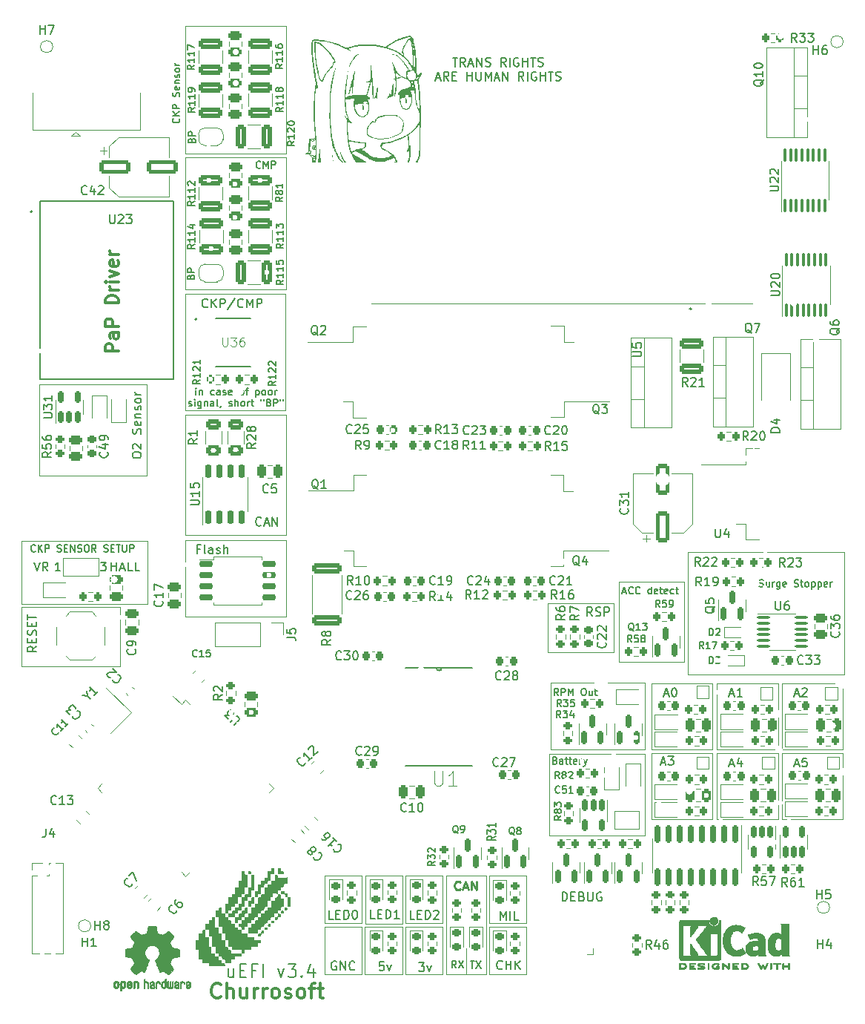
<source format=gbr>
%TF.GenerationSoftware,KiCad,Pcbnew,(6.0.7)*%
%TF.CreationDate,2022-10-25T18:18:11-03:00*%
%TF.ProjectId,uEFI_rev3,75454649-5f72-4657-9633-2e6b69636164,v3.0*%
%TF.SameCoordinates,Original*%
%TF.FileFunction,Legend,Top*%
%TF.FilePolarity,Positive*%
%FSLAX46Y46*%
G04 Gerber Fmt 4.6, Leading zero omitted, Abs format (unit mm)*
G04 Created by KiCad (PCBNEW (6.0.7)) date 2022-10-25 18:18:11*
%MOMM*%
%LPD*%
G01*
G04 APERTURE LIST*
G04 Aperture macros list*
%AMRoundRect*
0 Rectangle with rounded corners*
0 $1 Rounding radius*
0 $2 $3 $4 $5 $6 $7 $8 $9 X,Y pos of 4 corners*
0 Add a 4 corners polygon primitive as box body*
4,1,4,$2,$3,$4,$5,$6,$7,$8,$9,$2,$3,0*
0 Add four circle primitives for the rounded corners*
1,1,$1+$1,$2,$3*
1,1,$1+$1,$4,$5*
1,1,$1+$1,$6,$7*
1,1,$1+$1,$8,$9*
0 Add four rect primitives between the rounded corners*
20,1,$1+$1,$2,$3,$4,$5,0*
20,1,$1+$1,$4,$5,$6,$7,0*
20,1,$1+$1,$6,$7,$8,$9,0*
20,1,$1+$1,$8,$9,$2,$3,0*%
%AMRotRect*
0 Rectangle, with rotation*
0 The origin of the aperture is its center*
0 $1 length*
0 $2 width*
0 $3 Rotation angle, in degrees counterclockwise*
0 Add horizontal line*
21,1,$1,$2,0,0,$3*%
%AMFreePoly0*
4,1,22,0.500000,-0.750000,0.000000,-0.750000,0.000000,-0.745033,-0.079941,-0.743568,-0.215256,-0.701293,-0.333266,-0.622738,-0.424486,-0.514219,-0.481581,-0.384460,-0.499164,-0.250000,-0.500000,-0.250000,-0.500000,0.250000,-0.499164,0.250000,-0.499963,0.256109,-0.478152,0.396186,-0.417904,0.524511,-0.324060,0.630769,-0.204165,0.706417,-0.067858,0.745374,0.000000,0.744959,0.000000,0.750000,
0.500000,0.750000,0.500000,-0.750000,0.500000,-0.750000,$1*%
%AMFreePoly1*
4,1,20,0.000000,0.744959,0.073905,0.744508,0.209726,0.703889,0.328688,0.626782,0.421226,0.519385,0.479903,0.390333,0.500000,0.250000,0.500000,-0.250000,0.499851,-0.262216,0.476331,-0.402017,0.414519,-0.529596,0.319384,-0.634700,0.198574,-0.708877,0.061801,-0.746166,0.000000,-0.745033,0.000000,-0.750000,-0.500000,-0.750000,-0.500000,0.750000,0.000000,0.750000,0.000000,0.744959,
0.000000,0.744959,$1*%
%AMFreePoly2*
4,1,6,1.000000,0.000000,0.500000,-0.750000,-0.500000,-0.750000,-0.500000,0.750000,0.500000,0.750000,1.000000,0.000000,1.000000,0.000000,$1*%
%AMFreePoly3*
4,1,6,0.500000,-0.750000,-0.650000,-0.750000,-0.150000,0.000000,-0.650000,0.750000,0.500000,0.750000,0.500000,-0.750000,0.500000,-0.750000,$1*%
G04 Aperture macros list end*
%ADD10C,0.120000*%
%ADD11C,0.150000*%
%ADD12C,0.250000*%
%ADD13C,0.300000*%
%ADD14C,0.015000*%
%ADD15C,0.152400*%
%ADD16C,0.010000*%
%ADD17C,0.127000*%
%ADD18C,0.200000*%
%ADD19C,0.100000*%
%ADD20R,1.600200X0.431800*%
%ADD21R,4.953000X4.953000*%
%ADD22R,0.600000X0.450000*%
%ADD23R,0.450000X0.600000*%
%ADD24RoundRect,0.250000X-0.475000X0.250000X-0.475000X-0.250000X0.475000X-0.250000X0.475000X0.250000X0*%
%ADD25RoundRect,0.250000X-0.250000X-0.475000X0.250000X-0.475000X0.250000X0.475000X-0.250000X0.475000X0*%
%ADD26RoundRect,0.250000X0.475000X-0.250000X0.475000X0.250000X-0.475000X0.250000X-0.475000X-0.250000X0*%
%ADD27RoundRect,0.225000X-0.335876X-0.017678X-0.017678X-0.335876X0.335876X0.017678X0.017678X0.335876X0*%
%ADD28RoundRect,0.225000X0.335876X0.017678X0.017678X0.335876X-0.335876X-0.017678X-0.017678X-0.335876X0*%
%ADD29RoundRect,0.200000X-0.200000X-0.275000X0.200000X-0.275000X0.200000X0.275000X-0.200000X0.275000X0*%
%ADD30R,0.600000X0.700000*%
%ADD31RoundRect,0.225000X-0.225000X-0.250000X0.225000X-0.250000X0.225000X0.250000X-0.225000X0.250000X0*%
%ADD32RoundRect,0.200000X-0.275000X0.200000X-0.275000X-0.200000X0.275000X-0.200000X0.275000X0.200000X0*%
%ADD33RoundRect,0.200000X0.275000X-0.200000X0.275000X0.200000X-0.275000X0.200000X-0.275000X-0.200000X0*%
%ADD34RoundRect,0.250000X0.512652X0.159099X0.159099X0.512652X-0.512652X-0.159099X-0.159099X-0.512652X0*%
%ADD35RoundRect,0.200000X0.200000X0.275000X-0.200000X0.275000X-0.200000X-0.275000X0.200000X-0.275000X0*%
%ADD36RoundRect,0.150000X0.150000X-0.587500X0.150000X0.587500X-0.150000X0.587500X-0.150000X-0.587500X0*%
%ADD37C,0.700000*%
%ADD38C,4.400000*%
%ADD39RoundRect,0.225000X0.225000X0.250000X-0.225000X0.250000X-0.225000X-0.250000X0.225000X-0.250000X0*%
%ADD40RoundRect,0.218750X-0.256250X0.218750X-0.256250X-0.218750X0.256250X-0.218750X0.256250X0.218750X0*%
%ADD41RoundRect,0.250000X0.550000X-1.500000X0.550000X1.500000X-0.550000X1.500000X-0.550000X-1.500000X0*%
%ADD42FreePoly0,0.000000*%
%ADD43FreePoly1,0.000000*%
%ADD44RoundRect,0.150000X-0.150000X0.512500X-0.150000X-0.512500X0.150000X-0.512500X0.150000X0.512500X0*%
%ADD45RoundRect,0.150000X0.150000X-0.512500X0.150000X0.512500X-0.150000X0.512500X-0.150000X-0.512500X0*%
%ADD46R,1.000000X1.000000*%
%ADD47C,1.000000*%
%ADD48RoundRect,0.100000X0.100000X-0.637500X0.100000X0.637500X-0.100000X0.637500X-0.100000X-0.637500X0*%
%ADD49RoundRect,0.225000X-0.250000X0.225000X-0.250000X-0.225000X0.250000X-0.225000X0.250000X0.225000X0*%
%ADD50RoundRect,0.100000X-0.625000X-0.100000X0.625000X-0.100000X0.625000X0.100000X-0.625000X0.100000X0*%
%ADD51RoundRect,0.250000X-1.075000X0.312500X-1.075000X-0.312500X1.075000X-0.312500X1.075000X0.312500X0*%
%ADD52RoundRect,0.075000X-0.565685X0.459619X0.459619X-0.565685X0.565685X-0.459619X-0.459619X0.565685X0*%
%ADD53RoundRect,0.075000X-0.565685X-0.459619X-0.459619X-0.565685X0.565685X0.459619X0.459619X0.565685X0*%
%ADD54R,2.000000X1.905000*%
%ADD55O,2.000000X1.905000*%
%ADD56R,1.700000X1.700000*%
%ADD57O,1.700000X1.700000*%
%ADD58FreePoly2,0.000000*%
%ADD59FreePoly3,0.000000*%
%ADD60R,1.800000X2.500000*%
%ADD61RoundRect,0.250000X-0.512652X-0.159099X-0.159099X-0.512652X0.512652X0.159099X0.159099X0.512652X0*%
%ADD62RoundRect,0.250000X0.159099X-0.512652X0.512652X-0.159099X-0.159099X0.512652X-0.512652X0.159099X0*%
%ADD63RoundRect,0.250000X-0.625000X0.312500X-0.625000X-0.312500X0.625000X-0.312500X0.625000X0.312500X0*%
%ADD64R,4.600000X1.100000*%
%ADD65R,9.400000X10.800000*%
%ADD66RoundRect,0.250000X-0.159099X0.512652X-0.512652X0.159099X0.159099X-0.512652X0.512652X-0.159099X0*%
%ADD67R,1.000000X1.500000*%
%ADD68RoundRect,0.250000X-1.500000X-0.550000X1.500000X-0.550000X1.500000X0.550000X-1.500000X0.550000X0*%
%ADD69R,1.650000X1.650000*%
%ADD70C,1.650000*%
%ADD71C,2.374900*%
%ADD72C,0.990600*%
%ADD73C,0.787400*%
%ADD74RoundRect,0.150000X-0.650000X-0.150000X0.650000X-0.150000X0.650000X0.150000X-0.650000X0.150000X0*%
%ADD75O,1.000000X1.000000*%
%ADD76RoundRect,0.250000X-1.425000X0.362500X-1.425000X-0.362500X1.425000X-0.362500X1.425000X0.362500X0*%
%ADD77RoundRect,0.150000X-0.150000X0.825000X-0.150000X-0.825000X0.150000X-0.825000X0.150000X0.825000X0*%
%ADD78RoundRect,0.250000X0.312500X1.075000X-0.312500X1.075000X-0.312500X-1.075000X0.312500X-1.075000X0*%
%ADD79RoundRect,0.225000X0.250000X-0.225000X0.250000X0.225000X-0.250000X0.225000X-0.250000X-0.225000X0*%
%ADD80C,1.700000*%
%ADD81C,3.500000*%
%ADD82R,1.640000X0.410000*%
%ADD83R,1.700000X1.000000*%
%ADD84RoundRect,0.250000X0.250000X0.475000X-0.250000X0.475000X-0.250000X-0.475000X0.250000X-0.475000X0*%
%ADD85RoundRect,0.250000X1.075000X-0.312500X1.075000X0.312500X-1.075000X0.312500X-1.075000X-0.312500X0*%
%ADD86RoundRect,0.150000X0.150000X-0.650000X0.150000X0.650000X-0.150000X0.650000X-0.150000X-0.650000X0*%
%ADD87C,1.800000*%
%ADD88C,4.125000*%
%ADD89RotRect,1.400000X1.200000X135.000000*%
%ADD90C,0.800000*%
%ADD91C,0.600000*%
%ADD92C,2.600000*%
%ADD93C,1.600000*%
G04 APERTURE END LIST*
D10*
X60141000Y-84984200D02*
X72390000Y-84984200D01*
X72390000Y-84984200D02*
X72390000Y-95455200D01*
X72390000Y-95455200D02*
X60141000Y-95455200D01*
X60141000Y-95455200D02*
X60141000Y-84984200D01*
X118237000Y-109982000D02*
X125730000Y-109982000D01*
X125730000Y-109982000D02*
X125730000Y-115570000D01*
X125730000Y-115570000D02*
X118237000Y-115570000D01*
X118237000Y-115570000D02*
X118237000Y-109982000D01*
X126357000Y-107500000D02*
X133800000Y-107500000D01*
X133800000Y-107500000D02*
X133800000Y-116688000D01*
X133800000Y-116688000D02*
X126357000Y-116688000D01*
X126357000Y-116688000D02*
X126357000Y-107500000D01*
X111537336Y-146898738D02*
X115788668Y-146898738D01*
X115788668Y-146898738D02*
X115788668Y-152356263D01*
X115788668Y-152356263D02*
X111537336Y-152356263D01*
X111537336Y-152356263D02*
X111537336Y-146898738D01*
X76825349Y-88526400D02*
X88292400Y-88526400D01*
X88292400Y-88526400D02*
X88292400Y-102242400D01*
X88292400Y-102242400D02*
X76825349Y-102242400D01*
X76825349Y-102242400D02*
X76825349Y-88526400D01*
X137548000Y-127100000D02*
X144500000Y-127100000D01*
X144500000Y-127100000D02*
X144500000Y-134633500D01*
X144500000Y-134633500D02*
X137548000Y-134633500D01*
X137548000Y-134633500D02*
X137548000Y-127100000D01*
X97334334Y-141073738D02*
X101585666Y-141073738D01*
X101585666Y-141073738D02*
X101585666Y-146531263D01*
X101585666Y-146531263D02*
X97334334Y-146531263D01*
X97334334Y-146531263D02*
X97334334Y-141073738D01*
X130048000Y-119100000D02*
X137000000Y-119100000D01*
X137000000Y-119100000D02*
X137000000Y-126633500D01*
X137000000Y-126633500D02*
X130048000Y-126633500D01*
X130048000Y-126633500D02*
X130048000Y-119100000D01*
X118541800Y-119075200D02*
X129336800Y-119075200D01*
X129336800Y-119075200D02*
X129336800Y-126646200D01*
X129336800Y-126646200D02*
X118541800Y-126646200D01*
X118541800Y-126646200D02*
X118541800Y-119075200D01*
X137548000Y-119100000D02*
X144500000Y-119100000D01*
X144500000Y-119100000D02*
X144500000Y-126633500D01*
X144500000Y-126633500D02*
X137548000Y-126633500D01*
X137548000Y-126633500D02*
X137548000Y-119100000D01*
X118387300Y-127219700D02*
X129322000Y-127219700D01*
X129322000Y-127219700D02*
X129322000Y-136490700D01*
X129322000Y-136490700D02*
X118387300Y-136490700D01*
X118387300Y-136490700D02*
X118387300Y-127219700D01*
X144948000Y-119100000D02*
X151900000Y-119100000D01*
X151900000Y-119100000D02*
X151900000Y-126633500D01*
X151900000Y-126633500D02*
X144948000Y-126633500D01*
X144948000Y-126633500D02*
X144948000Y-119100000D01*
X76815000Y-102768400D02*
X88315000Y-102768400D01*
X88315000Y-102768400D02*
X88315000Y-111518400D01*
X88315000Y-111518400D02*
X76815000Y-111518400D01*
X76815000Y-111518400D02*
X76815000Y-102768400D01*
X144948000Y-127100000D02*
X151900000Y-127100000D01*
X151900000Y-127100000D02*
X151900000Y-134633500D01*
X151900000Y-134633500D02*
X144948000Y-134633500D01*
X144948000Y-134633500D02*
X144948000Y-127100000D01*
X130048000Y-127100000D02*
X137000000Y-127100000D01*
X137000000Y-127100000D02*
X137000000Y-134633500D01*
X137000000Y-134633500D02*
X130048000Y-134633500D01*
X130048000Y-134633500D02*
X130048000Y-127100000D01*
X134238000Y-118160000D02*
X152082000Y-118160000D01*
X152082000Y-118160000D02*
X152082000Y-104160000D01*
X152082000Y-104160000D02*
X134238000Y-104160000D01*
X134238000Y-104160000D02*
X134238000Y-118160000D01*
X76819400Y-59100000D02*
X88291550Y-59100000D01*
X88291550Y-59100000D02*
X88291550Y-74159226D01*
X88291550Y-74159226D02*
X76819400Y-74159226D01*
X76819400Y-74159226D02*
X76819400Y-59100000D01*
X97322336Y-146878738D02*
X101573668Y-146878738D01*
X101573668Y-146878738D02*
X101573668Y-152336263D01*
X101573668Y-152336263D02*
X97322336Y-152336263D01*
X97322336Y-152336263D02*
X97322336Y-146878738D01*
X101941654Y-146888446D02*
X106192986Y-146888446D01*
X106192986Y-146888446D02*
X106192986Y-152345971D01*
X106192986Y-152345971D02*
X101941654Y-152345971D01*
X101941654Y-152345971D02*
X101941654Y-146888446D01*
X111536004Y-141046239D02*
X115787336Y-141046239D01*
X115787336Y-141046239D02*
X115787336Y-146503764D01*
X115787336Y-146503764D02*
X111536004Y-146503764D01*
X111536004Y-146503764D02*
X111536004Y-141046239D01*
X92722336Y-141062476D02*
X96973668Y-141062476D01*
X96973668Y-141062476D02*
X96973668Y-146520001D01*
X96973668Y-146520001D02*
X92722336Y-146520001D01*
X92722336Y-146520001D02*
X92722336Y-141062476D01*
X92741004Y-146871238D02*
X96992336Y-146871238D01*
X96992336Y-146871238D02*
X96992336Y-152328763D01*
X96992336Y-152328763D02*
X92741004Y-152328763D01*
X92741004Y-152328763D02*
X92741004Y-146871238D01*
X76790000Y-44146000D02*
X88300000Y-44146000D01*
X88300000Y-44146000D02*
X88300000Y-58700000D01*
X88300000Y-58700000D02*
X76790000Y-58700000D01*
X76790000Y-58700000D02*
X76790000Y-44146000D01*
X108917463Y-149399585D02*
X108917934Y-152350809D01*
X58050000Y-102900000D02*
X72500000Y-102900000D01*
X72500000Y-102900000D02*
X72500000Y-110100000D01*
X72500000Y-110100000D02*
X58050000Y-110100000D01*
X58050000Y-110100000D02*
X58050000Y-102900000D01*
X58050000Y-110450000D02*
X69350000Y-110450000D01*
X69350000Y-110450000D02*
X69350000Y-117200000D01*
X69350000Y-117200000D02*
X58050000Y-117200000D01*
X58050000Y-117200000D02*
X58050000Y-110450000D01*
X101948668Y-141071238D02*
X106200000Y-141071238D01*
X106200000Y-141071238D02*
X106200000Y-146528763D01*
X106200000Y-146528763D02*
X101948668Y-146528763D01*
X101948668Y-146528763D02*
X101948668Y-141071238D01*
X106594061Y-141061701D02*
X111158212Y-141061701D01*
X111158212Y-141061701D02*
X111158212Y-152356682D01*
X111158212Y-152356682D02*
X106594061Y-152356682D01*
X106594061Y-152356682D02*
X106594061Y-141061701D01*
X88268968Y-74657730D02*
X76825349Y-74657730D01*
X76825349Y-74657730D02*
X76825349Y-87950323D01*
X76825349Y-87950323D02*
X88268968Y-87950323D01*
X88268968Y-87950323D02*
X88268968Y-74657730D01*
D11*
X59516666Y-105302380D02*
X59850000Y-106302380D01*
X60183333Y-105302380D01*
X61088095Y-106302380D02*
X60754761Y-105826190D01*
X60516666Y-106302380D02*
X60516666Y-105302380D01*
X60897619Y-105302380D01*
X60992857Y-105350000D01*
X61040476Y-105397619D01*
X61088095Y-105492857D01*
X61088095Y-105635714D01*
X61040476Y-105730952D01*
X60992857Y-105778571D01*
X60897619Y-105826190D01*
X60516666Y-105826190D01*
D12*
X108195810Y-142608405D02*
X108148191Y-142656024D01*
X108005334Y-142703643D01*
X107910096Y-142703643D01*
X107767239Y-142656024D01*
X107672001Y-142560786D01*
X107624382Y-142465548D01*
X107576763Y-142275072D01*
X107576763Y-142132215D01*
X107624382Y-141941739D01*
X107672001Y-141846501D01*
X107767239Y-141751263D01*
X107910096Y-141703643D01*
X108005334Y-141703643D01*
X108148191Y-141751263D01*
X108195810Y-141798882D01*
X108576763Y-142417929D02*
X109052953Y-142417929D01*
X108481525Y-142703643D02*
X108814858Y-141703643D01*
X109148191Y-142703643D01*
X109481525Y-142703643D02*
X109481525Y-141703643D01*
X110052953Y-142703643D01*
X110052953Y-141703643D01*
D11*
X103483050Y-151003618D02*
X104102097Y-151003618D01*
X103768764Y-151384571D01*
X103911621Y-151384571D01*
X104006859Y-151432190D01*
X104054478Y-151479809D01*
X104102097Y-151575047D01*
X104102097Y-151813142D01*
X104054478Y-151908380D01*
X104006859Y-151955999D01*
X103911621Y-152003618D01*
X103625907Y-152003618D01*
X103530669Y-151955999D01*
X103483050Y-151908380D01*
X104435431Y-151336952D02*
X104673526Y-152003618D01*
X104911621Y-151336952D01*
X123285333Y-111450380D02*
X122952000Y-110974190D01*
X122713904Y-111450380D02*
X122713904Y-110450380D01*
X123094857Y-110450380D01*
X123190095Y-110498000D01*
X123237714Y-110545619D01*
X123285333Y-110640857D01*
X123285333Y-110783714D01*
X123237714Y-110878952D01*
X123190095Y-110926571D01*
X123094857Y-110974190D01*
X122713904Y-110974190D01*
X123666285Y-111402761D02*
X123809142Y-111450380D01*
X124047238Y-111450380D01*
X124142476Y-111402761D01*
X124190095Y-111355142D01*
X124237714Y-111259904D01*
X124237714Y-111164666D01*
X124190095Y-111069428D01*
X124142476Y-111021809D01*
X124047238Y-110974190D01*
X123856761Y-110926571D01*
X123761523Y-110878952D01*
X123713904Y-110831333D01*
X123666285Y-110736095D01*
X123666285Y-110640857D01*
X123713904Y-110545619D01*
X123761523Y-110498000D01*
X123856761Y-110450380D01*
X124094857Y-110450380D01*
X124237714Y-110498000D01*
X124666285Y-111450380D02*
X124666285Y-110450380D01*
X125047238Y-110450380D01*
X125142476Y-110498000D01*
X125190095Y-110545619D01*
X125237714Y-110640857D01*
X125237714Y-110783714D01*
X125190095Y-110878952D01*
X125142476Y-110926571D01*
X125047238Y-110974190D01*
X124666285Y-110974190D01*
X146385714Y-120366666D02*
X146861904Y-120366666D01*
X146290476Y-120652380D02*
X146623809Y-119652380D01*
X146957142Y-120652380D01*
X147242857Y-119747619D02*
X147290476Y-119700000D01*
X147385714Y-119652380D01*
X147623809Y-119652380D01*
X147719047Y-119700000D01*
X147766666Y-119747619D01*
X147814285Y-119842857D01*
X147814285Y-119938095D01*
X147766666Y-120080952D01*
X147195238Y-120652380D01*
X147814285Y-120652380D01*
X138985714Y-120366666D02*
X139461904Y-120366666D01*
X138890476Y-120652380D02*
X139223809Y-119652380D01*
X139557142Y-120652380D01*
X140414285Y-120652380D02*
X139842857Y-120652380D01*
X140128571Y-120652380D02*
X140128571Y-119652380D01*
X140033333Y-119795238D01*
X139938095Y-119890476D01*
X139842857Y-119938095D01*
X85463142Y-101068142D02*
X85415523Y-101115761D01*
X85272666Y-101163380D01*
X85177428Y-101163380D01*
X85034571Y-101115761D01*
X84939333Y-101020523D01*
X84891714Y-100925285D01*
X84844095Y-100734809D01*
X84844095Y-100591952D01*
X84891714Y-100401476D01*
X84939333Y-100306238D01*
X85034571Y-100211000D01*
X85177428Y-100163380D01*
X85272666Y-100163380D01*
X85415523Y-100211000D01*
X85463142Y-100258619D01*
X85844095Y-100877666D02*
X86320285Y-100877666D01*
X85748857Y-101163380D02*
X86082190Y-100163380D01*
X86415523Y-101163380D01*
X86748857Y-101163380D02*
X86748857Y-100163380D01*
X87320285Y-101163380D01*
X87320285Y-100163380D01*
X131135714Y-128166666D02*
X131611904Y-128166666D01*
X131040476Y-128452380D02*
X131373809Y-127452380D01*
X131707142Y-128452380D01*
X131945238Y-127452380D02*
X132564285Y-127452380D01*
X132230952Y-127833333D01*
X132373809Y-127833333D01*
X132469047Y-127880952D01*
X132516666Y-127928571D01*
X132564285Y-128023809D01*
X132564285Y-128261904D01*
X132516666Y-128357142D01*
X132469047Y-128404761D01*
X132373809Y-128452380D01*
X132088095Y-128452380D01*
X131992857Y-128404761D01*
X131945238Y-128357142D01*
X78461428Y-103796971D02*
X78128095Y-103796971D01*
X78128095Y-104320780D02*
X78128095Y-103320780D01*
X78604285Y-103320780D01*
X79128095Y-104320780D02*
X79032857Y-104273161D01*
X78985238Y-104177923D01*
X78985238Y-103320780D01*
X79937619Y-104320780D02*
X79937619Y-103796971D01*
X79890000Y-103701733D01*
X79794761Y-103654114D01*
X79604285Y-103654114D01*
X79509047Y-103701733D01*
X79937619Y-104273161D02*
X79842380Y-104320780D01*
X79604285Y-104320780D01*
X79509047Y-104273161D01*
X79461428Y-104177923D01*
X79461428Y-104082685D01*
X79509047Y-103987447D01*
X79604285Y-103939828D01*
X79842380Y-103939828D01*
X79937619Y-103892209D01*
X80366190Y-104273161D02*
X80461428Y-104320780D01*
X80651904Y-104320780D01*
X80747142Y-104273161D01*
X80794761Y-104177923D01*
X80794761Y-104130304D01*
X80747142Y-104035066D01*
X80651904Y-103987447D01*
X80509047Y-103987447D01*
X80413809Y-103939828D01*
X80366190Y-103844590D01*
X80366190Y-103796971D01*
X80413809Y-103701733D01*
X80509047Y-103654114D01*
X80651904Y-103654114D01*
X80747142Y-103701733D01*
X81223333Y-104320780D02*
X81223333Y-103320780D01*
X81651904Y-104320780D02*
X81651904Y-103796971D01*
X81604285Y-103701733D01*
X81509047Y-103654114D01*
X81366190Y-103654114D01*
X81270952Y-103701733D01*
X81223333Y-103749352D01*
X76085714Y-54676190D02*
X76123809Y-54714285D01*
X76161904Y-54828571D01*
X76161904Y-54904761D01*
X76123809Y-55019047D01*
X76047619Y-55095238D01*
X75971428Y-55133333D01*
X75819047Y-55171428D01*
X75704761Y-55171428D01*
X75552380Y-55133333D01*
X75476190Y-55095238D01*
X75400000Y-55019047D01*
X75361904Y-54904761D01*
X75361904Y-54828571D01*
X75400000Y-54714285D01*
X75438095Y-54676190D01*
X76161904Y-54333333D02*
X75361904Y-54333333D01*
X76161904Y-53876190D02*
X75704761Y-54219047D01*
X75361904Y-53876190D02*
X75819047Y-54333333D01*
X76161904Y-53533333D02*
X75361904Y-53533333D01*
X75361904Y-53228571D01*
X75400000Y-53152380D01*
X75438095Y-53114285D01*
X75514285Y-53076190D01*
X75628571Y-53076190D01*
X75704761Y-53114285D01*
X75742857Y-53152380D01*
X75780952Y-53228571D01*
X75780952Y-53533333D01*
X76123809Y-52161904D02*
X76161904Y-52047619D01*
X76161904Y-51857142D01*
X76123809Y-51780952D01*
X76085714Y-51742857D01*
X76009523Y-51704761D01*
X75933333Y-51704761D01*
X75857142Y-51742857D01*
X75819047Y-51780952D01*
X75780952Y-51857142D01*
X75742857Y-52009523D01*
X75704761Y-52085714D01*
X75666666Y-52123809D01*
X75590476Y-52161904D01*
X75514285Y-52161904D01*
X75438095Y-52123809D01*
X75400000Y-52085714D01*
X75361904Y-52009523D01*
X75361904Y-51819047D01*
X75400000Y-51704761D01*
X76123809Y-51057142D02*
X76161904Y-51133333D01*
X76161904Y-51285714D01*
X76123809Y-51361904D01*
X76047619Y-51400000D01*
X75742857Y-51400000D01*
X75666666Y-51361904D01*
X75628571Y-51285714D01*
X75628571Y-51133333D01*
X75666666Y-51057142D01*
X75742857Y-51019047D01*
X75819047Y-51019047D01*
X75895238Y-51400000D01*
X75628571Y-50676190D02*
X76161904Y-50676190D01*
X75704761Y-50676190D02*
X75666666Y-50638095D01*
X75628571Y-50561904D01*
X75628571Y-50447619D01*
X75666666Y-50371428D01*
X75742857Y-50333333D01*
X76161904Y-50333333D01*
X76123809Y-49990476D02*
X76161904Y-49914285D01*
X76161904Y-49761904D01*
X76123809Y-49685714D01*
X76047619Y-49647619D01*
X76009523Y-49647619D01*
X75933333Y-49685714D01*
X75895238Y-49761904D01*
X75895238Y-49876190D01*
X75857142Y-49952380D01*
X75780952Y-49990476D01*
X75742857Y-49990476D01*
X75666666Y-49952380D01*
X75628571Y-49876190D01*
X75628571Y-49761904D01*
X75666666Y-49685714D01*
X76161904Y-49190476D02*
X76123809Y-49266666D01*
X76085714Y-49304761D01*
X76009523Y-49342857D01*
X75780952Y-49342857D01*
X75704761Y-49304761D01*
X75666666Y-49266666D01*
X75628571Y-49190476D01*
X75628571Y-49076190D01*
X75666666Y-49000000D01*
X75704761Y-48961904D01*
X75780952Y-48923809D01*
X76009523Y-48923809D01*
X76085714Y-48961904D01*
X76123809Y-49000000D01*
X76161904Y-49076190D01*
X76161904Y-49190476D01*
X76161904Y-48580952D02*
X75628571Y-48580952D01*
X75780952Y-48580952D02*
X75704761Y-48542857D01*
X75666666Y-48504761D01*
X75628571Y-48428571D01*
X75628571Y-48352380D01*
X107333114Y-47745580D02*
X107904542Y-47745580D01*
X107618828Y-48745580D02*
X107618828Y-47745580D01*
X108809304Y-48745580D02*
X108475971Y-48269390D01*
X108237876Y-48745580D02*
X108237876Y-47745580D01*
X108618828Y-47745580D01*
X108714066Y-47793200D01*
X108761685Y-47840819D01*
X108809304Y-47936057D01*
X108809304Y-48078914D01*
X108761685Y-48174152D01*
X108714066Y-48221771D01*
X108618828Y-48269390D01*
X108237876Y-48269390D01*
X109190257Y-48459866D02*
X109666447Y-48459866D01*
X109095019Y-48745580D02*
X109428352Y-47745580D01*
X109761685Y-48745580D01*
X110095019Y-48745580D02*
X110095019Y-47745580D01*
X110666447Y-48745580D01*
X110666447Y-47745580D01*
X111095019Y-48697961D02*
X111237876Y-48745580D01*
X111475971Y-48745580D01*
X111571209Y-48697961D01*
X111618828Y-48650342D01*
X111666447Y-48555104D01*
X111666447Y-48459866D01*
X111618828Y-48364628D01*
X111571209Y-48317009D01*
X111475971Y-48269390D01*
X111285495Y-48221771D01*
X111190257Y-48174152D01*
X111142638Y-48126533D01*
X111095019Y-48031295D01*
X111095019Y-47936057D01*
X111142638Y-47840819D01*
X111190257Y-47793200D01*
X111285495Y-47745580D01*
X111523590Y-47745580D01*
X111666447Y-47793200D01*
X113428352Y-48745580D02*
X113095019Y-48269390D01*
X112856923Y-48745580D02*
X112856923Y-47745580D01*
X113237876Y-47745580D01*
X113333114Y-47793200D01*
X113380733Y-47840819D01*
X113428352Y-47936057D01*
X113428352Y-48078914D01*
X113380733Y-48174152D01*
X113333114Y-48221771D01*
X113237876Y-48269390D01*
X112856923Y-48269390D01*
X113856923Y-48745580D02*
X113856923Y-47745580D01*
X114856923Y-47793200D02*
X114761685Y-47745580D01*
X114618828Y-47745580D01*
X114475971Y-47793200D01*
X114380733Y-47888438D01*
X114333114Y-47983676D01*
X114285495Y-48174152D01*
X114285495Y-48317009D01*
X114333114Y-48507485D01*
X114380733Y-48602723D01*
X114475971Y-48697961D01*
X114618828Y-48745580D01*
X114714066Y-48745580D01*
X114856923Y-48697961D01*
X114904542Y-48650342D01*
X114904542Y-48317009D01*
X114714066Y-48317009D01*
X115333114Y-48745580D02*
X115333114Y-47745580D01*
X115333114Y-48221771D02*
X115904542Y-48221771D01*
X115904542Y-48745580D02*
X115904542Y-47745580D01*
X116237876Y-47745580D02*
X116809304Y-47745580D01*
X116523590Y-48745580D02*
X116523590Y-47745580D01*
X117095019Y-48697961D02*
X117237876Y-48745580D01*
X117475971Y-48745580D01*
X117571209Y-48697961D01*
X117618828Y-48650342D01*
X117666447Y-48555104D01*
X117666447Y-48459866D01*
X117618828Y-48364628D01*
X117571209Y-48317009D01*
X117475971Y-48269390D01*
X117285495Y-48221771D01*
X117190257Y-48174152D01*
X117142638Y-48126533D01*
X117095019Y-48031295D01*
X117095019Y-47936057D01*
X117142638Y-47840819D01*
X117190257Y-47793200D01*
X117285495Y-47745580D01*
X117523590Y-47745580D01*
X117666447Y-47793200D01*
X105404542Y-50069866D02*
X105880733Y-50069866D01*
X105309304Y-50355580D02*
X105642638Y-49355580D01*
X105975971Y-50355580D01*
X106880733Y-50355580D02*
X106547400Y-49879390D01*
X106309304Y-50355580D02*
X106309304Y-49355580D01*
X106690257Y-49355580D01*
X106785495Y-49403200D01*
X106833114Y-49450819D01*
X106880733Y-49546057D01*
X106880733Y-49688914D01*
X106833114Y-49784152D01*
X106785495Y-49831771D01*
X106690257Y-49879390D01*
X106309304Y-49879390D01*
X107309304Y-49831771D02*
X107642638Y-49831771D01*
X107785495Y-50355580D02*
X107309304Y-50355580D01*
X107309304Y-49355580D01*
X107785495Y-49355580D01*
X108975971Y-50355580D02*
X108975971Y-49355580D01*
X108975971Y-49831771D02*
X109547400Y-49831771D01*
X109547400Y-50355580D02*
X109547400Y-49355580D01*
X110023590Y-49355580D02*
X110023590Y-50165104D01*
X110071209Y-50260342D01*
X110118828Y-50307961D01*
X110214066Y-50355580D01*
X110404542Y-50355580D01*
X110499780Y-50307961D01*
X110547400Y-50260342D01*
X110595019Y-50165104D01*
X110595019Y-49355580D01*
X111071209Y-50355580D02*
X111071209Y-49355580D01*
X111404542Y-50069866D01*
X111737876Y-49355580D01*
X111737876Y-50355580D01*
X112166447Y-50069866D02*
X112642638Y-50069866D01*
X112071209Y-50355580D02*
X112404542Y-49355580D01*
X112737876Y-50355580D01*
X113071209Y-50355580D02*
X113071209Y-49355580D01*
X113642638Y-50355580D01*
X113642638Y-49355580D01*
X115452161Y-50355580D02*
X115118828Y-49879390D01*
X114880733Y-50355580D02*
X114880733Y-49355580D01*
X115261685Y-49355580D01*
X115356923Y-49403200D01*
X115404542Y-49450819D01*
X115452161Y-49546057D01*
X115452161Y-49688914D01*
X115404542Y-49784152D01*
X115356923Y-49831771D01*
X115261685Y-49879390D01*
X114880733Y-49879390D01*
X115880733Y-50355580D02*
X115880733Y-49355580D01*
X116880733Y-49403200D02*
X116785495Y-49355580D01*
X116642638Y-49355580D01*
X116499780Y-49403200D01*
X116404542Y-49498438D01*
X116356923Y-49593676D01*
X116309304Y-49784152D01*
X116309304Y-49927009D01*
X116356923Y-50117485D01*
X116404542Y-50212723D01*
X116499780Y-50307961D01*
X116642638Y-50355580D01*
X116737876Y-50355580D01*
X116880733Y-50307961D01*
X116928352Y-50260342D01*
X116928352Y-49927009D01*
X116737876Y-49927009D01*
X117356923Y-50355580D02*
X117356923Y-49355580D01*
X117356923Y-49831771D02*
X117928352Y-49831771D01*
X117928352Y-50355580D02*
X117928352Y-49355580D01*
X118261685Y-49355580D02*
X118833114Y-49355580D01*
X118547400Y-50355580D02*
X118547400Y-49355580D01*
X119118828Y-50307961D02*
X119261685Y-50355580D01*
X119499780Y-50355580D01*
X119595019Y-50307961D01*
X119642638Y-50260342D01*
X119690257Y-50165104D01*
X119690257Y-50069866D01*
X119642638Y-49974628D01*
X119595019Y-49927009D01*
X119499780Y-49879390D01*
X119309304Y-49831771D01*
X119214066Y-49784152D01*
X119166447Y-49736533D01*
X119118828Y-49641295D01*
X119118828Y-49546057D01*
X119166447Y-49450819D01*
X119214066Y-49403200D01*
X119309304Y-49355580D01*
X119547400Y-49355580D01*
X119690257Y-49403200D01*
X99484478Y-150891118D02*
X99008288Y-150891118D01*
X98960669Y-151367309D01*
X99008288Y-151319690D01*
X99103526Y-151272071D01*
X99341621Y-151272071D01*
X99436859Y-151319690D01*
X99484478Y-151367309D01*
X99532097Y-151462547D01*
X99532097Y-151700642D01*
X99484478Y-151795880D01*
X99436859Y-151843499D01*
X99341621Y-151891118D01*
X99103526Y-151891118D01*
X99008288Y-151843499D01*
X98960669Y-151795880D01*
X99865431Y-151224452D02*
X100103526Y-151891118D01*
X100341621Y-151224452D01*
X94040431Y-150891238D02*
X93945193Y-150843618D01*
X93802336Y-150843618D01*
X93659478Y-150891238D01*
X93564240Y-150986476D01*
X93516621Y-151081714D01*
X93469002Y-151272190D01*
X93469002Y-151415047D01*
X93516621Y-151605523D01*
X93564240Y-151700761D01*
X93659478Y-151795999D01*
X93802336Y-151843618D01*
X93897574Y-151843618D01*
X94040431Y-151795999D01*
X94088050Y-151748380D01*
X94088050Y-151415047D01*
X93897574Y-151415047D01*
X94516621Y-151843618D02*
X94516621Y-150843618D01*
X95088050Y-151843618D01*
X95088050Y-150843618D01*
X96135669Y-151748380D02*
X96088050Y-151795999D01*
X95945193Y-151843618D01*
X95849955Y-151843618D01*
X95707097Y-151795999D01*
X95611859Y-151700761D01*
X95564240Y-151605523D01*
X95516621Y-151415047D01*
X95516621Y-151272190D01*
X95564240Y-151081714D01*
X95611859Y-150986476D01*
X95707097Y-150891238D01*
X95849955Y-150843618D01*
X95945193Y-150843618D01*
X96088050Y-150891238D01*
X96135669Y-150938857D01*
X68376190Y-106302380D02*
X68376190Y-105302380D01*
X68376190Y-105778571D02*
X68947619Y-105778571D01*
X68947619Y-106302380D02*
X68947619Y-105302380D01*
X69376190Y-106016666D02*
X69852380Y-106016666D01*
X69280952Y-106302380D02*
X69614285Y-105302380D01*
X69947619Y-106302380D01*
X70757142Y-106302380D02*
X70280952Y-106302380D01*
X70280952Y-105302380D01*
X71566666Y-106302380D02*
X71090476Y-106302380D01*
X71090476Y-105302380D01*
X107745334Y-151603167D02*
X107478668Y-151222215D01*
X107288191Y-151603167D02*
X107288191Y-150803167D01*
X107592953Y-150803167D01*
X107669144Y-150841263D01*
X107707239Y-150879358D01*
X107745334Y-150955548D01*
X107745334Y-151069834D01*
X107707239Y-151146024D01*
X107669144Y-151184120D01*
X107592953Y-151222215D01*
X107288191Y-151222215D01*
X108012001Y-150803167D02*
X108545334Y-151603167D01*
X108545334Y-150803167D02*
X108012001Y-151603167D01*
X131485714Y-120366666D02*
X131961904Y-120366666D01*
X131390476Y-120652380D02*
X131723809Y-119652380D01*
X132057142Y-120652380D01*
X132580952Y-119652380D02*
X132676190Y-119652380D01*
X132771428Y-119700000D01*
X132819047Y-119747619D01*
X132866666Y-119842857D01*
X132914285Y-120033333D01*
X132914285Y-120271428D01*
X132866666Y-120461904D01*
X132819047Y-120557142D01*
X132771428Y-120604761D01*
X132676190Y-120652380D01*
X132580952Y-120652380D01*
X132485714Y-120604761D01*
X132438095Y-120557142D01*
X132390476Y-120461904D01*
X132342857Y-120271428D01*
X132342857Y-120033333D01*
X132390476Y-119842857D01*
X132438095Y-119747619D01*
X132485714Y-119700000D01*
X132580952Y-119652380D01*
X146385714Y-128366666D02*
X146861904Y-128366666D01*
X146290476Y-128652380D02*
X146623809Y-127652380D01*
X146957142Y-128652380D01*
X147766666Y-127652380D02*
X147290476Y-127652380D01*
X147242857Y-128128571D01*
X147290476Y-128080952D01*
X147385714Y-128033333D01*
X147623809Y-128033333D01*
X147719047Y-128080952D01*
X147766666Y-128128571D01*
X147814285Y-128223809D01*
X147814285Y-128461904D01*
X147766666Y-128557142D01*
X147719047Y-128604761D01*
X147623809Y-128652380D01*
X147385714Y-128652380D01*
X147290476Y-128604761D01*
X147242857Y-128557142D01*
X79354285Y-76150742D02*
X79306666Y-76198361D01*
X79163809Y-76245980D01*
X79068571Y-76245980D01*
X78925714Y-76198361D01*
X78830476Y-76103123D01*
X78782857Y-76007885D01*
X78735238Y-75817409D01*
X78735238Y-75674552D01*
X78782857Y-75484076D01*
X78830476Y-75388838D01*
X78925714Y-75293600D01*
X79068571Y-75245980D01*
X79163809Y-75245980D01*
X79306666Y-75293600D01*
X79354285Y-75341219D01*
X79782857Y-76245980D02*
X79782857Y-75245980D01*
X80354285Y-76245980D02*
X79925714Y-75674552D01*
X80354285Y-75245980D02*
X79782857Y-75817409D01*
X80782857Y-76245980D02*
X80782857Y-75245980D01*
X81163809Y-75245980D01*
X81259047Y-75293600D01*
X81306666Y-75341219D01*
X81354285Y-75436457D01*
X81354285Y-75579314D01*
X81306666Y-75674552D01*
X81259047Y-75722171D01*
X81163809Y-75769790D01*
X80782857Y-75769790D01*
X82497142Y-75198361D02*
X81640000Y-76484076D01*
X83401904Y-76150742D02*
X83354285Y-76198361D01*
X83211428Y-76245980D01*
X83116190Y-76245980D01*
X82973333Y-76198361D01*
X82878095Y-76103123D01*
X82830476Y-76007885D01*
X82782857Y-75817409D01*
X82782857Y-75674552D01*
X82830476Y-75484076D01*
X82878095Y-75388838D01*
X82973333Y-75293600D01*
X83116190Y-75245980D01*
X83211428Y-75245980D01*
X83354285Y-75293600D01*
X83401904Y-75341219D01*
X83830476Y-76245980D02*
X83830476Y-75245980D01*
X84163809Y-75960266D01*
X84497142Y-75245980D01*
X84497142Y-76245980D01*
X84973333Y-76245980D02*
X84973333Y-75245980D01*
X85354285Y-75245980D01*
X85449523Y-75293600D01*
X85497142Y-75341219D01*
X85544761Y-75436457D01*
X85544761Y-75579314D01*
X85497142Y-75674552D01*
X85449523Y-75722171D01*
X85354285Y-75769790D01*
X84973333Y-75769790D01*
X119861904Y-143952380D02*
X119861904Y-142952380D01*
X120100000Y-142952380D01*
X120242857Y-143000000D01*
X120338095Y-143095238D01*
X120385714Y-143190476D01*
X120433333Y-143380952D01*
X120433333Y-143523809D01*
X120385714Y-143714285D01*
X120338095Y-143809523D01*
X120242857Y-143904761D01*
X120100000Y-143952380D01*
X119861904Y-143952380D01*
X120861904Y-143428571D02*
X121195238Y-143428571D01*
X121338095Y-143952380D02*
X120861904Y-143952380D01*
X120861904Y-142952380D01*
X121338095Y-142952380D01*
X122100000Y-143428571D02*
X122242857Y-143476190D01*
X122290476Y-143523809D01*
X122338095Y-143619047D01*
X122338095Y-143761904D01*
X122290476Y-143857142D01*
X122242857Y-143904761D01*
X122147619Y-143952380D01*
X121766666Y-143952380D01*
X121766666Y-142952380D01*
X122100000Y-142952380D01*
X122195238Y-143000000D01*
X122242857Y-143047619D01*
X122290476Y-143142857D01*
X122290476Y-143238095D01*
X122242857Y-143333333D01*
X122195238Y-143380952D01*
X122100000Y-143428571D01*
X121766666Y-143428571D01*
X122766666Y-142952380D02*
X122766666Y-143761904D01*
X122814285Y-143857142D01*
X122861904Y-143904761D01*
X122957142Y-143952380D01*
X123147619Y-143952380D01*
X123242857Y-143904761D01*
X123290476Y-143857142D01*
X123338095Y-143761904D01*
X123338095Y-142952380D01*
X124338095Y-143000000D02*
X124242857Y-142952380D01*
X124100000Y-142952380D01*
X123957142Y-143000000D01*
X123861904Y-143095238D01*
X123814285Y-143190476D01*
X123766666Y-143380952D01*
X123766666Y-143523809D01*
X123814285Y-143714285D01*
X123861904Y-143809523D01*
X123957142Y-143904761D01*
X124100000Y-143952380D01*
X124195238Y-143952380D01*
X124338095Y-143904761D01*
X124385714Y-143857142D01*
X124385714Y-143523809D01*
X124195238Y-143523809D01*
X109379144Y-150823167D02*
X109836287Y-150823167D01*
X109607715Y-151623167D02*
X109607715Y-150823167D01*
X110026763Y-150823167D02*
X110560096Y-151623167D01*
X110560096Y-150823167D02*
X110026763Y-151623167D01*
X142366666Y-108073809D02*
X142480952Y-108111904D01*
X142671428Y-108111904D01*
X142747619Y-108073809D01*
X142785714Y-108035714D01*
X142823809Y-107959523D01*
X142823809Y-107883333D01*
X142785714Y-107807142D01*
X142747619Y-107769047D01*
X142671428Y-107730952D01*
X142519047Y-107692857D01*
X142442857Y-107654761D01*
X142404761Y-107616666D01*
X142366666Y-107540476D01*
X142366666Y-107464285D01*
X142404761Y-107388095D01*
X142442857Y-107350000D01*
X142519047Y-107311904D01*
X142709523Y-107311904D01*
X142823809Y-107350000D01*
X143509523Y-107578571D02*
X143509523Y-108111904D01*
X143166666Y-107578571D02*
X143166666Y-107997619D01*
X143204761Y-108073809D01*
X143280952Y-108111904D01*
X143395238Y-108111904D01*
X143471428Y-108073809D01*
X143509523Y-108035714D01*
X143890476Y-108111904D02*
X143890476Y-107578571D01*
X143890476Y-107730952D02*
X143928571Y-107654761D01*
X143966666Y-107616666D01*
X144042857Y-107578571D01*
X144119047Y-107578571D01*
X144728571Y-107578571D02*
X144728571Y-108226190D01*
X144690476Y-108302380D01*
X144652380Y-108340476D01*
X144576190Y-108378571D01*
X144461904Y-108378571D01*
X144385714Y-108340476D01*
X144728571Y-108073809D02*
X144652380Y-108111904D01*
X144500000Y-108111904D01*
X144423809Y-108073809D01*
X144385714Y-108035714D01*
X144347619Y-107959523D01*
X144347619Y-107730952D01*
X144385714Y-107654761D01*
X144423809Y-107616666D01*
X144500000Y-107578571D01*
X144652380Y-107578571D01*
X144728571Y-107616666D01*
X145414285Y-108073809D02*
X145338095Y-108111904D01*
X145185714Y-108111904D01*
X145109523Y-108073809D01*
X145071428Y-107997619D01*
X145071428Y-107692857D01*
X145109523Y-107616666D01*
X145185714Y-107578571D01*
X145338095Y-107578571D01*
X145414285Y-107616666D01*
X145452380Y-107692857D01*
X145452380Y-107769047D01*
X145071428Y-107845238D01*
X146366666Y-108073809D02*
X146480952Y-108111904D01*
X146671428Y-108111904D01*
X146747619Y-108073809D01*
X146785714Y-108035714D01*
X146823809Y-107959523D01*
X146823809Y-107883333D01*
X146785714Y-107807142D01*
X146747619Y-107769047D01*
X146671428Y-107730952D01*
X146519047Y-107692857D01*
X146442857Y-107654761D01*
X146404761Y-107616666D01*
X146366666Y-107540476D01*
X146366666Y-107464285D01*
X146404761Y-107388095D01*
X146442857Y-107350000D01*
X146519047Y-107311904D01*
X146709523Y-107311904D01*
X146823809Y-107350000D01*
X147052380Y-107578571D02*
X147357142Y-107578571D01*
X147166666Y-107311904D02*
X147166666Y-107997619D01*
X147204761Y-108073809D01*
X147280952Y-108111904D01*
X147357142Y-108111904D01*
X147738095Y-108111904D02*
X147661904Y-108073809D01*
X147623809Y-108035714D01*
X147585714Y-107959523D01*
X147585714Y-107730952D01*
X147623809Y-107654761D01*
X147661904Y-107616666D01*
X147738095Y-107578571D01*
X147852380Y-107578571D01*
X147928571Y-107616666D01*
X147966666Y-107654761D01*
X148004761Y-107730952D01*
X148004761Y-107959523D01*
X147966666Y-108035714D01*
X147928571Y-108073809D01*
X147852380Y-108111904D01*
X147738095Y-108111904D01*
X148347619Y-107578571D02*
X148347619Y-108378571D01*
X148347619Y-107616666D02*
X148423809Y-107578571D01*
X148576190Y-107578571D01*
X148652380Y-107616666D01*
X148690476Y-107654761D01*
X148728571Y-107730952D01*
X148728571Y-107959523D01*
X148690476Y-108035714D01*
X148652380Y-108073809D01*
X148576190Y-108111904D01*
X148423809Y-108111904D01*
X148347619Y-108073809D01*
X149071428Y-107578571D02*
X149071428Y-108378571D01*
X149071428Y-107616666D02*
X149147619Y-107578571D01*
X149300000Y-107578571D01*
X149376190Y-107616666D01*
X149414285Y-107654761D01*
X149452380Y-107730952D01*
X149452380Y-107959523D01*
X149414285Y-108035714D01*
X149376190Y-108073809D01*
X149300000Y-108111904D01*
X149147619Y-108111904D01*
X149071428Y-108073809D01*
X150100000Y-108073809D02*
X150023809Y-108111904D01*
X149871428Y-108111904D01*
X149795238Y-108073809D01*
X149757142Y-107997619D01*
X149757142Y-107692857D01*
X149795238Y-107616666D01*
X149871428Y-107578571D01*
X150023809Y-107578571D01*
X150100000Y-107616666D01*
X150138095Y-107692857D01*
X150138095Y-107769047D01*
X149757142Y-107845238D01*
X150480952Y-108111904D02*
X150480952Y-107578571D01*
X150480952Y-107730952D02*
X150519047Y-107654761D01*
X150557142Y-107616666D01*
X150633333Y-107578571D01*
X150709523Y-107578571D01*
X113003050Y-151673405D02*
X112955431Y-151721024D01*
X112812574Y-151768643D01*
X112717336Y-151768643D01*
X112574478Y-151721024D01*
X112479240Y-151625786D01*
X112431621Y-151530548D01*
X112384002Y-151340072D01*
X112384002Y-151197215D01*
X112431621Y-151006739D01*
X112479240Y-150911501D01*
X112574478Y-150816263D01*
X112717336Y-150768643D01*
X112812574Y-150768643D01*
X112955431Y-150816263D01*
X113003050Y-150863882D01*
X113431621Y-151768643D02*
X113431621Y-150768643D01*
X113431621Y-151244834D02*
X114003050Y-151244834D01*
X114003050Y-151768643D02*
X114003050Y-150768643D01*
X114479240Y-151768643D02*
X114479240Y-150768643D01*
X115050669Y-151768643D02*
X114622097Y-151197215D01*
X115050669Y-150768643D02*
X114479240Y-151340072D01*
X119418476Y-120503904D02*
X119151809Y-120122952D01*
X118961333Y-120503904D02*
X118961333Y-119703904D01*
X119266095Y-119703904D01*
X119342285Y-119742000D01*
X119380380Y-119780095D01*
X119418476Y-119856285D01*
X119418476Y-119970571D01*
X119380380Y-120046761D01*
X119342285Y-120084857D01*
X119266095Y-120122952D01*
X118961333Y-120122952D01*
X119761333Y-120503904D02*
X119761333Y-119703904D01*
X120066095Y-119703904D01*
X120142285Y-119742000D01*
X120180380Y-119780095D01*
X120218476Y-119856285D01*
X120218476Y-119970571D01*
X120180380Y-120046761D01*
X120142285Y-120084857D01*
X120066095Y-120122952D01*
X119761333Y-120122952D01*
X120561333Y-120503904D02*
X120561333Y-119703904D01*
X120828000Y-120275333D01*
X121094666Y-119703904D01*
X121094666Y-120503904D01*
X122237523Y-119703904D02*
X122389904Y-119703904D01*
X122466095Y-119742000D01*
X122542285Y-119818190D01*
X122580380Y-119970571D01*
X122580380Y-120237238D01*
X122542285Y-120389619D01*
X122466095Y-120465809D01*
X122389904Y-120503904D01*
X122237523Y-120503904D01*
X122161333Y-120465809D01*
X122085142Y-120389619D01*
X122047047Y-120237238D01*
X122047047Y-119970571D01*
X122085142Y-119818190D01*
X122161333Y-119742000D01*
X122237523Y-119703904D01*
X123266095Y-119970571D02*
X123266095Y-120503904D01*
X122923238Y-119970571D02*
X122923238Y-120389619D01*
X122961333Y-120465809D01*
X123037523Y-120503904D01*
X123151809Y-120503904D01*
X123228000Y-120465809D01*
X123266095Y-120427714D01*
X123532761Y-119970571D02*
X123837523Y-119970571D01*
X123647047Y-119703904D02*
X123647047Y-120389619D01*
X123685142Y-120465809D01*
X123761333Y-120503904D01*
X123837523Y-120503904D01*
X112765479Y-146126144D02*
X112765479Y-145126144D01*
X113098812Y-145840430D01*
X113432146Y-145126144D01*
X113432146Y-146126144D01*
X113908336Y-146126144D02*
X113908336Y-145126144D01*
X114860717Y-146126144D02*
X114384527Y-146126144D01*
X114384527Y-145126144D01*
X82314285Y-151678571D02*
X82314285Y-152678571D01*
X81671428Y-151678571D02*
X81671428Y-152464285D01*
X81742857Y-152607142D01*
X81885714Y-152678571D01*
X82100000Y-152678571D01*
X82242857Y-152607142D01*
X82314285Y-152535714D01*
X83028571Y-151892857D02*
X83528571Y-151892857D01*
X83742857Y-152678571D02*
X83028571Y-152678571D01*
X83028571Y-151178571D01*
X83742857Y-151178571D01*
X84885714Y-151892857D02*
X84385714Y-151892857D01*
X84385714Y-152678571D02*
X84385714Y-151178571D01*
X85100000Y-151178571D01*
X85671428Y-152678571D02*
X85671428Y-151178571D01*
X87385714Y-151678571D02*
X87742857Y-152678571D01*
X88100000Y-151678571D01*
X88528571Y-151178571D02*
X89457142Y-151178571D01*
X88957142Y-151750000D01*
X89171428Y-151750000D01*
X89314285Y-151821428D01*
X89385714Y-151892857D01*
X89457142Y-152035714D01*
X89457142Y-152392857D01*
X89385714Y-152535714D01*
X89314285Y-152607142D01*
X89171428Y-152678571D01*
X88742857Y-152678571D01*
X88600000Y-152607142D01*
X88528571Y-152535714D01*
X90100000Y-152535714D02*
X90171428Y-152607142D01*
X90100000Y-152678571D01*
X90028571Y-152607142D01*
X90100000Y-152535714D01*
X90100000Y-152678571D01*
X91457142Y-151678571D02*
X91457142Y-152678571D01*
X91100000Y-151107142D02*
X90742857Y-152178571D01*
X91671428Y-152178571D01*
X77532857Y-57161257D02*
X77570952Y-57046971D01*
X77609047Y-57008876D01*
X77685238Y-56970780D01*
X77799523Y-56970780D01*
X77875714Y-57008876D01*
X77913809Y-57046971D01*
X77951904Y-57123161D01*
X77951904Y-57427923D01*
X77151904Y-57427923D01*
X77151904Y-57161257D01*
X77190000Y-57085066D01*
X77228095Y-57046971D01*
X77304285Y-57008876D01*
X77380476Y-57008876D01*
X77456666Y-57046971D01*
X77494761Y-57085066D01*
X77532857Y-57161257D01*
X77532857Y-57427923D01*
X77951904Y-56627923D02*
X77151904Y-56627923D01*
X77151904Y-56323161D01*
X77190000Y-56246971D01*
X77228095Y-56208876D01*
X77304285Y-56170780D01*
X77418571Y-56170780D01*
X77494761Y-56208876D01*
X77532857Y-56246971D01*
X77570952Y-56323161D01*
X77570952Y-56627923D01*
X102980953Y-146021118D02*
X102504762Y-146021118D01*
X102504762Y-145021118D01*
X103314286Y-145497309D02*
X103647620Y-145497309D01*
X103790477Y-146021118D02*
X103314286Y-146021118D01*
X103314286Y-145021118D01*
X103790477Y-145021118D01*
X104219048Y-146021118D02*
X104219048Y-145021118D01*
X104457143Y-145021118D01*
X104600001Y-145068738D01*
X104695239Y-145163976D01*
X104742858Y-145259214D01*
X104790477Y-145449690D01*
X104790477Y-145592547D01*
X104742858Y-145783023D01*
X104695239Y-145878261D01*
X104600001Y-145973499D01*
X104457143Y-146021118D01*
X104219048Y-146021118D01*
X105171429Y-145116357D02*
X105219048Y-145068738D01*
X105314286Y-145021118D01*
X105552381Y-145021118D01*
X105647620Y-145068738D01*
X105695239Y-145116357D01*
X105742858Y-145211595D01*
X105742858Y-145306833D01*
X105695239Y-145449690D01*
X105123810Y-146021118D01*
X105742858Y-146021118D01*
X93693288Y-146023618D02*
X93217097Y-146023618D01*
X93217097Y-145023618D01*
X94026621Y-145499809D02*
X94359955Y-145499809D01*
X94502812Y-146023618D02*
X94026621Y-146023618D01*
X94026621Y-145023618D01*
X94502812Y-145023618D01*
X94931383Y-146023618D02*
X94931383Y-145023618D01*
X95169478Y-145023618D01*
X95312336Y-145071238D01*
X95407574Y-145166476D01*
X95455193Y-145261714D01*
X95502812Y-145452190D01*
X95502812Y-145595047D01*
X95455193Y-145785523D01*
X95407574Y-145880761D01*
X95312336Y-145975999D01*
X95169478Y-146023618D01*
X94931383Y-146023618D01*
X96121859Y-145023618D02*
X96217097Y-145023618D01*
X96312336Y-145071238D01*
X96359955Y-145118857D01*
X96407574Y-145214095D01*
X96455193Y-145404571D01*
X96455193Y-145642666D01*
X96407574Y-145833142D01*
X96359955Y-145928380D01*
X96312336Y-145975999D01*
X96217097Y-146023618D01*
X96121859Y-146023618D01*
X96026621Y-145975999D01*
X95979002Y-145928380D01*
X95931383Y-145833142D01*
X95883764Y-145642666D01*
X95883764Y-145404571D01*
X95931383Y-145214095D01*
X95979002Y-145118857D01*
X96026621Y-145071238D01*
X96121859Y-145023618D01*
X59659523Y-104035714D02*
X59621428Y-104073809D01*
X59507142Y-104111904D01*
X59430952Y-104111904D01*
X59316666Y-104073809D01*
X59240476Y-103997619D01*
X59202380Y-103921428D01*
X59164285Y-103769047D01*
X59164285Y-103654761D01*
X59202380Y-103502380D01*
X59240476Y-103426190D01*
X59316666Y-103350000D01*
X59430952Y-103311904D01*
X59507142Y-103311904D01*
X59621428Y-103350000D01*
X59659523Y-103388095D01*
X60002380Y-104111904D02*
X60002380Y-103311904D01*
X60459523Y-104111904D02*
X60116666Y-103654761D01*
X60459523Y-103311904D02*
X60002380Y-103769047D01*
X60802380Y-104111904D02*
X60802380Y-103311904D01*
X61107142Y-103311904D01*
X61183333Y-103350000D01*
X61221428Y-103388095D01*
X61259523Y-103464285D01*
X61259523Y-103578571D01*
X61221428Y-103654761D01*
X61183333Y-103692857D01*
X61107142Y-103730952D01*
X60802380Y-103730952D01*
X62173809Y-104073809D02*
X62288095Y-104111904D01*
X62478571Y-104111904D01*
X62554761Y-104073809D01*
X62592857Y-104035714D01*
X62630952Y-103959523D01*
X62630952Y-103883333D01*
X62592857Y-103807142D01*
X62554761Y-103769047D01*
X62478571Y-103730952D01*
X62326190Y-103692857D01*
X62250000Y-103654761D01*
X62211904Y-103616666D01*
X62173809Y-103540476D01*
X62173809Y-103464285D01*
X62211904Y-103388095D01*
X62250000Y-103350000D01*
X62326190Y-103311904D01*
X62516666Y-103311904D01*
X62630952Y-103350000D01*
X62973809Y-103692857D02*
X63240476Y-103692857D01*
X63354761Y-104111904D02*
X62973809Y-104111904D01*
X62973809Y-103311904D01*
X63354761Y-103311904D01*
X63697619Y-104111904D02*
X63697619Y-103311904D01*
X64154761Y-104111904D01*
X64154761Y-103311904D01*
X64497619Y-104073809D02*
X64611904Y-104111904D01*
X64802380Y-104111904D01*
X64878571Y-104073809D01*
X64916666Y-104035714D01*
X64954761Y-103959523D01*
X64954761Y-103883333D01*
X64916666Y-103807142D01*
X64878571Y-103769047D01*
X64802380Y-103730952D01*
X64650000Y-103692857D01*
X64573809Y-103654761D01*
X64535714Y-103616666D01*
X64497619Y-103540476D01*
X64497619Y-103464285D01*
X64535714Y-103388095D01*
X64573809Y-103350000D01*
X64650000Y-103311904D01*
X64840476Y-103311904D01*
X64954761Y-103350000D01*
X65450000Y-103311904D02*
X65602380Y-103311904D01*
X65678571Y-103350000D01*
X65754761Y-103426190D01*
X65792857Y-103578571D01*
X65792857Y-103845238D01*
X65754761Y-103997619D01*
X65678571Y-104073809D01*
X65602380Y-104111904D01*
X65450000Y-104111904D01*
X65373809Y-104073809D01*
X65297619Y-103997619D01*
X65259523Y-103845238D01*
X65259523Y-103578571D01*
X65297619Y-103426190D01*
X65373809Y-103350000D01*
X65450000Y-103311904D01*
X66592857Y-104111904D02*
X66326190Y-103730952D01*
X66135714Y-104111904D02*
X66135714Y-103311904D01*
X66440476Y-103311904D01*
X66516666Y-103350000D01*
X66554761Y-103388095D01*
X66592857Y-103464285D01*
X66592857Y-103578571D01*
X66554761Y-103654761D01*
X66516666Y-103692857D01*
X66440476Y-103730952D01*
X66135714Y-103730952D01*
X67507142Y-104073809D02*
X67621428Y-104111904D01*
X67811904Y-104111904D01*
X67888095Y-104073809D01*
X67926190Y-104035714D01*
X67964285Y-103959523D01*
X67964285Y-103883333D01*
X67926190Y-103807142D01*
X67888095Y-103769047D01*
X67811904Y-103730952D01*
X67659523Y-103692857D01*
X67583333Y-103654761D01*
X67545238Y-103616666D01*
X67507142Y-103540476D01*
X67507142Y-103464285D01*
X67545238Y-103388095D01*
X67583333Y-103350000D01*
X67659523Y-103311904D01*
X67850000Y-103311904D01*
X67964285Y-103350000D01*
X68307142Y-103692857D02*
X68573809Y-103692857D01*
X68688095Y-104111904D02*
X68307142Y-104111904D01*
X68307142Y-103311904D01*
X68688095Y-103311904D01*
X68916666Y-103311904D02*
X69373809Y-103311904D01*
X69145238Y-104111904D02*
X69145238Y-103311904D01*
X69640476Y-103311904D02*
X69640476Y-103959523D01*
X69678571Y-104035714D01*
X69716666Y-104073809D01*
X69792857Y-104111904D01*
X69945238Y-104111904D01*
X70021428Y-104073809D01*
X70059523Y-104035714D01*
X70097619Y-103959523D01*
X70097619Y-103311904D01*
X70478571Y-104111904D02*
X70478571Y-103311904D01*
X70783333Y-103311904D01*
X70859523Y-103350000D01*
X70897619Y-103388095D01*
X70935714Y-103464285D01*
X70935714Y-103578571D01*
X70897619Y-103654761D01*
X70859523Y-103692857D01*
X70783333Y-103730952D01*
X70478571Y-103730952D01*
X70752380Y-93176190D02*
X70752380Y-92985714D01*
X70800000Y-92890476D01*
X70895238Y-92795238D01*
X71085714Y-92747619D01*
X71419047Y-92747619D01*
X71609523Y-92795238D01*
X71704761Y-92890476D01*
X71752380Y-92985714D01*
X71752380Y-93176190D01*
X71704761Y-93271428D01*
X71609523Y-93366666D01*
X71419047Y-93414285D01*
X71085714Y-93414285D01*
X70895238Y-93366666D01*
X70800000Y-93271428D01*
X70752380Y-93176190D01*
X70847619Y-92366666D02*
X70800000Y-92319047D01*
X70752380Y-92223809D01*
X70752380Y-91985714D01*
X70800000Y-91890476D01*
X70847619Y-91842857D01*
X70942857Y-91795238D01*
X71038095Y-91795238D01*
X71180952Y-91842857D01*
X71752380Y-92414285D01*
X71752380Y-91795238D01*
X71704761Y-90652380D02*
X71752380Y-90509523D01*
X71752380Y-90271428D01*
X71704761Y-90176190D01*
X71657142Y-90128571D01*
X71561904Y-90080952D01*
X71466666Y-90080952D01*
X71371428Y-90128571D01*
X71323809Y-90176190D01*
X71276190Y-90271428D01*
X71228571Y-90461904D01*
X71180952Y-90557142D01*
X71133333Y-90604761D01*
X71038095Y-90652380D01*
X70942857Y-90652380D01*
X70847619Y-90604761D01*
X70800000Y-90557142D01*
X70752380Y-90461904D01*
X70752380Y-90223809D01*
X70800000Y-90080952D01*
X71704761Y-89271428D02*
X71752380Y-89366666D01*
X71752380Y-89557142D01*
X71704761Y-89652380D01*
X71609523Y-89700000D01*
X71228571Y-89700000D01*
X71133333Y-89652380D01*
X71085714Y-89557142D01*
X71085714Y-89366666D01*
X71133333Y-89271428D01*
X71228571Y-89223809D01*
X71323809Y-89223809D01*
X71419047Y-89700000D01*
X71085714Y-88795238D02*
X71752380Y-88795238D01*
X71180952Y-88795238D02*
X71133333Y-88747619D01*
X71085714Y-88652380D01*
X71085714Y-88509523D01*
X71133333Y-88414285D01*
X71228571Y-88366666D01*
X71752380Y-88366666D01*
X71704761Y-87938095D02*
X71752380Y-87842857D01*
X71752380Y-87652380D01*
X71704761Y-87557142D01*
X71609523Y-87509523D01*
X71561904Y-87509523D01*
X71466666Y-87557142D01*
X71419047Y-87652380D01*
X71419047Y-87795238D01*
X71371428Y-87890476D01*
X71276190Y-87938095D01*
X71228571Y-87938095D01*
X71133333Y-87890476D01*
X71085714Y-87795238D01*
X71085714Y-87652380D01*
X71133333Y-87557142D01*
X71752380Y-86938095D02*
X71704761Y-87033333D01*
X71657142Y-87080952D01*
X71561904Y-87128571D01*
X71276190Y-87128571D01*
X71180952Y-87080952D01*
X71133333Y-87033333D01*
X71085714Y-86938095D01*
X71085714Y-86795238D01*
X71133333Y-86700000D01*
X71180952Y-86652380D01*
X71276190Y-86604761D01*
X71561904Y-86604761D01*
X71657142Y-86652380D01*
X71704761Y-86700000D01*
X71752380Y-86795238D01*
X71752380Y-86938095D01*
X71752380Y-86176190D02*
X71085714Y-86176190D01*
X71276190Y-86176190D02*
X71180952Y-86128571D01*
X71133333Y-86080952D01*
X71085714Y-85985714D01*
X71085714Y-85890476D01*
X77412257Y-72732657D02*
X77450352Y-72618371D01*
X77488447Y-72580276D01*
X77564638Y-72542180D01*
X77678923Y-72542180D01*
X77755114Y-72580276D01*
X77793209Y-72618371D01*
X77831304Y-72694561D01*
X77831304Y-72999323D01*
X77031304Y-72999323D01*
X77031304Y-72732657D01*
X77069400Y-72656466D01*
X77107495Y-72618371D01*
X77183685Y-72580276D01*
X77259876Y-72580276D01*
X77336066Y-72618371D01*
X77374161Y-72656466D01*
X77412257Y-72732657D01*
X77412257Y-72999323D01*
X77831304Y-72199323D02*
X77031304Y-72199323D01*
X77031304Y-71894561D01*
X77069400Y-71818371D01*
X77107495Y-71780276D01*
X77183685Y-71742180D01*
X77297971Y-71742180D01*
X77374161Y-71780276D01*
X77412257Y-71818371D01*
X77450352Y-71894561D01*
X77450352Y-72199323D01*
X78018571Y-86212304D02*
X78018571Y-85678971D01*
X78018571Y-85412304D02*
X77980476Y-85450400D01*
X78018571Y-85488495D01*
X78056666Y-85450400D01*
X78018571Y-85412304D01*
X78018571Y-85488495D01*
X78399523Y-85678971D02*
X78399523Y-86212304D01*
X78399523Y-85755161D02*
X78437619Y-85717066D01*
X78513809Y-85678971D01*
X78628095Y-85678971D01*
X78704285Y-85717066D01*
X78742380Y-85793257D01*
X78742380Y-86212304D01*
X80075714Y-86174209D02*
X79999523Y-86212304D01*
X79847142Y-86212304D01*
X79770952Y-86174209D01*
X79732857Y-86136114D01*
X79694761Y-86059923D01*
X79694761Y-85831352D01*
X79732857Y-85755161D01*
X79770952Y-85717066D01*
X79847142Y-85678971D01*
X79999523Y-85678971D01*
X80075714Y-85717066D01*
X80761428Y-86212304D02*
X80761428Y-85793257D01*
X80723333Y-85717066D01*
X80647142Y-85678971D01*
X80494761Y-85678971D01*
X80418571Y-85717066D01*
X80761428Y-86174209D02*
X80685238Y-86212304D01*
X80494761Y-86212304D01*
X80418571Y-86174209D01*
X80380476Y-86098019D01*
X80380476Y-86021828D01*
X80418571Y-85945638D01*
X80494761Y-85907542D01*
X80685238Y-85907542D01*
X80761428Y-85869447D01*
X81104285Y-86174209D02*
X81180476Y-86212304D01*
X81332857Y-86212304D01*
X81409047Y-86174209D01*
X81447142Y-86098019D01*
X81447142Y-86059923D01*
X81409047Y-85983733D01*
X81332857Y-85945638D01*
X81218571Y-85945638D01*
X81142380Y-85907542D01*
X81104285Y-85831352D01*
X81104285Y-85793257D01*
X81142380Y-85717066D01*
X81218571Y-85678971D01*
X81332857Y-85678971D01*
X81409047Y-85717066D01*
X82094761Y-86174209D02*
X82018571Y-86212304D01*
X81866190Y-86212304D01*
X81790000Y-86174209D01*
X81751904Y-86098019D01*
X81751904Y-85793257D01*
X81790000Y-85717066D01*
X81866190Y-85678971D01*
X82018571Y-85678971D01*
X82094761Y-85717066D01*
X82132857Y-85793257D01*
X82132857Y-85869447D01*
X81751904Y-85945638D01*
X83199523Y-86212304D02*
X83123333Y-86174209D01*
X83085238Y-86136114D01*
X83047142Y-86059923D01*
X83047142Y-85831352D01*
X83085238Y-85755161D01*
X83123333Y-85717066D01*
X83199523Y-85678971D01*
X83313809Y-85678971D01*
X83390000Y-85717066D01*
X83428095Y-85755161D01*
X83466190Y-85831352D01*
X83466190Y-86059923D01*
X83428095Y-86136114D01*
X83390000Y-86174209D01*
X83313809Y-86212304D01*
X83199523Y-86212304D01*
X83694761Y-85678971D02*
X83999523Y-85678971D01*
X83809047Y-86212304D02*
X83809047Y-85526590D01*
X83847142Y-85450400D01*
X83923333Y-85412304D01*
X83999523Y-85412304D01*
X84875714Y-85678971D02*
X84875714Y-86478971D01*
X84875714Y-85717066D02*
X84951904Y-85678971D01*
X85104285Y-85678971D01*
X85180476Y-85717066D01*
X85218571Y-85755161D01*
X85256666Y-85831352D01*
X85256666Y-86059923D01*
X85218571Y-86136114D01*
X85180476Y-86174209D01*
X85104285Y-86212304D01*
X84951904Y-86212304D01*
X84875714Y-86174209D01*
X85713809Y-86212304D02*
X85637619Y-86174209D01*
X85599523Y-86136114D01*
X85561428Y-86059923D01*
X85561428Y-85831352D01*
X85599523Y-85755161D01*
X85637619Y-85717066D01*
X85713809Y-85678971D01*
X85828095Y-85678971D01*
X85904285Y-85717066D01*
X85942380Y-85755161D01*
X85980476Y-85831352D01*
X85980476Y-86059923D01*
X85942380Y-86136114D01*
X85904285Y-86174209D01*
X85828095Y-86212304D01*
X85713809Y-86212304D01*
X86437619Y-86212304D02*
X86361428Y-86174209D01*
X86323333Y-86136114D01*
X86285238Y-86059923D01*
X86285238Y-85831352D01*
X86323333Y-85755161D01*
X86361428Y-85717066D01*
X86437619Y-85678971D01*
X86551904Y-85678971D01*
X86628095Y-85717066D01*
X86666190Y-85755161D01*
X86704285Y-85831352D01*
X86704285Y-86059923D01*
X86666190Y-86136114D01*
X86628095Y-86174209D01*
X86551904Y-86212304D01*
X86437619Y-86212304D01*
X87047142Y-86212304D02*
X87047142Y-85678971D01*
X87047142Y-85831352D02*
X87085238Y-85755161D01*
X87123333Y-85717066D01*
X87199523Y-85678971D01*
X87275714Y-85678971D01*
X77199523Y-87462209D02*
X77275714Y-87500304D01*
X77428095Y-87500304D01*
X77504285Y-87462209D01*
X77542380Y-87386019D01*
X77542380Y-87347923D01*
X77504285Y-87271733D01*
X77428095Y-87233638D01*
X77313809Y-87233638D01*
X77237619Y-87195542D01*
X77199523Y-87119352D01*
X77199523Y-87081257D01*
X77237619Y-87005066D01*
X77313809Y-86966971D01*
X77428095Y-86966971D01*
X77504285Y-87005066D01*
X77885238Y-87500304D02*
X77885238Y-86966971D01*
X77885238Y-86700304D02*
X77847142Y-86738400D01*
X77885238Y-86776495D01*
X77923333Y-86738400D01*
X77885238Y-86700304D01*
X77885238Y-86776495D01*
X78609047Y-86966971D02*
X78609047Y-87614590D01*
X78570952Y-87690780D01*
X78532857Y-87728876D01*
X78456666Y-87766971D01*
X78342380Y-87766971D01*
X78266190Y-87728876D01*
X78609047Y-87462209D02*
X78532857Y-87500304D01*
X78380476Y-87500304D01*
X78304285Y-87462209D01*
X78266190Y-87424114D01*
X78228095Y-87347923D01*
X78228095Y-87119352D01*
X78266190Y-87043161D01*
X78304285Y-87005066D01*
X78380476Y-86966971D01*
X78532857Y-86966971D01*
X78609047Y-87005066D01*
X78990000Y-86966971D02*
X78990000Y-87500304D01*
X78990000Y-87043161D02*
X79028095Y-87005066D01*
X79104285Y-86966971D01*
X79218571Y-86966971D01*
X79294761Y-87005066D01*
X79332857Y-87081257D01*
X79332857Y-87500304D01*
X80056666Y-87500304D02*
X80056666Y-87081257D01*
X80018571Y-87005066D01*
X79942380Y-86966971D01*
X79790000Y-86966971D01*
X79713809Y-87005066D01*
X80056666Y-87462209D02*
X79980476Y-87500304D01*
X79790000Y-87500304D01*
X79713809Y-87462209D01*
X79675714Y-87386019D01*
X79675714Y-87309828D01*
X79713809Y-87233638D01*
X79790000Y-87195542D01*
X79980476Y-87195542D01*
X80056666Y-87157447D01*
X80551904Y-87500304D02*
X80475714Y-87462209D01*
X80437619Y-87386019D01*
X80437619Y-86700304D01*
X80894761Y-87462209D02*
X80894761Y-87500304D01*
X80856666Y-87576495D01*
X80818571Y-87614590D01*
X81809047Y-87462209D02*
X81885238Y-87500304D01*
X82037619Y-87500304D01*
X82113809Y-87462209D01*
X82151904Y-87386019D01*
X82151904Y-87347923D01*
X82113809Y-87271733D01*
X82037619Y-87233638D01*
X81923333Y-87233638D01*
X81847142Y-87195542D01*
X81809047Y-87119352D01*
X81809047Y-87081257D01*
X81847142Y-87005066D01*
X81923333Y-86966971D01*
X82037619Y-86966971D01*
X82113809Y-87005066D01*
X82494761Y-87500304D02*
X82494761Y-86700304D01*
X82837619Y-87500304D02*
X82837619Y-87081257D01*
X82799523Y-87005066D01*
X82723333Y-86966971D01*
X82609047Y-86966971D01*
X82532857Y-87005066D01*
X82494761Y-87043161D01*
X83332857Y-87500304D02*
X83256666Y-87462209D01*
X83218571Y-87424114D01*
X83180476Y-87347923D01*
X83180476Y-87119352D01*
X83218571Y-87043161D01*
X83256666Y-87005066D01*
X83332857Y-86966971D01*
X83447142Y-86966971D01*
X83523333Y-87005066D01*
X83561428Y-87043161D01*
X83599523Y-87119352D01*
X83599523Y-87347923D01*
X83561428Y-87424114D01*
X83523333Y-87462209D01*
X83447142Y-87500304D01*
X83332857Y-87500304D01*
X83942380Y-87500304D02*
X83942380Y-86966971D01*
X83942380Y-87119352D02*
X83980476Y-87043161D01*
X84018571Y-87005066D01*
X84094761Y-86966971D01*
X84170952Y-86966971D01*
X84323333Y-86966971D02*
X84628095Y-86966971D01*
X84437619Y-86700304D02*
X84437619Y-87386019D01*
X84475714Y-87462209D01*
X84551904Y-87500304D01*
X84628095Y-87500304D01*
X85466190Y-86700304D02*
X85466190Y-86852685D01*
X85770952Y-86700304D02*
X85770952Y-86852685D01*
X86380476Y-87081257D02*
X86494761Y-87119352D01*
X86532857Y-87157447D01*
X86570952Y-87233638D01*
X86570952Y-87347923D01*
X86532857Y-87424114D01*
X86494761Y-87462209D01*
X86418571Y-87500304D01*
X86113809Y-87500304D01*
X86113809Y-86700304D01*
X86380476Y-86700304D01*
X86456666Y-86738400D01*
X86494761Y-86776495D01*
X86532857Y-86852685D01*
X86532857Y-86928876D01*
X86494761Y-87005066D01*
X86456666Y-87043161D01*
X86380476Y-87081257D01*
X86113809Y-87081257D01*
X86913809Y-87500304D02*
X86913809Y-86700304D01*
X87218571Y-86700304D01*
X87294761Y-86738400D01*
X87332857Y-86776495D01*
X87370952Y-86852685D01*
X87370952Y-86966971D01*
X87332857Y-87043161D01*
X87294761Y-87081257D01*
X87218571Y-87119352D01*
X86913809Y-87119352D01*
X87675714Y-86700304D02*
X87675714Y-86852685D01*
X87980476Y-86700304D02*
X87980476Y-86852685D01*
X59802380Y-114902380D02*
X59326190Y-115235714D01*
X59802380Y-115473809D02*
X58802380Y-115473809D01*
X58802380Y-115092857D01*
X58850000Y-114997619D01*
X58897619Y-114950000D01*
X58992857Y-114902380D01*
X59135714Y-114902380D01*
X59230952Y-114950000D01*
X59278571Y-114997619D01*
X59326190Y-115092857D01*
X59326190Y-115473809D01*
X59278571Y-114473809D02*
X59278571Y-114140476D01*
X59802380Y-113997619D02*
X59802380Y-114473809D01*
X58802380Y-114473809D01*
X58802380Y-113997619D01*
X59754761Y-113616666D02*
X59802380Y-113473809D01*
X59802380Y-113235714D01*
X59754761Y-113140476D01*
X59707142Y-113092857D01*
X59611904Y-113045238D01*
X59516666Y-113045238D01*
X59421428Y-113092857D01*
X59373809Y-113140476D01*
X59326190Y-113235714D01*
X59278571Y-113426190D01*
X59230952Y-113521428D01*
X59183333Y-113569047D01*
X59088095Y-113616666D01*
X58992857Y-113616666D01*
X58897619Y-113569047D01*
X58850000Y-113521428D01*
X58802380Y-113426190D01*
X58802380Y-113188095D01*
X58850000Y-113045238D01*
X59278571Y-112616666D02*
X59278571Y-112283333D01*
X59802380Y-112140476D02*
X59802380Y-112616666D01*
X58802380Y-112616666D01*
X58802380Y-112140476D01*
X58802380Y-111854761D02*
X58802380Y-111283333D01*
X59802380Y-111569047D02*
X58802380Y-111569047D01*
X138985714Y-128366666D02*
X139461904Y-128366666D01*
X138890476Y-128652380D02*
X139223809Y-127652380D01*
X139557142Y-128652380D01*
X140319047Y-127985714D02*
X140319047Y-128652380D01*
X140080952Y-127604761D02*
X139842857Y-128319047D01*
X140461904Y-128319047D01*
X119028857Y-127911857D02*
X119143142Y-127949952D01*
X119181238Y-127988047D01*
X119219333Y-128064238D01*
X119219333Y-128178523D01*
X119181238Y-128254714D01*
X119143142Y-128292809D01*
X119066952Y-128330904D01*
X118762190Y-128330904D01*
X118762190Y-127530904D01*
X119028857Y-127530904D01*
X119105047Y-127569000D01*
X119143142Y-127607095D01*
X119181238Y-127683285D01*
X119181238Y-127759476D01*
X119143142Y-127835666D01*
X119105047Y-127873761D01*
X119028857Y-127911857D01*
X118762190Y-127911857D01*
X119905047Y-128330904D02*
X119905047Y-127911857D01*
X119866952Y-127835666D01*
X119790761Y-127797571D01*
X119638380Y-127797571D01*
X119562190Y-127835666D01*
X119905047Y-128292809D02*
X119828857Y-128330904D01*
X119638380Y-128330904D01*
X119562190Y-128292809D01*
X119524095Y-128216619D01*
X119524095Y-128140428D01*
X119562190Y-128064238D01*
X119638380Y-128026142D01*
X119828857Y-128026142D01*
X119905047Y-127988047D01*
X120171714Y-127797571D02*
X120476476Y-127797571D01*
X120286000Y-127530904D02*
X120286000Y-128216619D01*
X120324095Y-128292809D01*
X120400285Y-128330904D01*
X120476476Y-128330904D01*
X120628857Y-127797571D02*
X120933619Y-127797571D01*
X120743142Y-127530904D02*
X120743142Y-128216619D01*
X120781238Y-128292809D01*
X120857428Y-128330904D01*
X120933619Y-128330904D01*
X121505047Y-128292809D02*
X121428857Y-128330904D01*
X121276476Y-128330904D01*
X121200285Y-128292809D01*
X121162190Y-128216619D01*
X121162190Y-127911857D01*
X121200285Y-127835666D01*
X121276476Y-127797571D01*
X121428857Y-127797571D01*
X121505047Y-127835666D01*
X121543142Y-127911857D01*
X121543142Y-127988047D01*
X121162190Y-128064238D01*
X121886000Y-128330904D02*
X121886000Y-127797571D01*
X121886000Y-127949952D02*
X121924095Y-127873761D01*
X121962190Y-127835666D01*
X122038380Y-127797571D01*
X122114571Y-127797571D01*
X122305047Y-127797571D02*
X122495523Y-128330904D01*
X122686000Y-127797571D02*
X122495523Y-128330904D01*
X122419333Y-128521380D01*
X122381238Y-128559476D01*
X122305047Y-128597571D01*
X98470953Y-145971118D02*
X97994762Y-145971118D01*
X97994762Y-144971118D01*
X98804286Y-145447309D02*
X99137620Y-145447309D01*
X99280477Y-145971118D02*
X98804286Y-145971118D01*
X98804286Y-144971118D01*
X99280477Y-144971118D01*
X99709048Y-145971118D02*
X99709048Y-144971118D01*
X99947143Y-144971118D01*
X100090001Y-145018738D01*
X100185239Y-145113976D01*
X100232858Y-145209214D01*
X100280477Y-145399690D01*
X100280477Y-145542547D01*
X100232858Y-145733023D01*
X100185239Y-145828261D01*
X100090001Y-145923499D01*
X99947143Y-145971118D01*
X99709048Y-145971118D01*
X101232858Y-145971118D02*
X100661429Y-145971118D01*
X100947143Y-145971118D02*
X100947143Y-144971118D01*
X100851905Y-145113976D01*
X100756667Y-145209214D01*
X100661429Y-145256833D01*
D13*
X69178571Y-81242857D02*
X67678571Y-81242857D01*
X67678571Y-80671428D01*
X67750000Y-80528571D01*
X67821428Y-80457142D01*
X67964285Y-80385714D01*
X68178571Y-80385714D01*
X68321428Y-80457142D01*
X68392857Y-80528571D01*
X68464285Y-80671428D01*
X68464285Y-81242857D01*
X69178571Y-79100000D02*
X68392857Y-79100000D01*
X68250000Y-79171428D01*
X68178571Y-79314285D01*
X68178571Y-79600000D01*
X68250000Y-79742857D01*
X69107142Y-79100000D02*
X69178571Y-79242857D01*
X69178571Y-79600000D01*
X69107142Y-79742857D01*
X68964285Y-79814285D01*
X68821428Y-79814285D01*
X68678571Y-79742857D01*
X68607142Y-79600000D01*
X68607142Y-79242857D01*
X68535714Y-79100000D01*
X69178571Y-78385714D02*
X67678571Y-78385714D01*
X67678571Y-77814285D01*
X67750000Y-77671428D01*
X67821428Y-77600000D01*
X67964285Y-77528571D01*
X68178571Y-77528571D01*
X68321428Y-77600000D01*
X68392857Y-77671428D01*
X68464285Y-77814285D01*
X68464285Y-78385714D01*
X69178571Y-75742857D02*
X67678571Y-75742857D01*
X67678571Y-75385714D01*
X67750000Y-75171428D01*
X67892857Y-75028571D01*
X68035714Y-74957142D01*
X68321428Y-74885714D01*
X68535714Y-74885714D01*
X68821428Y-74957142D01*
X68964285Y-75028571D01*
X69107142Y-75171428D01*
X69178571Y-75385714D01*
X69178571Y-75742857D01*
X69178571Y-74242857D02*
X68178571Y-74242857D01*
X68464285Y-74242857D02*
X68321428Y-74171428D01*
X68250000Y-74100000D01*
X68178571Y-73957142D01*
X68178571Y-73814285D01*
X69178571Y-73314285D02*
X68178571Y-73314285D01*
X67678571Y-73314285D02*
X67750000Y-73385714D01*
X67821428Y-73314285D01*
X67750000Y-73242857D01*
X67678571Y-73314285D01*
X67821428Y-73314285D01*
X68178571Y-72742857D02*
X69178571Y-72385714D01*
X68178571Y-72028571D01*
X69107142Y-70885714D02*
X69178571Y-71028571D01*
X69178571Y-71314285D01*
X69107142Y-71457142D01*
X68964285Y-71528571D01*
X68392857Y-71528571D01*
X68250000Y-71457142D01*
X68178571Y-71314285D01*
X68178571Y-71028571D01*
X68250000Y-70885714D01*
X68392857Y-70814285D01*
X68535714Y-70814285D01*
X68678571Y-71528571D01*
X69178571Y-70171428D02*
X68178571Y-70171428D01*
X68464285Y-70171428D02*
X68321428Y-70100000D01*
X68250000Y-70028571D01*
X68178571Y-69885714D01*
X68178571Y-69742857D01*
D11*
X126757142Y-108683333D02*
X127138095Y-108683333D01*
X126680952Y-108911904D02*
X126947619Y-108111904D01*
X127214285Y-108911904D01*
X127938095Y-108835714D02*
X127900000Y-108873809D01*
X127785714Y-108911904D01*
X127709523Y-108911904D01*
X127595238Y-108873809D01*
X127519047Y-108797619D01*
X127480952Y-108721428D01*
X127442857Y-108569047D01*
X127442857Y-108454761D01*
X127480952Y-108302380D01*
X127519047Y-108226190D01*
X127595238Y-108150000D01*
X127709523Y-108111904D01*
X127785714Y-108111904D01*
X127900000Y-108150000D01*
X127938095Y-108188095D01*
X128738095Y-108835714D02*
X128700000Y-108873809D01*
X128585714Y-108911904D01*
X128509523Y-108911904D01*
X128395238Y-108873809D01*
X128319047Y-108797619D01*
X128280952Y-108721428D01*
X128242857Y-108569047D01*
X128242857Y-108454761D01*
X128280952Y-108302380D01*
X128319047Y-108226190D01*
X128395238Y-108150000D01*
X128509523Y-108111904D01*
X128585714Y-108111904D01*
X128700000Y-108150000D01*
X128738095Y-108188095D01*
X130033333Y-108911904D02*
X130033333Y-108111904D01*
X130033333Y-108873809D02*
X129957142Y-108911904D01*
X129804761Y-108911904D01*
X129728571Y-108873809D01*
X129690476Y-108835714D01*
X129652380Y-108759523D01*
X129652380Y-108530952D01*
X129690476Y-108454761D01*
X129728571Y-108416666D01*
X129804761Y-108378571D01*
X129957142Y-108378571D01*
X130033333Y-108416666D01*
X130719047Y-108873809D02*
X130642857Y-108911904D01*
X130490476Y-108911904D01*
X130414285Y-108873809D01*
X130376190Y-108797619D01*
X130376190Y-108492857D01*
X130414285Y-108416666D01*
X130490476Y-108378571D01*
X130642857Y-108378571D01*
X130719047Y-108416666D01*
X130757142Y-108492857D01*
X130757142Y-108569047D01*
X130376190Y-108645238D01*
X130985714Y-108378571D02*
X131290476Y-108378571D01*
X131100000Y-108111904D02*
X131100000Y-108797619D01*
X131138095Y-108873809D01*
X131214285Y-108911904D01*
X131290476Y-108911904D01*
X131861904Y-108873809D02*
X131785714Y-108911904D01*
X131633333Y-108911904D01*
X131557142Y-108873809D01*
X131519047Y-108797619D01*
X131519047Y-108492857D01*
X131557142Y-108416666D01*
X131633333Y-108378571D01*
X131785714Y-108378571D01*
X131861904Y-108416666D01*
X131900000Y-108492857D01*
X131900000Y-108569047D01*
X131519047Y-108645238D01*
X132585714Y-108873809D02*
X132509523Y-108911904D01*
X132357142Y-108911904D01*
X132280952Y-108873809D01*
X132242857Y-108835714D01*
X132204761Y-108759523D01*
X132204761Y-108530952D01*
X132242857Y-108454761D01*
X132280952Y-108416666D01*
X132357142Y-108378571D01*
X132509523Y-108378571D01*
X132585714Y-108416666D01*
X132814285Y-108378571D02*
X133119047Y-108378571D01*
X132928571Y-108111904D02*
X132928571Y-108797619D01*
X132966666Y-108873809D01*
X133042857Y-108911904D01*
X133119047Y-108911904D01*
X85390476Y-60285714D02*
X85352380Y-60323809D01*
X85238095Y-60361904D01*
X85161904Y-60361904D01*
X85047619Y-60323809D01*
X84971428Y-60247619D01*
X84933333Y-60171428D01*
X84895238Y-60019047D01*
X84895238Y-59904761D01*
X84933333Y-59752380D01*
X84971428Y-59676190D01*
X85047619Y-59600000D01*
X85161904Y-59561904D01*
X85238095Y-59561904D01*
X85352380Y-59600000D01*
X85390476Y-59638095D01*
X85733333Y-60361904D02*
X85733333Y-59561904D01*
X86000000Y-60133333D01*
X86266666Y-59561904D01*
X86266666Y-60361904D01*
X86647619Y-60361904D02*
X86647619Y-59561904D01*
X86952380Y-59561904D01*
X87028571Y-59600000D01*
X87066666Y-59638095D01*
X87104761Y-59714285D01*
X87104761Y-59828571D01*
X87066666Y-59904761D01*
X87028571Y-59942857D01*
X86952380Y-59980952D01*
X86647619Y-59980952D01*
D14*
%TO.C,U1*%
X105226482Y-129158667D02*
X105226482Y-130488160D01*
X105304687Y-130644571D01*
X105382893Y-130722776D01*
X105539304Y-130800982D01*
X105852126Y-130800982D01*
X106008537Y-130722776D01*
X106086742Y-130644571D01*
X106164948Y-130488160D01*
X106164948Y-129158667D01*
X107807263Y-130800982D02*
X106868797Y-130800982D01*
X107338030Y-130800982D02*
X107338030Y-129158667D01*
X107181619Y-129393283D01*
X107025208Y-129549694D01*
X106868797Y-129627899D01*
D11*
%TO.C,C36*%
X151437142Y-113242857D02*
X151484761Y-113290476D01*
X151532380Y-113433333D01*
X151532380Y-113528571D01*
X151484761Y-113671428D01*
X151389523Y-113766666D01*
X151294285Y-113814285D01*
X151103809Y-113861904D01*
X150960952Y-113861904D01*
X150770476Y-113814285D01*
X150675238Y-113766666D01*
X150580000Y-113671428D01*
X150532380Y-113528571D01*
X150532380Y-113433333D01*
X150580000Y-113290476D01*
X150627619Y-113242857D01*
X150532380Y-112909523D02*
X150532380Y-112290476D01*
X150913333Y-112623809D01*
X150913333Y-112480952D01*
X150960952Y-112385714D01*
X151008571Y-112338095D01*
X151103809Y-112290476D01*
X151341904Y-112290476D01*
X151437142Y-112338095D01*
X151484761Y-112385714D01*
X151532380Y-112480952D01*
X151532380Y-112766666D01*
X151484761Y-112861904D01*
X151437142Y-112909523D01*
X150532380Y-111433333D02*
X150532380Y-111623809D01*
X150580000Y-111719047D01*
X150627619Y-111766666D01*
X150770476Y-111861904D01*
X150960952Y-111909523D01*
X151341904Y-111909523D01*
X151437142Y-111861904D01*
X151484761Y-111814285D01*
X151532380Y-111719047D01*
X151532380Y-111528571D01*
X151484761Y-111433333D01*
X151437142Y-111385714D01*
X151341904Y-111338095D01*
X151103809Y-111338095D01*
X151008571Y-111385714D01*
X150960952Y-111433333D01*
X150913333Y-111528571D01*
X150913333Y-111719047D01*
X150960952Y-111814285D01*
X151008571Y-111861904D01*
X151103809Y-111909523D01*
%TO.C,C3*%
X64470389Y-122265312D02*
X64537732Y-122265312D01*
X64672419Y-122332656D01*
X64739763Y-122400000D01*
X64807106Y-122534687D01*
X64807106Y-122669374D01*
X64773435Y-122770389D01*
X64672419Y-122938748D01*
X64571404Y-123039763D01*
X64403045Y-123140778D01*
X64302030Y-123174450D01*
X64167343Y-123174450D01*
X64032656Y-123107106D01*
X63965312Y-123039763D01*
X63897969Y-122905076D01*
X63897969Y-122837732D01*
X63594923Y-122669374D02*
X63157190Y-122231641D01*
X63662267Y-122197969D01*
X63561251Y-122096954D01*
X63527580Y-121995938D01*
X63527580Y-121928595D01*
X63561251Y-121827580D01*
X63729610Y-121659221D01*
X63830625Y-121625549D01*
X63897969Y-121625549D01*
X63998984Y-121659221D01*
X64201015Y-121861251D01*
X64234687Y-121962267D01*
X64234687Y-122029610D01*
%TO.C,C2*%
X69070389Y-118165312D02*
X69137732Y-118165312D01*
X69272419Y-118232656D01*
X69339763Y-118300000D01*
X69407106Y-118434687D01*
X69407106Y-118569374D01*
X69373435Y-118670389D01*
X69272419Y-118838748D01*
X69171404Y-118939763D01*
X69003045Y-119040778D01*
X68902030Y-119074450D01*
X68767343Y-119074450D01*
X68632656Y-119007106D01*
X68565312Y-118939763D01*
X68497969Y-118805076D01*
X68497969Y-118737732D01*
X68228595Y-118468358D02*
X68161251Y-118468358D01*
X68060236Y-118434687D01*
X67891877Y-118266328D01*
X67858206Y-118165312D01*
X67858206Y-118097969D01*
X67891877Y-117996954D01*
X67959221Y-117929610D01*
X68093908Y-117862267D01*
X68902030Y-117862267D01*
X68464297Y-117424534D01*
%TO.C,R122*%
X87102904Y-84675238D02*
X86721952Y-84941904D01*
X87102904Y-85132380D02*
X86302904Y-85132380D01*
X86302904Y-84827619D01*
X86341000Y-84751428D01*
X86379095Y-84713333D01*
X86455285Y-84675238D01*
X86569571Y-84675238D01*
X86645761Y-84713333D01*
X86683857Y-84751428D01*
X86721952Y-84827619D01*
X86721952Y-85132380D01*
X87102904Y-83913333D02*
X87102904Y-84370476D01*
X87102904Y-84141904D02*
X86302904Y-84141904D01*
X86417190Y-84218095D01*
X86493380Y-84294285D01*
X86531476Y-84370476D01*
X86379095Y-83608571D02*
X86341000Y-83570476D01*
X86302904Y-83494285D01*
X86302904Y-83303809D01*
X86341000Y-83227619D01*
X86379095Y-83189523D01*
X86455285Y-83151428D01*
X86531476Y-83151428D01*
X86645761Y-83189523D01*
X87102904Y-83646666D01*
X87102904Y-83151428D01*
X86379095Y-82846666D02*
X86341000Y-82808571D01*
X86302904Y-82732380D01*
X86302904Y-82541904D01*
X86341000Y-82465714D01*
X86379095Y-82427619D01*
X86455285Y-82389523D01*
X86531476Y-82389523D01*
X86645761Y-82427619D01*
X87102904Y-82884761D01*
X87102904Y-82389523D01*
%TO.C,D2*%
X136659523Y-113659904D02*
X136659523Y-112859904D01*
X136850000Y-112859904D01*
X136964285Y-112898000D01*
X137040476Y-112974190D01*
X137078571Y-113050380D01*
X137116666Y-113202761D01*
X137116666Y-113317047D01*
X137078571Y-113469428D01*
X137040476Y-113545619D01*
X136964285Y-113621809D01*
X136850000Y-113659904D01*
X136659523Y-113659904D01*
X137421428Y-112936095D02*
X137459523Y-112898000D01*
X137535714Y-112859904D01*
X137726190Y-112859904D01*
X137802380Y-112898000D01*
X137840476Y-112936095D01*
X137878571Y-113012285D01*
X137878571Y-113088476D01*
X137840476Y-113202761D01*
X137383333Y-113659904D01*
X137878571Y-113659904D01*
%TO.C,C21*%
X119041142Y-107799142D02*
X118993523Y-107846761D01*
X118850666Y-107894380D01*
X118755428Y-107894380D01*
X118612571Y-107846761D01*
X118517333Y-107751523D01*
X118469714Y-107656285D01*
X118422095Y-107465809D01*
X118422095Y-107322952D01*
X118469714Y-107132476D01*
X118517333Y-107037238D01*
X118612571Y-106942000D01*
X118755428Y-106894380D01*
X118850666Y-106894380D01*
X118993523Y-106942000D01*
X119041142Y-106989619D01*
X119422095Y-106989619D02*
X119469714Y-106942000D01*
X119564952Y-106894380D01*
X119803047Y-106894380D01*
X119898285Y-106942000D01*
X119945904Y-106989619D01*
X119993523Y-107084857D01*
X119993523Y-107180095D01*
X119945904Y-107322952D01*
X119374476Y-107894380D01*
X119993523Y-107894380D01*
X120945904Y-107894380D02*
X120374476Y-107894380D01*
X120660190Y-107894380D02*
X120660190Y-106894380D01*
X120564952Y-107037238D01*
X120469714Y-107132476D01*
X120374476Y-107180095D01*
%TO.C,R34*%
X119685714Y-123061904D02*
X119419047Y-122680952D01*
X119228571Y-123061904D02*
X119228571Y-122261904D01*
X119533333Y-122261904D01*
X119609523Y-122300000D01*
X119647619Y-122338095D01*
X119685714Y-122414285D01*
X119685714Y-122528571D01*
X119647619Y-122604761D01*
X119609523Y-122642857D01*
X119533333Y-122680952D01*
X119228571Y-122680952D01*
X119952380Y-122261904D02*
X120447619Y-122261904D01*
X120180952Y-122566666D01*
X120295238Y-122566666D01*
X120371428Y-122604761D01*
X120409523Y-122642857D01*
X120447619Y-122719047D01*
X120447619Y-122909523D01*
X120409523Y-122985714D01*
X120371428Y-123023809D01*
X120295238Y-123061904D01*
X120066666Y-123061904D01*
X119990476Y-123023809D01*
X119952380Y-122985714D01*
X121133333Y-122528571D02*
X121133333Y-123061904D01*
X120942857Y-122223809D02*
X120752380Y-122795238D01*
X121247619Y-122795238D01*
%TO.C,C11*%
X62288375Y-124715685D02*
X62288375Y-124769560D01*
X62234500Y-124877309D01*
X62180625Y-124931184D01*
X62072876Y-124985059D01*
X61965126Y-124985059D01*
X61884314Y-124958122D01*
X61749627Y-124877309D01*
X61668815Y-124796497D01*
X61588003Y-124661810D01*
X61561065Y-124580998D01*
X61561065Y-124473248D01*
X61614940Y-124365499D01*
X61668815Y-124311624D01*
X61776564Y-124257749D01*
X61830439Y-124257749D01*
X62880998Y-124230812D02*
X62557749Y-124554061D01*
X62719374Y-124392436D02*
X62153688Y-123826751D01*
X62180625Y-123961438D01*
X62180625Y-124069187D01*
X62153688Y-124150000D01*
X63419746Y-123692064D02*
X63096497Y-124015312D01*
X63258122Y-123853688D02*
X62692436Y-123288003D01*
X62719374Y-123422690D01*
X62719374Y-123530439D01*
X62692436Y-123611251D01*
%TO.C,C9*%
X71056142Y-115239266D02*
X71103761Y-115286885D01*
X71151380Y-115429742D01*
X71151380Y-115524980D01*
X71103761Y-115667838D01*
X71008523Y-115763076D01*
X70913285Y-115810695D01*
X70722809Y-115858314D01*
X70579952Y-115858314D01*
X70389476Y-115810695D01*
X70294238Y-115763076D01*
X70199000Y-115667838D01*
X70151380Y-115524980D01*
X70151380Y-115429742D01*
X70199000Y-115286885D01*
X70246619Y-115239266D01*
X71151380Y-114763076D02*
X71151380Y-114572600D01*
X71103761Y-114477361D01*
X71056142Y-114429742D01*
X70913285Y-114334504D01*
X70722809Y-114286885D01*
X70341857Y-114286885D01*
X70246619Y-114334504D01*
X70199000Y-114382123D01*
X70151380Y-114477361D01*
X70151380Y-114667838D01*
X70199000Y-114763076D01*
X70246619Y-114810695D01*
X70341857Y-114858314D01*
X70579952Y-114858314D01*
X70675190Y-114810695D01*
X70722809Y-114763076D01*
X70770428Y-114667838D01*
X70770428Y-114477361D01*
X70722809Y-114382123D01*
X70675190Y-114334504D01*
X70579952Y-114286885D01*
%TO.C,R57*%
X142232142Y-142182380D02*
X141898809Y-141706190D01*
X141660714Y-142182380D02*
X141660714Y-141182380D01*
X142041666Y-141182380D01*
X142136904Y-141230000D01*
X142184523Y-141277619D01*
X142232142Y-141372857D01*
X142232142Y-141515714D01*
X142184523Y-141610952D01*
X142136904Y-141658571D01*
X142041666Y-141706190D01*
X141660714Y-141706190D01*
X143136904Y-141182380D02*
X142660714Y-141182380D01*
X142613095Y-141658571D01*
X142660714Y-141610952D01*
X142755952Y-141563333D01*
X142994047Y-141563333D01*
X143089285Y-141610952D01*
X143136904Y-141658571D01*
X143184523Y-141753809D01*
X143184523Y-141991904D01*
X143136904Y-142087142D01*
X143089285Y-142134761D01*
X142994047Y-142182380D01*
X142755952Y-142182380D01*
X142660714Y-142134761D01*
X142613095Y-142087142D01*
X143517857Y-141182380D02*
X144184523Y-141182380D01*
X143755952Y-142182380D01*
%TO.C,Q5*%
X137297619Y-110345238D02*
X137250000Y-110440476D01*
X137154761Y-110535714D01*
X137011904Y-110678571D01*
X136964285Y-110773809D01*
X136964285Y-110869047D01*
X137202380Y-110821428D02*
X137154761Y-110916666D01*
X137059523Y-111011904D01*
X136869047Y-111059523D01*
X136535714Y-111059523D01*
X136345238Y-111011904D01*
X136250000Y-110916666D01*
X136202380Y-110821428D01*
X136202380Y-110630952D01*
X136250000Y-110535714D01*
X136345238Y-110440476D01*
X136535714Y-110392857D01*
X136869047Y-110392857D01*
X137059523Y-110440476D01*
X137154761Y-110535714D01*
X137202380Y-110630952D01*
X137202380Y-110821428D01*
X136202380Y-109488095D02*
X136202380Y-109964285D01*
X136678571Y-110011904D01*
X136630952Y-109964285D01*
X136583333Y-109869047D01*
X136583333Y-109630952D01*
X136630952Y-109535714D01*
X136678571Y-109488095D01*
X136773809Y-109440476D01*
X137011904Y-109440476D01*
X137107142Y-109488095D01*
X137154761Y-109535714D01*
X137202380Y-109630952D01*
X137202380Y-109869047D01*
X137154761Y-109964285D01*
X137107142Y-110011904D01*
%TO.C,R11*%
X109164142Y-92422380D02*
X108830809Y-91946190D01*
X108592714Y-92422380D02*
X108592714Y-91422380D01*
X108973666Y-91422380D01*
X109068904Y-91470000D01*
X109116523Y-91517619D01*
X109164142Y-91612857D01*
X109164142Y-91755714D01*
X109116523Y-91850952D01*
X109068904Y-91898571D01*
X108973666Y-91946190D01*
X108592714Y-91946190D01*
X110116523Y-92422380D02*
X109545095Y-92422380D01*
X109830809Y-92422380D02*
X109830809Y-91422380D01*
X109735571Y-91565238D01*
X109640333Y-91660476D01*
X109545095Y-91708095D01*
X111068904Y-92422380D02*
X110497476Y-92422380D01*
X110783190Y-92422380D02*
X110783190Y-91422380D01*
X110687952Y-91565238D01*
X110592714Y-91660476D01*
X110497476Y-91708095D01*
%TO.C,R12*%
X109441142Y-109494380D02*
X109107809Y-109018190D01*
X108869714Y-109494380D02*
X108869714Y-108494380D01*
X109250666Y-108494380D01*
X109345904Y-108542000D01*
X109393523Y-108589619D01*
X109441142Y-108684857D01*
X109441142Y-108827714D01*
X109393523Y-108922952D01*
X109345904Y-108970571D01*
X109250666Y-109018190D01*
X108869714Y-109018190D01*
X110393523Y-109494380D02*
X109822095Y-109494380D01*
X110107809Y-109494380D02*
X110107809Y-108494380D01*
X110012571Y-108637238D01*
X109917333Y-108732476D01*
X109822095Y-108780095D01*
X110774476Y-108589619D02*
X110822095Y-108542000D01*
X110917333Y-108494380D01*
X111155428Y-108494380D01*
X111250666Y-108542000D01*
X111298285Y-108589619D01*
X111345904Y-108684857D01*
X111345904Y-108780095D01*
X111298285Y-108922952D01*
X110726857Y-109494380D01*
X111345904Y-109494380D01*
%TO.C,C27*%
X112564942Y-128525542D02*
X112517323Y-128573161D01*
X112374466Y-128620780D01*
X112279228Y-128620780D01*
X112136371Y-128573161D01*
X112041133Y-128477923D01*
X111993514Y-128382685D01*
X111945895Y-128192209D01*
X111945895Y-128049352D01*
X111993514Y-127858876D01*
X112041133Y-127763638D01*
X112136371Y-127668400D01*
X112279228Y-127620780D01*
X112374466Y-127620780D01*
X112517323Y-127668400D01*
X112564942Y-127716019D01*
X112945895Y-127716019D02*
X112993514Y-127668400D01*
X113088752Y-127620780D01*
X113326847Y-127620780D01*
X113422085Y-127668400D01*
X113469704Y-127716019D01*
X113517323Y-127811257D01*
X113517323Y-127906495D01*
X113469704Y-128049352D01*
X112898276Y-128620780D01*
X113517323Y-128620780D01*
X113850657Y-127620780D02*
X114517323Y-127620780D01*
X114088752Y-128620780D01*
%TO.C,C23*%
X109189142Y-90627142D02*
X109141523Y-90674761D01*
X108998666Y-90722380D01*
X108903428Y-90722380D01*
X108760571Y-90674761D01*
X108665333Y-90579523D01*
X108617714Y-90484285D01*
X108570095Y-90293809D01*
X108570095Y-90150952D01*
X108617714Y-89960476D01*
X108665333Y-89865238D01*
X108760571Y-89770000D01*
X108903428Y-89722380D01*
X108998666Y-89722380D01*
X109141523Y-89770000D01*
X109189142Y-89817619D01*
X109570095Y-89817619D02*
X109617714Y-89770000D01*
X109712952Y-89722380D01*
X109951047Y-89722380D01*
X110046285Y-89770000D01*
X110093904Y-89817619D01*
X110141523Y-89912857D01*
X110141523Y-90008095D01*
X110093904Y-90150952D01*
X109522476Y-90722380D01*
X110141523Y-90722380D01*
X110474857Y-89722380D02*
X111093904Y-89722380D01*
X110760571Y-90103333D01*
X110903428Y-90103333D01*
X110998666Y-90150952D01*
X111046285Y-90198571D01*
X111093904Y-90293809D01*
X111093904Y-90531904D01*
X111046285Y-90627142D01*
X110998666Y-90674761D01*
X110903428Y-90722380D01*
X110617714Y-90722380D01*
X110522476Y-90674761D01*
X110474857Y-90627142D01*
%TO.C,C33*%
X147357142Y-116857142D02*
X147309523Y-116904761D01*
X147166666Y-116952380D01*
X147071428Y-116952380D01*
X146928571Y-116904761D01*
X146833333Y-116809523D01*
X146785714Y-116714285D01*
X146738095Y-116523809D01*
X146738095Y-116380952D01*
X146785714Y-116190476D01*
X146833333Y-116095238D01*
X146928571Y-116000000D01*
X147071428Y-115952380D01*
X147166666Y-115952380D01*
X147309523Y-116000000D01*
X147357142Y-116047619D01*
X147690476Y-115952380D02*
X148309523Y-115952380D01*
X147976190Y-116333333D01*
X148119047Y-116333333D01*
X148214285Y-116380952D01*
X148261904Y-116428571D01*
X148309523Y-116523809D01*
X148309523Y-116761904D01*
X148261904Y-116857142D01*
X148214285Y-116904761D01*
X148119047Y-116952380D01*
X147833333Y-116952380D01*
X147738095Y-116904761D01*
X147690476Y-116857142D01*
X148642857Y-115952380D02*
X149261904Y-115952380D01*
X148928571Y-116333333D01*
X149071428Y-116333333D01*
X149166666Y-116380952D01*
X149214285Y-116428571D01*
X149261904Y-116523809D01*
X149261904Y-116761904D01*
X149214285Y-116857142D01*
X149166666Y-116904761D01*
X149071428Y-116952380D01*
X148785714Y-116952380D01*
X148690476Y-116904761D01*
X148642857Y-116857142D01*
%TO.C,C31*%
X127325142Y-99194857D02*
X127372761Y-99242476D01*
X127420380Y-99385333D01*
X127420380Y-99480571D01*
X127372761Y-99623428D01*
X127277523Y-99718666D01*
X127182285Y-99766285D01*
X126991809Y-99813904D01*
X126848952Y-99813904D01*
X126658476Y-99766285D01*
X126563238Y-99718666D01*
X126468000Y-99623428D01*
X126420380Y-99480571D01*
X126420380Y-99385333D01*
X126468000Y-99242476D01*
X126515619Y-99194857D01*
X126420380Y-98861523D02*
X126420380Y-98242476D01*
X126801333Y-98575809D01*
X126801333Y-98432952D01*
X126848952Y-98337714D01*
X126896571Y-98290095D01*
X126991809Y-98242476D01*
X127229904Y-98242476D01*
X127325142Y-98290095D01*
X127372761Y-98337714D01*
X127420380Y-98432952D01*
X127420380Y-98718666D01*
X127372761Y-98813904D01*
X127325142Y-98861523D01*
X127420380Y-97290095D02*
X127420380Y-97861523D01*
X127420380Y-97575809D02*
X126420380Y-97575809D01*
X126563238Y-97671047D01*
X126658476Y-97766285D01*
X126706095Y-97861523D01*
%TO.C,U31*%
X60602380Y-88838095D02*
X61411904Y-88838095D01*
X61507142Y-88790476D01*
X61554761Y-88742857D01*
X61602380Y-88647619D01*
X61602380Y-88457142D01*
X61554761Y-88361904D01*
X61507142Y-88314285D01*
X61411904Y-88266666D01*
X60602380Y-88266666D01*
X60602380Y-87885714D02*
X60602380Y-87266666D01*
X60983333Y-87600000D01*
X60983333Y-87457142D01*
X61030952Y-87361904D01*
X61078571Y-87314285D01*
X61173809Y-87266666D01*
X61411904Y-87266666D01*
X61507142Y-87314285D01*
X61554761Y-87361904D01*
X61602380Y-87457142D01*
X61602380Y-87742857D01*
X61554761Y-87838095D01*
X61507142Y-87885714D01*
X61602380Y-86314285D02*
X61602380Y-86885714D01*
X61602380Y-86600000D02*
X60602380Y-86600000D01*
X60745238Y-86695238D01*
X60840476Y-86790476D01*
X60888095Y-86885714D01*
%TO.C,C13*%
X62057142Y-132857142D02*
X62009523Y-132904761D01*
X61866666Y-132952380D01*
X61771428Y-132952380D01*
X61628571Y-132904761D01*
X61533333Y-132809523D01*
X61485714Y-132714285D01*
X61438095Y-132523809D01*
X61438095Y-132380952D01*
X61485714Y-132190476D01*
X61533333Y-132095238D01*
X61628571Y-132000000D01*
X61771428Y-131952380D01*
X61866666Y-131952380D01*
X62009523Y-132000000D01*
X62057142Y-132047619D01*
X63009523Y-132952380D02*
X62438095Y-132952380D01*
X62723809Y-132952380D02*
X62723809Y-131952380D01*
X62628571Y-132095238D01*
X62533333Y-132190476D01*
X62438095Y-132238095D01*
X63342857Y-131952380D02*
X63961904Y-131952380D01*
X63628571Y-132333333D01*
X63771428Y-132333333D01*
X63866666Y-132380952D01*
X63914285Y-132428571D01*
X63961904Y-132523809D01*
X63961904Y-132761904D01*
X63914285Y-132857142D01*
X63866666Y-132904761D01*
X63771428Y-132952380D01*
X63485714Y-132952380D01*
X63390476Y-132904761D01*
X63342857Y-132857142D01*
%TO.C,C25*%
X95814142Y-90527142D02*
X95766523Y-90574761D01*
X95623666Y-90622380D01*
X95528428Y-90622380D01*
X95385571Y-90574761D01*
X95290333Y-90479523D01*
X95242714Y-90384285D01*
X95195095Y-90193809D01*
X95195095Y-90050952D01*
X95242714Y-89860476D01*
X95290333Y-89765238D01*
X95385571Y-89670000D01*
X95528428Y-89622380D01*
X95623666Y-89622380D01*
X95766523Y-89670000D01*
X95814142Y-89717619D01*
X96195095Y-89717619D02*
X96242714Y-89670000D01*
X96337952Y-89622380D01*
X96576047Y-89622380D01*
X96671285Y-89670000D01*
X96718904Y-89717619D01*
X96766523Y-89812857D01*
X96766523Y-89908095D01*
X96718904Y-90050952D01*
X96147476Y-90622380D01*
X96766523Y-90622380D01*
X97671285Y-89622380D02*
X97195095Y-89622380D01*
X97147476Y-90098571D01*
X97195095Y-90050952D01*
X97290333Y-90003333D01*
X97528428Y-90003333D01*
X97623666Y-90050952D01*
X97671285Y-90098571D01*
X97718904Y-90193809D01*
X97718904Y-90431904D01*
X97671285Y-90527142D01*
X97623666Y-90574761D01*
X97528428Y-90622380D01*
X97290333Y-90622380D01*
X97195095Y-90574761D01*
X97147476Y-90527142D01*
D13*
%TO.C,Churrosoft*%
X80838095Y-154907142D02*
X80757142Y-154988095D01*
X80514285Y-155069047D01*
X80352380Y-155069047D01*
X80109523Y-154988095D01*
X79947619Y-154826190D01*
X79866666Y-154664285D01*
X79785714Y-154340476D01*
X79785714Y-154097619D01*
X79866666Y-153773809D01*
X79947619Y-153611904D01*
X80109523Y-153450000D01*
X80352380Y-153369047D01*
X80514285Y-153369047D01*
X80757142Y-153450000D01*
X80838095Y-153530952D01*
X81566666Y-155069047D02*
X81566666Y-153369047D01*
X82295238Y-155069047D02*
X82295238Y-154178571D01*
X82214285Y-154016666D01*
X82052380Y-153935714D01*
X81809523Y-153935714D01*
X81647619Y-154016666D01*
X81566666Y-154097619D01*
X83833333Y-153935714D02*
X83833333Y-155069047D01*
X83104761Y-153935714D02*
X83104761Y-154826190D01*
X83185714Y-154988095D01*
X83347619Y-155069047D01*
X83590476Y-155069047D01*
X83752380Y-154988095D01*
X83833333Y-154907142D01*
X84642857Y-155069047D02*
X84642857Y-153935714D01*
X84642857Y-154259523D02*
X84723809Y-154097619D01*
X84804761Y-154016666D01*
X84966666Y-153935714D01*
X85128571Y-153935714D01*
X85695238Y-155069047D02*
X85695238Y-153935714D01*
X85695238Y-154259523D02*
X85776190Y-154097619D01*
X85857142Y-154016666D01*
X86019047Y-153935714D01*
X86180952Y-153935714D01*
X86990476Y-155069047D02*
X86828571Y-154988095D01*
X86747619Y-154907142D01*
X86666666Y-154745238D01*
X86666666Y-154259523D01*
X86747619Y-154097619D01*
X86828571Y-154016666D01*
X86990476Y-153935714D01*
X87233333Y-153935714D01*
X87395238Y-154016666D01*
X87476190Y-154097619D01*
X87557142Y-154259523D01*
X87557142Y-154745238D01*
X87476190Y-154907142D01*
X87395238Y-154988095D01*
X87233333Y-155069047D01*
X86990476Y-155069047D01*
X88204761Y-154988095D02*
X88366666Y-155069047D01*
X88690476Y-155069047D01*
X88852380Y-154988095D01*
X88933333Y-154826190D01*
X88933333Y-154745238D01*
X88852380Y-154583333D01*
X88690476Y-154502380D01*
X88447619Y-154502380D01*
X88285714Y-154421428D01*
X88204761Y-154259523D01*
X88204761Y-154178571D01*
X88285714Y-154016666D01*
X88447619Y-153935714D01*
X88690476Y-153935714D01*
X88852380Y-154016666D01*
X89904761Y-155069047D02*
X89742857Y-154988095D01*
X89661904Y-154907142D01*
X89580952Y-154745238D01*
X89580952Y-154259523D01*
X89661904Y-154097619D01*
X89742857Y-154016666D01*
X89904761Y-153935714D01*
X90147619Y-153935714D01*
X90309523Y-154016666D01*
X90390476Y-154097619D01*
X90471428Y-154259523D01*
X90471428Y-154745238D01*
X90390476Y-154907142D01*
X90309523Y-154988095D01*
X90147619Y-155069047D01*
X89904761Y-155069047D01*
X90957142Y-153935714D02*
X91604761Y-153935714D01*
X91200000Y-155069047D02*
X91200000Y-153611904D01*
X91280952Y-153450000D01*
X91442857Y-153369047D01*
X91604761Y-153369047D01*
X91928571Y-153935714D02*
X92576190Y-153935714D01*
X92171428Y-153369047D02*
X92171428Y-154826190D01*
X92252380Y-154988095D01*
X92414285Y-155069047D01*
X92576190Y-155069047D01*
D11*
%TO.C,R14*%
X105325142Y-109672380D02*
X104991809Y-109196190D01*
X104753714Y-109672380D02*
X104753714Y-108672380D01*
X105134666Y-108672380D01*
X105229904Y-108720000D01*
X105277523Y-108767619D01*
X105325142Y-108862857D01*
X105325142Y-109005714D01*
X105277523Y-109100952D01*
X105229904Y-109148571D01*
X105134666Y-109196190D01*
X104753714Y-109196190D01*
X106277523Y-109672380D02*
X105706095Y-109672380D01*
X105991809Y-109672380D02*
X105991809Y-108672380D01*
X105896571Y-108815238D01*
X105801333Y-108910476D01*
X105706095Y-108958095D01*
X107134666Y-109005714D02*
X107134666Y-109672380D01*
X106896571Y-108624761D02*
X106658476Y-109339047D01*
X107277523Y-109339047D01*
%TO.C,H5*%
X148938095Y-143704380D02*
X148938095Y-142704380D01*
X148938095Y-143180571D02*
X149509523Y-143180571D01*
X149509523Y-143704380D02*
X149509523Y-142704380D01*
X150461904Y-142704380D02*
X149985714Y-142704380D01*
X149938095Y-143180571D01*
X149985714Y-143132952D01*
X150080952Y-143085333D01*
X150319047Y-143085333D01*
X150414285Y-143132952D01*
X150461904Y-143180571D01*
X150509523Y-143275809D01*
X150509523Y-143513904D01*
X150461904Y-143609142D01*
X150414285Y-143656761D01*
X150319047Y-143704380D01*
X150080952Y-143704380D01*
X149985714Y-143656761D01*
X149938095Y-143609142D01*
%TO.C,R15*%
X118514142Y-92522380D02*
X118180809Y-92046190D01*
X117942714Y-92522380D02*
X117942714Y-91522380D01*
X118323666Y-91522380D01*
X118418904Y-91570000D01*
X118466523Y-91617619D01*
X118514142Y-91712857D01*
X118514142Y-91855714D01*
X118466523Y-91950952D01*
X118418904Y-91998571D01*
X118323666Y-92046190D01*
X117942714Y-92046190D01*
X119466523Y-92522380D02*
X118895095Y-92522380D01*
X119180809Y-92522380D02*
X119180809Y-91522380D01*
X119085571Y-91665238D01*
X118990333Y-91760476D01*
X118895095Y-91808095D01*
X120371285Y-91522380D02*
X119895095Y-91522380D01*
X119847476Y-91998571D01*
X119895095Y-91950952D01*
X119990333Y-91903333D01*
X120228428Y-91903333D01*
X120323666Y-91950952D01*
X120371285Y-91998571D01*
X120418904Y-92093809D01*
X120418904Y-92331904D01*
X120371285Y-92427142D01*
X120323666Y-92474761D01*
X120228428Y-92522380D01*
X119990333Y-92522380D01*
X119895095Y-92474761D01*
X119847476Y-92427142D01*
%TO.C,U20*%
X143703380Y-74898095D02*
X144512904Y-74898095D01*
X144608142Y-74850476D01*
X144655761Y-74802857D01*
X144703380Y-74707619D01*
X144703380Y-74517142D01*
X144655761Y-74421904D01*
X144608142Y-74374285D01*
X144512904Y-74326666D01*
X143703380Y-74326666D01*
X143798619Y-73898095D02*
X143751000Y-73850476D01*
X143703380Y-73755238D01*
X143703380Y-73517142D01*
X143751000Y-73421904D01*
X143798619Y-73374285D01*
X143893857Y-73326666D01*
X143989095Y-73326666D01*
X144131952Y-73374285D01*
X144703380Y-73945714D01*
X144703380Y-73326666D01*
X143703380Y-72707619D02*
X143703380Y-72612380D01*
X143751000Y-72517142D01*
X143798619Y-72469523D01*
X143893857Y-72421904D01*
X144084333Y-72374285D01*
X144322428Y-72374285D01*
X144512904Y-72421904D01*
X144608142Y-72469523D01*
X144655761Y-72517142D01*
X144703380Y-72612380D01*
X144703380Y-72707619D01*
X144655761Y-72802857D01*
X144608142Y-72850476D01*
X144512904Y-72898095D01*
X144322428Y-72945714D01*
X144084333Y-72945714D01*
X143893857Y-72898095D01*
X143798619Y-72850476D01*
X143751000Y-72802857D01*
X143703380Y-72707619D01*
%TO.C,C49*%
X67887142Y-92742857D02*
X67934761Y-92790476D01*
X67982380Y-92933333D01*
X67982380Y-93028571D01*
X67934761Y-93171428D01*
X67839523Y-93266666D01*
X67744285Y-93314285D01*
X67553809Y-93361904D01*
X67410952Y-93361904D01*
X67220476Y-93314285D01*
X67125238Y-93266666D01*
X67030000Y-93171428D01*
X66982380Y-93028571D01*
X66982380Y-92933333D01*
X67030000Y-92790476D01*
X67077619Y-92742857D01*
X67315714Y-91885714D02*
X67982380Y-91885714D01*
X66934761Y-92123809D02*
X67649047Y-92361904D01*
X67649047Y-91742857D01*
X67982380Y-91314285D02*
X67982380Y-91123809D01*
X67934761Y-91028571D01*
X67887142Y-90980952D01*
X67744285Y-90885714D01*
X67553809Y-90838095D01*
X67172857Y-90838095D01*
X67077619Y-90885714D01*
X67030000Y-90933333D01*
X66982380Y-91028571D01*
X66982380Y-91219047D01*
X67030000Y-91314285D01*
X67077619Y-91361904D01*
X67172857Y-91409523D01*
X67410952Y-91409523D01*
X67506190Y-91361904D01*
X67553809Y-91314285D01*
X67601428Y-91219047D01*
X67601428Y-91028571D01*
X67553809Y-90933333D01*
X67506190Y-90885714D01*
X67410952Y-90838095D01*
%TO.C,U22*%
X143576380Y-62960095D02*
X144385904Y-62960095D01*
X144481142Y-62912476D01*
X144528761Y-62864857D01*
X144576380Y-62769619D01*
X144576380Y-62579142D01*
X144528761Y-62483904D01*
X144481142Y-62436285D01*
X144385904Y-62388666D01*
X143576380Y-62388666D01*
X143671619Y-61960095D02*
X143624000Y-61912476D01*
X143576380Y-61817238D01*
X143576380Y-61579142D01*
X143624000Y-61483904D01*
X143671619Y-61436285D01*
X143766857Y-61388666D01*
X143862095Y-61388666D01*
X144004952Y-61436285D01*
X144576380Y-62007714D01*
X144576380Y-61388666D01*
X143671619Y-61007714D02*
X143624000Y-60960095D01*
X143576380Y-60864857D01*
X143576380Y-60626761D01*
X143624000Y-60531523D01*
X143671619Y-60483904D01*
X143766857Y-60436285D01*
X143862095Y-60436285D01*
X144004952Y-60483904D01*
X144576380Y-61055333D01*
X144576380Y-60436285D01*
%TO.C,R56*%
X61502380Y-92742857D02*
X61026190Y-93076190D01*
X61502380Y-93314285D02*
X60502380Y-93314285D01*
X60502380Y-92933333D01*
X60550000Y-92838095D01*
X60597619Y-92790476D01*
X60692857Y-92742857D01*
X60835714Y-92742857D01*
X60930952Y-92790476D01*
X60978571Y-92838095D01*
X61026190Y-92933333D01*
X61026190Y-93314285D01*
X60502380Y-91838095D02*
X60502380Y-92314285D01*
X60978571Y-92361904D01*
X60930952Y-92314285D01*
X60883333Y-92219047D01*
X60883333Y-91980952D01*
X60930952Y-91885714D01*
X60978571Y-91838095D01*
X61073809Y-91790476D01*
X61311904Y-91790476D01*
X61407142Y-91838095D01*
X61454761Y-91885714D01*
X61502380Y-91980952D01*
X61502380Y-92219047D01*
X61454761Y-92314285D01*
X61407142Y-92361904D01*
X60502380Y-90933333D02*
X60502380Y-91123809D01*
X60550000Y-91219047D01*
X60597619Y-91266666D01*
X60740476Y-91361904D01*
X60930952Y-91409523D01*
X61311904Y-91409523D01*
X61407142Y-91361904D01*
X61454761Y-91314285D01*
X61502380Y-91219047D01*
X61502380Y-91028571D01*
X61454761Y-90933333D01*
X61407142Y-90885714D01*
X61311904Y-90838095D01*
X61073809Y-90838095D01*
X60978571Y-90885714D01*
X60930952Y-90933333D01*
X60883333Y-91028571D01*
X60883333Y-91219047D01*
X60930952Y-91314285D01*
X60978571Y-91361904D01*
X61073809Y-91409523D01*
%TO.C,R7*%
X121762380Y-111308666D02*
X121286190Y-111642000D01*
X121762380Y-111880095D02*
X120762380Y-111880095D01*
X120762380Y-111499142D01*
X120810000Y-111403904D01*
X120857619Y-111356285D01*
X120952857Y-111308666D01*
X121095714Y-111308666D01*
X121190952Y-111356285D01*
X121238571Y-111403904D01*
X121286190Y-111499142D01*
X121286190Y-111880095D01*
X120762380Y-110975333D02*
X120762380Y-110308666D01*
X121762380Y-110737238D01*
%TO.C,U6*%
X144238095Y-109752380D02*
X144238095Y-110561904D01*
X144285714Y-110657142D01*
X144333333Y-110704761D01*
X144428571Y-110752380D01*
X144619047Y-110752380D01*
X144714285Y-110704761D01*
X144761904Y-110657142D01*
X144809523Y-110561904D01*
X144809523Y-109752380D01*
X145714285Y-109752380D02*
X145523809Y-109752380D01*
X145428571Y-109800000D01*
X145380952Y-109847619D01*
X145285714Y-109990476D01*
X145238095Y-110180952D01*
X145238095Y-110561904D01*
X145285714Y-110657142D01*
X145333333Y-110704761D01*
X145428571Y-110752380D01*
X145619047Y-110752380D01*
X145714285Y-110704761D01*
X145761904Y-110657142D01*
X145809523Y-110561904D01*
X145809523Y-110323809D01*
X145761904Y-110228571D01*
X145714285Y-110180952D01*
X145619047Y-110133333D01*
X145428571Y-110133333D01*
X145333333Y-110180952D01*
X145285714Y-110228571D01*
X145238095Y-110323809D01*
%TO.C,R116*%
X87904904Y-48483238D02*
X87523952Y-48749904D01*
X87904904Y-48940380D02*
X87104904Y-48940380D01*
X87104904Y-48635619D01*
X87143000Y-48559428D01*
X87181095Y-48521333D01*
X87257285Y-48483238D01*
X87371571Y-48483238D01*
X87447761Y-48521333D01*
X87485857Y-48559428D01*
X87523952Y-48635619D01*
X87523952Y-48940380D01*
X87904904Y-47721333D02*
X87904904Y-48178476D01*
X87904904Y-47949904D02*
X87104904Y-47949904D01*
X87219190Y-48026095D01*
X87295380Y-48102285D01*
X87333476Y-48178476D01*
X87904904Y-46959428D02*
X87904904Y-47416571D01*
X87904904Y-47188000D02*
X87104904Y-47188000D01*
X87219190Y-47264190D01*
X87295380Y-47340380D01*
X87333476Y-47416571D01*
X87104904Y-46273714D02*
X87104904Y-46426095D01*
X87143000Y-46502285D01*
X87181095Y-46540380D01*
X87295380Y-46616571D01*
X87447761Y-46654666D01*
X87752523Y-46654666D01*
X87828714Y-46616571D01*
X87866809Y-46578476D01*
X87904904Y-46502285D01*
X87904904Y-46349904D01*
X87866809Y-46273714D01*
X87828714Y-46235619D01*
X87752523Y-46197523D01*
X87562047Y-46197523D01*
X87485857Y-46235619D01*
X87447761Y-46273714D01*
X87409666Y-46349904D01*
X87409666Y-46502285D01*
X87447761Y-46578476D01*
X87485857Y-46616571D01*
X87562047Y-46654666D01*
%TO.C,Q8*%
X114403143Y-136428358D02*
X114326953Y-136390263D01*
X114250762Y-136314072D01*
X114136476Y-136199786D01*
X114060286Y-136161691D01*
X113984095Y-136161691D01*
X114022191Y-136352167D02*
X113946000Y-136314072D01*
X113869810Y-136237882D01*
X113831714Y-136085501D01*
X113831714Y-135818834D01*
X113869810Y-135666453D01*
X113946000Y-135590263D01*
X114022191Y-135552167D01*
X114174572Y-135552167D01*
X114250762Y-135590263D01*
X114326953Y-135666453D01*
X114365048Y-135818834D01*
X114365048Y-136085501D01*
X114326953Y-136237882D01*
X114250762Y-136314072D01*
X114174572Y-136352167D01*
X114022191Y-136352167D01*
X114822191Y-135895024D02*
X114746000Y-135856929D01*
X114707905Y-135818834D01*
X114669810Y-135742643D01*
X114669810Y-135704548D01*
X114707905Y-135628358D01*
X114746000Y-135590263D01*
X114822191Y-135552167D01*
X114974572Y-135552167D01*
X115050762Y-135590263D01*
X115088857Y-135628358D01*
X115126953Y-135704548D01*
X115126953Y-135742643D01*
X115088857Y-135818834D01*
X115050762Y-135856929D01*
X114974572Y-135895024D01*
X114822191Y-135895024D01*
X114746000Y-135933120D01*
X114707905Y-135971215D01*
X114669810Y-136047405D01*
X114669810Y-136199786D01*
X114707905Y-136275977D01*
X114746000Y-136314072D01*
X114822191Y-136352167D01*
X114974572Y-136352167D01*
X115050762Y-136314072D01*
X115088857Y-136275977D01*
X115126953Y-136199786D01*
X115126953Y-136047405D01*
X115088857Y-135971215D01*
X115050762Y-135933120D01*
X114974572Y-135895024D01*
%TO.C,R58*%
X127785714Y-114431904D02*
X127519047Y-114050952D01*
X127328571Y-114431904D02*
X127328571Y-113631904D01*
X127633333Y-113631904D01*
X127709523Y-113670000D01*
X127747619Y-113708095D01*
X127785714Y-113784285D01*
X127785714Y-113898571D01*
X127747619Y-113974761D01*
X127709523Y-114012857D01*
X127633333Y-114050952D01*
X127328571Y-114050952D01*
X128509523Y-113631904D02*
X128128571Y-113631904D01*
X128090476Y-114012857D01*
X128128571Y-113974761D01*
X128204761Y-113936666D01*
X128395238Y-113936666D01*
X128471428Y-113974761D01*
X128509523Y-114012857D01*
X128547619Y-114089047D01*
X128547619Y-114279523D01*
X128509523Y-114355714D01*
X128471428Y-114393809D01*
X128395238Y-114431904D01*
X128204761Y-114431904D01*
X128128571Y-114393809D01*
X128090476Y-114355714D01*
X129004761Y-113974761D02*
X128928571Y-113936666D01*
X128890476Y-113898571D01*
X128852380Y-113822380D01*
X128852380Y-113784285D01*
X128890476Y-113708095D01*
X128928571Y-113670000D01*
X129004761Y-113631904D01*
X129157142Y-113631904D01*
X129233333Y-113670000D01*
X129271428Y-113708095D01*
X129309523Y-113784285D01*
X129309523Y-113822380D01*
X129271428Y-113898571D01*
X129233333Y-113936666D01*
X129157142Y-113974761D01*
X129004761Y-113974761D01*
X128928571Y-114012857D01*
X128890476Y-114050952D01*
X128852380Y-114127142D01*
X128852380Y-114279523D01*
X128890476Y-114355714D01*
X128928571Y-114393809D01*
X129004761Y-114431904D01*
X129157142Y-114431904D01*
X129233333Y-114393809D01*
X129271428Y-114355714D01*
X129309523Y-114279523D01*
X129309523Y-114127142D01*
X129271428Y-114050952D01*
X129233333Y-114012857D01*
X129157142Y-113974761D01*
%TO.C,R31*%
X112264714Y-136583048D02*
X111788524Y-136849715D01*
X112264714Y-137040191D02*
X111264714Y-137040191D01*
X111264714Y-136735429D01*
X111312334Y-136659239D01*
X111359953Y-136621143D01*
X111455191Y-136583048D01*
X111598048Y-136583048D01*
X111693286Y-136621143D01*
X111740905Y-136659239D01*
X111788524Y-136735429D01*
X111788524Y-137040191D01*
X111264714Y-136316382D02*
X111264714Y-135821143D01*
X111645667Y-136087810D01*
X111645667Y-135973524D01*
X111693286Y-135897334D01*
X111740905Y-135859239D01*
X111836143Y-135821143D01*
X112074238Y-135821143D01*
X112169476Y-135859239D01*
X112217095Y-135897334D01*
X112264714Y-135973524D01*
X112264714Y-136202096D01*
X112217095Y-136278286D01*
X112169476Y-136316382D01*
X112264714Y-135059239D02*
X112264714Y-135516382D01*
X112264714Y-135287810D02*
X111264714Y-135287810D01*
X111407572Y-135364001D01*
X111502810Y-135440191D01*
X111550429Y-135516382D01*
%TO.C,U3*%
X82361522Y-123914973D02*
X82933942Y-123342553D01*
X82967614Y-123241538D01*
X82967614Y-123174194D01*
X82933942Y-123073179D01*
X82799255Y-122938492D01*
X82698240Y-122904820D01*
X82630896Y-122904820D01*
X82529881Y-122938492D01*
X81957461Y-123510912D01*
X81688087Y-123241538D02*
X81250355Y-122803805D01*
X81755431Y-122770133D01*
X81654416Y-122669118D01*
X81620744Y-122568103D01*
X81620744Y-122500759D01*
X81654416Y-122399744D01*
X81822774Y-122231385D01*
X81923790Y-122197713D01*
X81991133Y-122197713D01*
X82092148Y-122231385D01*
X82294179Y-122433416D01*
X82327851Y-122534431D01*
X82327851Y-122601774D01*
%TO.C,U5*%
X127889380Y-81829904D02*
X128698904Y-81829904D01*
X128794142Y-81782285D01*
X128841761Y-81734666D01*
X128889380Y-81639428D01*
X128889380Y-81448952D01*
X128841761Y-81353714D01*
X128794142Y-81306095D01*
X128698904Y-81258476D01*
X127889380Y-81258476D01*
X127889380Y-80306095D02*
X127889380Y-80782285D01*
X128365571Y-80829904D01*
X128317952Y-80782285D01*
X128270333Y-80687047D01*
X128270333Y-80448952D01*
X128317952Y-80353714D01*
X128365571Y-80306095D01*
X128460809Y-80258476D01*
X128698904Y-80258476D01*
X128794142Y-80306095D01*
X128841761Y-80353714D01*
X128889380Y-80448952D01*
X128889380Y-80687047D01*
X128841761Y-80782285D01*
X128794142Y-80829904D01*
%TO.C,J5*%
X88396380Y-113871333D02*
X89110666Y-113871333D01*
X89253523Y-113918952D01*
X89348761Y-114014190D01*
X89396380Y-114157047D01*
X89396380Y-114252285D01*
X88396380Y-112918952D02*
X88396380Y-113395142D01*
X88872571Y-113442761D01*
X88824952Y-113395142D01*
X88777333Y-113299904D01*
X88777333Y-113061809D01*
X88824952Y-112966571D01*
X88872571Y-112918952D01*
X88967809Y-112871333D01*
X89205904Y-112871333D01*
X89301142Y-112918952D01*
X89348761Y-112966571D01*
X89396380Y-113061809D01*
X89396380Y-113299904D01*
X89348761Y-113395142D01*
X89301142Y-113442761D01*
%TO.C,D4*%
X144698980Y-90482895D02*
X143698980Y-90482895D01*
X143698980Y-90244800D01*
X143746600Y-90101942D01*
X143841838Y-90006704D01*
X143937076Y-89959085D01*
X144127552Y-89911466D01*
X144270409Y-89911466D01*
X144460885Y-89959085D01*
X144556123Y-90006704D01*
X144651361Y-90101942D01*
X144698980Y-90244800D01*
X144698980Y-90482895D01*
X144032314Y-89054323D02*
X144698980Y-89054323D01*
X143651361Y-89292419D02*
X144365647Y-89530514D01*
X144365647Y-88911466D01*
%TO.C,C16*%
X94285355Y-137480279D02*
X94352699Y-137480279D01*
X94487386Y-137547623D01*
X94554729Y-137614966D01*
X94622073Y-137749653D01*
X94622073Y-137884340D01*
X94588401Y-137985355D01*
X94487386Y-138153714D01*
X94386371Y-138254729D01*
X94218012Y-138355745D01*
X94116997Y-138389416D01*
X93982310Y-138389416D01*
X93847623Y-138322073D01*
X93780279Y-138254729D01*
X93712936Y-138120042D01*
X93712936Y-138052699D01*
X93679264Y-136739500D02*
X94083325Y-137143561D01*
X93881294Y-136941531D02*
X93174187Y-137648638D01*
X93342546Y-137614966D01*
X93477233Y-137614966D01*
X93578248Y-137648638D01*
X92366065Y-136840516D02*
X92500752Y-136975203D01*
X92601768Y-137008874D01*
X92669111Y-137008874D01*
X92837470Y-136975203D01*
X93005829Y-136874187D01*
X93275203Y-136604813D01*
X93308874Y-136503798D01*
X93308874Y-136436455D01*
X93275203Y-136335439D01*
X93140516Y-136200752D01*
X93039500Y-136167081D01*
X92972157Y-136167081D01*
X92871142Y-136200752D01*
X92702783Y-136369111D01*
X92669111Y-136470126D01*
X92669111Y-136537470D01*
X92702783Y-136638485D01*
X92837470Y-136773172D01*
X92938485Y-136806844D01*
X93005829Y-136806844D01*
X93106844Y-136773172D01*
%TO.C,C26*%
X95800142Y-109477142D02*
X95752523Y-109524761D01*
X95609666Y-109572380D01*
X95514428Y-109572380D01*
X95371571Y-109524761D01*
X95276333Y-109429523D01*
X95228714Y-109334285D01*
X95181095Y-109143809D01*
X95181095Y-109000952D01*
X95228714Y-108810476D01*
X95276333Y-108715238D01*
X95371571Y-108620000D01*
X95514428Y-108572380D01*
X95609666Y-108572380D01*
X95752523Y-108620000D01*
X95800142Y-108667619D01*
X96181095Y-108667619D02*
X96228714Y-108620000D01*
X96323952Y-108572380D01*
X96562047Y-108572380D01*
X96657285Y-108620000D01*
X96704904Y-108667619D01*
X96752523Y-108762857D01*
X96752523Y-108858095D01*
X96704904Y-109000952D01*
X96133476Y-109572380D01*
X96752523Y-109572380D01*
X97609666Y-108572380D02*
X97419190Y-108572380D01*
X97323952Y-108620000D01*
X97276333Y-108667619D01*
X97181095Y-108810476D01*
X97133476Y-109000952D01*
X97133476Y-109381904D01*
X97181095Y-109477142D01*
X97228714Y-109524761D01*
X97323952Y-109572380D01*
X97514428Y-109572380D01*
X97609666Y-109524761D01*
X97657285Y-109477142D01*
X97704904Y-109381904D01*
X97704904Y-109143809D01*
X97657285Y-109048571D01*
X97609666Y-109000952D01*
X97514428Y-108953333D01*
X97323952Y-108953333D01*
X97228714Y-109000952D01*
X97181095Y-109048571D01*
X97133476Y-109143809D01*
%TO.C,C15*%
X78135714Y-116035714D02*
X78097619Y-116073809D01*
X77983333Y-116111904D01*
X77907142Y-116111904D01*
X77792857Y-116073809D01*
X77716666Y-115997619D01*
X77678571Y-115921428D01*
X77640476Y-115769047D01*
X77640476Y-115654761D01*
X77678571Y-115502380D01*
X77716666Y-115426190D01*
X77792857Y-115350000D01*
X77907142Y-115311904D01*
X77983333Y-115311904D01*
X78097619Y-115350000D01*
X78135714Y-115388095D01*
X78897619Y-116111904D02*
X78440476Y-116111904D01*
X78669047Y-116111904D02*
X78669047Y-115311904D01*
X78592857Y-115426190D01*
X78516666Y-115502380D01*
X78440476Y-115540476D01*
X79621428Y-115311904D02*
X79240476Y-115311904D01*
X79202380Y-115692857D01*
X79240476Y-115654761D01*
X79316666Y-115616666D01*
X79507142Y-115616666D01*
X79583333Y-115654761D01*
X79621428Y-115692857D01*
X79659523Y-115769047D01*
X79659523Y-115959523D01*
X79621428Y-116035714D01*
X79583333Y-116073809D01*
X79507142Y-116111904D01*
X79316666Y-116111904D01*
X79240476Y-116073809D01*
X79202380Y-116035714D01*
%TO.C,R1*%
X78178380Y-91233066D02*
X77702190Y-91566400D01*
X78178380Y-91804495D02*
X77178380Y-91804495D01*
X77178380Y-91423542D01*
X77226000Y-91328304D01*
X77273619Y-91280685D01*
X77368857Y-91233066D01*
X77511714Y-91233066D01*
X77606952Y-91280685D01*
X77654571Y-91328304D01*
X77702190Y-91423542D01*
X77702190Y-91804495D01*
X78178380Y-90280685D02*
X78178380Y-90852114D01*
X78178380Y-90566400D02*
X77178380Y-90566400D01*
X77321238Y-90661638D01*
X77416476Y-90756876D01*
X77464095Y-90852114D01*
%TO.C,R112*%
X77881304Y-64129038D02*
X77500352Y-64395704D01*
X77881304Y-64586180D02*
X77081304Y-64586180D01*
X77081304Y-64281419D01*
X77119400Y-64205228D01*
X77157495Y-64167133D01*
X77233685Y-64129038D01*
X77347971Y-64129038D01*
X77424161Y-64167133D01*
X77462257Y-64205228D01*
X77500352Y-64281419D01*
X77500352Y-64586180D01*
X77881304Y-63367133D02*
X77881304Y-63824276D01*
X77881304Y-63595704D02*
X77081304Y-63595704D01*
X77195590Y-63671895D01*
X77271780Y-63748085D01*
X77309876Y-63824276D01*
X77881304Y-62605228D02*
X77881304Y-63062371D01*
X77881304Y-62833800D02*
X77081304Y-62833800D01*
X77195590Y-62909990D01*
X77271780Y-62986180D01*
X77309876Y-63062371D01*
X77157495Y-62300466D02*
X77119400Y-62262371D01*
X77081304Y-62186180D01*
X77081304Y-61995704D01*
X77119400Y-61919514D01*
X77157495Y-61881419D01*
X77233685Y-61843323D01*
X77309876Y-61843323D01*
X77424161Y-61881419D01*
X77881304Y-62338561D01*
X77881304Y-61843323D01*
%TO.C,Q1*%
X91990761Y-96975619D02*
X91895523Y-96928000D01*
X91800285Y-96832761D01*
X91657428Y-96689904D01*
X91562190Y-96642285D01*
X91466952Y-96642285D01*
X91514571Y-96880380D02*
X91419333Y-96832761D01*
X91324095Y-96737523D01*
X91276476Y-96547047D01*
X91276476Y-96213714D01*
X91324095Y-96023238D01*
X91419333Y-95928000D01*
X91514571Y-95880380D01*
X91705047Y-95880380D01*
X91800285Y-95928000D01*
X91895523Y-96023238D01*
X91943142Y-96213714D01*
X91943142Y-96547047D01*
X91895523Y-96737523D01*
X91800285Y-96832761D01*
X91705047Y-96880380D01*
X91514571Y-96880380D01*
X92895523Y-96880380D02*
X92324095Y-96880380D01*
X92609809Y-96880380D02*
X92609809Y-95880380D01*
X92514571Y-96023238D01*
X92419333Y-96118476D01*
X92324095Y-96166095D01*
%TO.C,R46*%
X130040142Y-149423380D02*
X129706809Y-148947190D01*
X129468714Y-149423380D02*
X129468714Y-148423380D01*
X129849666Y-148423380D01*
X129944904Y-148471000D01*
X129992523Y-148518619D01*
X130040142Y-148613857D01*
X130040142Y-148756714D01*
X129992523Y-148851952D01*
X129944904Y-148899571D01*
X129849666Y-148947190D01*
X129468714Y-148947190D01*
X130897285Y-148756714D02*
X130897285Y-149423380D01*
X130659190Y-148375761D02*
X130421095Y-149090047D01*
X131040142Y-149090047D01*
X131849666Y-148423380D02*
X131659190Y-148423380D01*
X131563952Y-148471000D01*
X131516333Y-148518619D01*
X131421095Y-148661476D01*
X131373476Y-148851952D01*
X131373476Y-149232904D01*
X131421095Y-149328142D01*
X131468714Y-149375761D01*
X131563952Y-149423380D01*
X131754428Y-149423380D01*
X131849666Y-149375761D01*
X131897285Y-149328142D01*
X131944904Y-149232904D01*
X131944904Y-148994809D01*
X131897285Y-148899571D01*
X131849666Y-148851952D01*
X131754428Y-148804333D01*
X131563952Y-148804333D01*
X131468714Y-148851952D01*
X131421095Y-148899571D01*
X131373476Y-148994809D01*
%TO.C,C7*%
X70746687Y-141975388D02*
X70746687Y-142042731D01*
X70679343Y-142177418D01*
X70612000Y-142244762D01*
X70477312Y-142312105D01*
X70342625Y-142312105D01*
X70241610Y-142278434D01*
X70073251Y-142177418D01*
X69972236Y-142076403D01*
X69871221Y-141908044D01*
X69837549Y-141807029D01*
X69837549Y-141672342D01*
X69904893Y-141537655D01*
X69972236Y-141470311D01*
X70106923Y-141402968D01*
X70174267Y-141402968D01*
X70342625Y-141099922D02*
X70814030Y-140628518D01*
X71218091Y-141638670D01*
%TO.C,R6*%
X120162380Y-111283666D02*
X119686190Y-111617000D01*
X120162380Y-111855095D02*
X119162380Y-111855095D01*
X119162380Y-111474142D01*
X119210000Y-111378904D01*
X119257619Y-111331285D01*
X119352857Y-111283666D01*
X119495714Y-111283666D01*
X119590952Y-111331285D01*
X119638571Y-111378904D01*
X119686190Y-111474142D01*
X119686190Y-111855095D01*
X119162380Y-110426523D02*
X119162380Y-110617000D01*
X119210000Y-110712238D01*
X119257619Y-110759857D01*
X119400476Y-110855095D01*
X119590952Y-110902714D01*
X119971904Y-110902714D01*
X120067142Y-110855095D01*
X120114761Y-110807476D01*
X120162380Y-110712238D01*
X120162380Y-110521761D01*
X120114761Y-110426523D01*
X120067142Y-110378904D01*
X119971904Y-110331285D01*
X119733809Y-110331285D01*
X119638571Y-110378904D01*
X119590952Y-110426523D01*
X119543333Y-110521761D01*
X119543333Y-110712238D01*
X119590952Y-110807476D01*
X119638571Y-110855095D01*
X119733809Y-110902714D01*
%TO.C,R119*%
X77901904Y-53463638D02*
X77520952Y-53730304D01*
X77901904Y-53920780D02*
X77101904Y-53920780D01*
X77101904Y-53616019D01*
X77140000Y-53539828D01*
X77178095Y-53501733D01*
X77254285Y-53463638D01*
X77368571Y-53463638D01*
X77444761Y-53501733D01*
X77482857Y-53539828D01*
X77520952Y-53616019D01*
X77520952Y-53920780D01*
X77901904Y-52701733D02*
X77901904Y-53158876D01*
X77901904Y-52930304D02*
X77101904Y-52930304D01*
X77216190Y-53006495D01*
X77292380Y-53082685D01*
X77330476Y-53158876D01*
X77901904Y-51939828D02*
X77901904Y-52396971D01*
X77901904Y-52168400D02*
X77101904Y-52168400D01*
X77216190Y-52244590D01*
X77292380Y-52320780D01*
X77330476Y-52396971D01*
X77901904Y-51558876D02*
X77901904Y-51406495D01*
X77863809Y-51330304D01*
X77825714Y-51292209D01*
X77711428Y-51216019D01*
X77559047Y-51177923D01*
X77254285Y-51177923D01*
X77178095Y-51216019D01*
X77140000Y-51254114D01*
X77101904Y-51330304D01*
X77101904Y-51482685D01*
X77140000Y-51558876D01*
X77178095Y-51596971D01*
X77254285Y-51635066D01*
X77444761Y-51635066D01*
X77520952Y-51596971D01*
X77559047Y-51558876D01*
X77597142Y-51482685D01*
X77597142Y-51330304D01*
X77559047Y-51254114D01*
X77520952Y-51216019D01*
X77444761Y-51177923D01*
%TO.C,JP11*%
X67116666Y-105302380D02*
X67735714Y-105302380D01*
X67402380Y-105683333D01*
X67545238Y-105683333D01*
X67640476Y-105730952D01*
X67688095Y-105778571D01*
X67735714Y-105873809D01*
X67735714Y-106111904D01*
X67688095Y-106207142D01*
X67640476Y-106254761D01*
X67545238Y-106302380D01*
X67259523Y-106302380D01*
X67164285Y-106254761D01*
X67116666Y-106207142D01*
X62535714Y-106302380D02*
X61964285Y-106302380D01*
X62250000Y-106302380D02*
X62250000Y-105302380D01*
X62154761Y-105445238D01*
X62059523Y-105540476D01*
X61964285Y-105588095D01*
%TO.C,C8*%
X92020389Y-138415312D02*
X92087732Y-138415312D01*
X92222419Y-138482656D01*
X92289763Y-138550000D01*
X92357106Y-138684687D01*
X92357106Y-138819374D01*
X92323435Y-138920389D01*
X92222419Y-139088748D01*
X92121404Y-139189763D01*
X91953045Y-139290778D01*
X91852030Y-139324450D01*
X91717343Y-139324450D01*
X91582656Y-139257106D01*
X91515312Y-139189763D01*
X91447969Y-139055076D01*
X91447969Y-138987732D01*
X91279610Y-138347969D02*
X91313282Y-138448984D01*
X91313282Y-138516328D01*
X91279610Y-138617343D01*
X91245938Y-138651015D01*
X91144923Y-138684687D01*
X91077580Y-138684687D01*
X90976564Y-138651015D01*
X90841877Y-138516328D01*
X90808206Y-138415312D01*
X90808206Y-138347969D01*
X90841877Y-138246954D01*
X90875549Y-138213282D01*
X90976564Y-138179610D01*
X91043908Y-138179610D01*
X91144923Y-138213282D01*
X91279610Y-138347969D01*
X91380625Y-138381641D01*
X91447969Y-138381641D01*
X91548984Y-138347969D01*
X91683671Y-138213282D01*
X91717343Y-138112267D01*
X91717343Y-138044923D01*
X91683671Y-137943908D01*
X91548984Y-137809221D01*
X91447969Y-137775549D01*
X91380625Y-137775549D01*
X91279610Y-137809221D01*
X91144923Y-137943908D01*
X91111251Y-138044923D01*
X91111251Y-138112267D01*
X91144923Y-138213282D01*
%TO.C,Q7*%
X141504761Y-79147619D02*
X141409523Y-79100000D01*
X141314285Y-79004761D01*
X141171428Y-78861904D01*
X141076190Y-78814285D01*
X140980952Y-78814285D01*
X141028571Y-79052380D02*
X140933333Y-79004761D01*
X140838095Y-78909523D01*
X140790476Y-78719047D01*
X140790476Y-78385714D01*
X140838095Y-78195238D01*
X140933333Y-78100000D01*
X141028571Y-78052380D01*
X141219047Y-78052380D01*
X141314285Y-78100000D01*
X141409523Y-78195238D01*
X141457142Y-78385714D01*
X141457142Y-78719047D01*
X141409523Y-78909523D01*
X141314285Y-79004761D01*
X141219047Y-79052380D01*
X141028571Y-79052380D01*
X141790476Y-78052380D02*
X142457142Y-78052380D01*
X142028571Y-79052380D01*
%TO.C,C42*%
X65557142Y-63257142D02*
X65509523Y-63304761D01*
X65366666Y-63352380D01*
X65271428Y-63352380D01*
X65128571Y-63304761D01*
X65033333Y-63209523D01*
X64985714Y-63114285D01*
X64938095Y-62923809D01*
X64938095Y-62780952D01*
X64985714Y-62590476D01*
X65033333Y-62495238D01*
X65128571Y-62400000D01*
X65271428Y-62352380D01*
X65366666Y-62352380D01*
X65509523Y-62400000D01*
X65557142Y-62447619D01*
X66414285Y-62685714D02*
X66414285Y-63352380D01*
X66176190Y-62304761D02*
X65938095Y-63019047D01*
X66557142Y-63019047D01*
X66890476Y-62447619D02*
X66938095Y-62400000D01*
X67033333Y-62352380D01*
X67271428Y-62352380D01*
X67366666Y-62400000D01*
X67414285Y-62447619D01*
X67461904Y-62542857D01*
X67461904Y-62638095D01*
X67414285Y-62780952D01*
X66842857Y-63352380D01*
X67461904Y-63352380D01*
%TO.C,H1*%
X65038095Y-149152380D02*
X65038095Y-148152380D01*
X65038095Y-148628571D02*
X65609523Y-148628571D01*
X65609523Y-149152380D02*
X65609523Y-148152380D01*
X66609523Y-149152380D02*
X66038095Y-149152380D01*
X66323809Y-149152380D02*
X66323809Y-148152380D01*
X66228571Y-148295238D01*
X66133333Y-148390476D01*
X66038095Y-148438095D01*
%TO.C,C18*%
X105989142Y-92327142D02*
X105941523Y-92374761D01*
X105798666Y-92422380D01*
X105703428Y-92422380D01*
X105560571Y-92374761D01*
X105465333Y-92279523D01*
X105417714Y-92184285D01*
X105370095Y-91993809D01*
X105370095Y-91850952D01*
X105417714Y-91660476D01*
X105465333Y-91565238D01*
X105560571Y-91470000D01*
X105703428Y-91422380D01*
X105798666Y-91422380D01*
X105941523Y-91470000D01*
X105989142Y-91517619D01*
X106941523Y-92422380D02*
X106370095Y-92422380D01*
X106655809Y-92422380D02*
X106655809Y-91422380D01*
X106560571Y-91565238D01*
X106465333Y-91660476D01*
X106370095Y-91708095D01*
X107512952Y-91850952D02*
X107417714Y-91803333D01*
X107370095Y-91755714D01*
X107322476Y-91660476D01*
X107322476Y-91612857D01*
X107370095Y-91517619D01*
X107417714Y-91470000D01*
X107512952Y-91422380D01*
X107703428Y-91422380D01*
X107798666Y-91470000D01*
X107846285Y-91517619D01*
X107893904Y-91612857D01*
X107893904Y-91660476D01*
X107846285Y-91755714D01*
X107798666Y-91803333D01*
X107703428Y-91850952D01*
X107512952Y-91850952D01*
X107417714Y-91898571D01*
X107370095Y-91946190D01*
X107322476Y-92041428D01*
X107322476Y-92231904D01*
X107370095Y-92327142D01*
X107417714Y-92374761D01*
X107512952Y-92422380D01*
X107703428Y-92422380D01*
X107798666Y-92374761D01*
X107846285Y-92327142D01*
X107893904Y-92231904D01*
X107893904Y-92041428D01*
X107846285Y-91946190D01*
X107798666Y-91898571D01*
X107703428Y-91850952D01*
%TO.C,H7*%
X60198095Y-45029380D02*
X60198095Y-44029380D01*
X60198095Y-44505571D02*
X60769523Y-44505571D01*
X60769523Y-45029380D02*
X60769523Y-44029380D01*
X61150476Y-44029380D02*
X61817142Y-44029380D01*
X61388571Y-45029380D01*
%TO.C,U23*%
X68161904Y-65652380D02*
X68161904Y-66461904D01*
X68209523Y-66557142D01*
X68257142Y-66604761D01*
X68352380Y-66652380D01*
X68542857Y-66652380D01*
X68638095Y-66604761D01*
X68685714Y-66557142D01*
X68733333Y-66461904D01*
X68733333Y-65652380D01*
X69161904Y-65747619D02*
X69209523Y-65700000D01*
X69304761Y-65652380D01*
X69542857Y-65652380D01*
X69638095Y-65700000D01*
X69685714Y-65747619D01*
X69733333Y-65842857D01*
X69733333Y-65938095D01*
X69685714Y-66080952D01*
X69114285Y-66652380D01*
X69733333Y-66652380D01*
X70066666Y-65652380D02*
X70685714Y-65652380D01*
X70352380Y-66033333D01*
X70495238Y-66033333D01*
X70590476Y-66080952D01*
X70638095Y-66128571D01*
X70685714Y-66223809D01*
X70685714Y-66461904D01*
X70638095Y-66557142D01*
X70590476Y-66604761D01*
X70495238Y-66652380D01*
X70209523Y-66652380D01*
X70114285Y-66604761D01*
X70066666Y-66557142D01*
%TO.C,H4*%
X149038095Y-149352380D02*
X149038095Y-148352380D01*
X149038095Y-148828571D02*
X149609523Y-148828571D01*
X149609523Y-149352380D02*
X149609523Y-148352380D01*
X150514285Y-148685714D02*
X150514285Y-149352380D01*
X150276190Y-148304761D02*
X150038095Y-149019047D01*
X150657142Y-149019047D01*
%TO.C,R22*%
X135607142Y-105752380D02*
X135273809Y-105276190D01*
X135035714Y-105752380D02*
X135035714Y-104752380D01*
X135416666Y-104752380D01*
X135511904Y-104800000D01*
X135559523Y-104847619D01*
X135607142Y-104942857D01*
X135607142Y-105085714D01*
X135559523Y-105180952D01*
X135511904Y-105228571D01*
X135416666Y-105276190D01*
X135035714Y-105276190D01*
X135988095Y-104847619D02*
X136035714Y-104800000D01*
X136130952Y-104752380D01*
X136369047Y-104752380D01*
X136464285Y-104800000D01*
X136511904Y-104847619D01*
X136559523Y-104942857D01*
X136559523Y-105038095D01*
X136511904Y-105180952D01*
X135940476Y-105752380D01*
X136559523Y-105752380D01*
X136940476Y-104847619D02*
X136988095Y-104800000D01*
X137083333Y-104752380D01*
X137321428Y-104752380D01*
X137416666Y-104800000D01*
X137464285Y-104847619D01*
X137511904Y-104942857D01*
X137511904Y-105038095D01*
X137464285Y-105180952D01*
X136892857Y-105752380D01*
X137511904Y-105752380D01*
%TO.C,J4*%
X60858666Y-135694380D02*
X60858666Y-136408666D01*
X60811047Y-136551523D01*
X60715809Y-136646761D01*
X60572952Y-136694380D01*
X60477714Y-136694380D01*
X61763428Y-136027714D02*
X61763428Y-136694380D01*
X61525333Y-135646761D02*
X61287238Y-136361047D01*
X61906285Y-136361047D01*
%TO.C,C5*%
X86283333Y-97307142D02*
X86235714Y-97354761D01*
X86092857Y-97402380D01*
X85997619Y-97402380D01*
X85854761Y-97354761D01*
X85759523Y-97259523D01*
X85711904Y-97164285D01*
X85664285Y-96973809D01*
X85664285Y-96830952D01*
X85711904Y-96640476D01*
X85759523Y-96545238D01*
X85854761Y-96450000D01*
X85997619Y-96402380D01*
X86092857Y-96402380D01*
X86235714Y-96450000D01*
X86283333Y-96497619D01*
X87188095Y-96402380D02*
X86711904Y-96402380D01*
X86664285Y-96878571D01*
X86711904Y-96830952D01*
X86807142Y-96783333D01*
X87045238Y-96783333D01*
X87140476Y-96830952D01*
X87188095Y-96878571D01*
X87235714Y-96973809D01*
X87235714Y-97211904D01*
X87188095Y-97307142D01*
X87140476Y-97354761D01*
X87045238Y-97402380D01*
X86807142Y-97402380D01*
X86711904Y-97354761D01*
X86664285Y-97307142D01*
%TO.C,R8*%
X93416380Y-114132666D02*
X92940190Y-114466000D01*
X93416380Y-114704095D02*
X92416380Y-114704095D01*
X92416380Y-114323142D01*
X92464000Y-114227904D01*
X92511619Y-114180285D01*
X92606857Y-114132666D01*
X92749714Y-114132666D01*
X92844952Y-114180285D01*
X92892571Y-114227904D01*
X92940190Y-114323142D01*
X92940190Y-114704095D01*
X92844952Y-113561238D02*
X92797333Y-113656476D01*
X92749714Y-113704095D01*
X92654476Y-113751714D01*
X92606857Y-113751714D01*
X92511619Y-113704095D01*
X92464000Y-113656476D01*
X92416380Y-113561238D01*
X92416380Y-113370761D01*
X92464000Y-113275523D01*
X92511619Y-113227904D01*
X92606857Y-113180285D01*
X92654476Y-113180285D01*
X92749714Y-113227904D01*
X92797333Y-113275523D01*
X92844952Y-113370761D01*
X92844952Y-113561238D01*
X92892571Y-113656476D01*
X92940190Y-113704095D01*
X93035428Y-113751714D01*
X93225904Y-113751714D01*
X93321142Y-113704095D01*
X93368761Y-113656476D01*
X93416380Y-113561238D01*
X93416380Y-113370761D01*
X93368761Y-113275523D01*
X93321142Y-113227904D01*
X93225904Y-113180285D01*
X93035428Y-113180285D01*
X92940190Y-113227904D01*
X92892571Y-113275523D01*
X92844952Y-113370761D01*
%TO.C,R33*%
X146657142Y-45952380D02*
X146323809Y-45476190D01*
X146085714Y-45952380D02*
X146085714Y-44952380D01*
X146466666Y-44952380D01*
X146561904Y-45000000D01*
X146609523Y-45047619D01*
X146657142Y-45142857D01*
X146657142Y-45285714D01*
X146609523Y-45380952D01*
X146561904Y-45428571D01*
X146466666Y-45476190D01*
X146085714Y-45476190D01*
X146990476Y-44952380D02*
X147609523Y-44952380D01*
X147276190Y-45333333D01*
X147419047Y-45333333D01*
X147514285Y-45380952D01*
X147561904Y-45428571D01*
X147609523Y-45523809D01*
X147609523Y-45761904D01*
X147561904Y-45857142D01*
X147514285Y-45904761D01*
X147419047Y-45952380D01*
X147133333Y-45952380D01*
X147038095Y-45904761D01*
X146990476Y-45857142D01*
X147942857Y-44952380D02*
X148561904Y-44952380D01*
X148228571Y-45333333D01*
X148371428Y-45333333D01*
X148466666Y-45380952D01*
X148514285Y-45428571D01*
X148561904Y-45523809D01*
X148561904Y-45761904D01*
X148514285Y-45857142D01*
X148466666Y-45904761D01*
X148371428Y-45952380D01*
X148085714Y-45952380D01*
X147990476Y-45904761D01*
X147942857Y-45857142D01*
%TO.C,R10*%
X95925142Y-107872380D02*
X95591809Y-107396190D01*
X95353714Y-107872380D02*
X95353714Y-106872380D01*
X95734666Y-106872380D01*
X95829904Y-106920000D01*
X95877523Y-106967619D01*
X95925142Y-107062857D01*
X95925142Y-107205714D01*
X95877523Y-107300952D01*
X95829904Y-107348571D01*
X95734666Y-107396190D01*
X95353714Y-107396190D01*
X96877523Y-107872380D02*
X96306095Y-107872380D01*
X96591809Y-107872380D02*
X96591809Y-106872380D01*
X96496571Y-107015238D01*
X96401333Y-107110476D01*
X96306095Y-107158095D01*
X97496571Y-106872380D02*
X97591809Y-106872380D01*
X97687047Y-106920000D01*
X97734666Y-106967619D01*
X97782285Y-107062857D01*
X97829904Y-107253333D01*
X97829904Y-107491428D01*
X97782285Y-107681904D01*
X97734666Y-107777142D01*
X97687047Y-107824761D01*
X97591809Y-107872380D01*
X97496571Y-107872380D01*
X97401333Y-107824761D01*
X97353714Y-107777142D01*
X97306095Y-107681904D01*
X97258476Y-107491428D01*
X97258476Y-107253333D01*
X97306095Y-107062857D01*
X97353714Y-106967619D01*
X97401333Y-106920000D01*
X97496571Y-106872380D01*
%TO.C,R59*%
X130985714Y-110431904D02*
X130719047Y-110050952D01*
X130528571Y-110431904D02*
X130528571Y-109631904D01*
X130833333Y-109631904D01*
X130909523Y-109670000D01*
X130947619Y-109708095D01*
X130985714Y-109784285D01*
X130985714Y-109898571D01*
X130947619Y-109974761D01*
X130909523Y-110012857D01*
X130833333Y-110050952D01*
X130528571Y-110050952D01*
X131709523Y-109631904D02*
X131328571Y-109631904D01*
X131290476Y-110012857D01*
X131328571Y-109974761D01*
X131404761Y-109936666D01*
X131595238Y-109936666D01*
X131671428Y-109974761D01*
X131709523Y-110012857D01*
X131747619Y-110089047D01*
X131747619Y-110279523D01*
X131709523Y-110355714D01*
X131671428Y-110393809D01*
X131595238Y-110431904D01*
X131404761Y-110431904D01*
X131328571Y-110393809D01*
X131290476Y-110355714D01*
X132128571Y-110431904D02*
X132280952Y-110431904D01*
X132357142Y-110393809D01*
X132395238Y-110355714D01*
X132471428Y-110241428D01*
X132509523Y-110089047D01*
X132509523Y-109784285D01*
X132471428Y-109708095D01*
X132433333Y-109670000D01*
X132357142Y-109631904D01*
X132204761Y-109631904D01*
X132128571Y-109670000D01*
X132090476Y-109708095D01*
X132052380Y-109784285D01*
X132052380Y-109974761D01*
X132090476Y-110050952D01*
X132128571Y-110089047D01*
X132204761Y-110127142D01*
X132357142Y-110127142D01*
X132433333Y-110089047D01*
X132471428Y-110050952D01*
X132509523Y-109974761D01*
%TO.C,R117*%
X77851904Y-48588838D02*
X77470952Y-48855504D01*
X77851904Y-49045980D02*
X77051904Y-49045980D01*
X77051904Y-48741219D01*
X77090000Y-48665028D01*
X77128095Y-48626933D01*
X77204285Y-48588838D01*
X77318571Y-48588838D01*
X77394761Y-48626933D01*
X77432857Y-48665028D01*
X77470952Y-48741219D01*
X77470952Y-49045980D01*
X77851904Y-47826933D02*
X77851904Y-48284076D01*
X77851904Y-48055504D02*
X77051904Y-48055504D01*
X77166190Y-48131695D01*
X77242380Y-48207885D01*
X77280476Y-48284076D01*
X77851904Y-47065028D02*
X77851904Y-47522171D01*
X77851904Y-47293600D02*
X77051904Y-47293600D01*
X77166190Y-47369790D01*
X77242380Y-47445980D01*
X77280476Y-47522171D01*
X77051904Y-46798361D02*
X77051904Y-46265028D01*
X77851904Y-46607885D01*
%TO.C,R118*%
X87951904Y-53438838D02*
X87570952Y-53705504D01*
X87951904Y-53895980D02*
X87151904Y-53895980D01*
X87151904Y-53591219D01*
X87190000Y-53515028D01*
X87228095Y-53476933D01*
X87304285Y-53438838D01*
X87418571Y-53438838D01*
X87494761Y-53476933D01*
X87532857Y-53515028D01*
X87570952Y-53591219D01*
X87570952Y-53895980D01*
X87951904Y-52676933D02*
X87951904Y-53134076D01*
X87951904Y-52905504D02*
X87151904Y-52905504D01*
X87266190Y-52981695D01*
X87342380Y-53057885D01*
X87380476Y-53134076D01*
X87951904Y-51915028D02*
X87951904Y-52372171D01*
X87951904Y-52143600D02*
X87151904Y-52143600D01*
X87266190Y-52219790D01*
X87342380Y-52295980D01*
X87380476Y-52372171D01*
X87494761Y-51457885D02*
X87456666Y-51534076D01*
X87418571Y-51572171D01*
X87342380Y-51610266D01*
X87304285Y-51610266D01*
X87228095Y-51572171D01*
X87190000Y-51534076D01*
X87151904Y-51457885D01*
X87151904Y-51305504D01*
X87190000Y-51229314D01*
X87228095Y-51191219D01*
X87304285Y-51153123D01*
X87342380Y-51153123D01*
X87418571Y-51191219D01*
X87456666Y-51229314D01*
X87494761Y-51305504D01*
X87494761Y-51457885D01*
X87532857Y-51534076D01*
X87570952Y-51572171D01*
X87647142Y-51610266D01*
X87799523Y-51610266D01*
X87875714Y-51572171D01*
X87913809Y-51534076D01*
X87951904Y-51457885D01*
X87951904Y-51305504D01*
X87913809Y-51229314D01*
X87875714Y-51191219D01*
X87799523Y-51153123D01*
X87647142Y-51153123D01*
X87570952Y-51191219D01*
X87532857Y-51229314D01*
X87494761Y-51305504D01*
%TO.C,Q10*%
X142847619Y-50228428D02*
X142800000Y-50323666D01*
X142704761Y-50418904D01*
X142561904Y-50561761D01*
X142514285Y-50657000D01*
X142514285Y-50752238D01*
X142752380Y-50704619D02*
X142704761Y-50799857D01*
X142609523Y-50895095D01*
X142419047Y-50942714D01*
X142085714Y-50942714D01*
X141895238Y-50895095D01*
X141800000Y-50799857D01*
X141752380Y-50704619D01*
X141752380Y-50514142D01*
X141800000Y-50418904D01*
X141895238Y-50323666D01*
X142085714Y-50276047D01*
X142419047Y-50276047D01*
X142609523Y-50323666D01*
X142704761Y-50418904D01*
X142752380Y-50514142D01*
X142752380Y-50704619D01*
X142752380Y-49323666D02*
X142752380Y-49895095D01*
X142752380Y-49609380D02*
X141752380Y-49609380D01*
X141895238Y-49704619D01*
X141990476Y-49799857D01*
X142038095Y-49895095D01*
X141752380Y-48704619D02*
X141752380Y-48609380D01*
X141800000Y-48514142D01*
X141847619Y-48466523D01*
X141942857Y-48418904D01*
X142133333Y-48371285D01*
X142371428Y-48371285D01*
X142561904Y-48418904D01*
X142657142Y-48466523D01*
X142704761Y-48514142D01*
X142752380Y-48609380D01*
X142752380Y-48704619D01*
X142704761Y-48799857D01*
X142657142Y-48847476D01*
X142561904Y-48895095D01*
X142371428Y-48942714D01*
X142133333Y-48942714D01*
X141942857Y-48895095D01*
X141847619Y-48847476D01*
X141800000Y-48799857D01*
X141752380Y-48704619D01*
%TO.C,Q4*%
X121824761Y-105703619D02*
X121729523Y-105656000D01*
X121634285Y-105560761D01*
X121491428Y-105417904D01*
X121396190Y-105370285D01*
X121300952Y-105370285D01*
X121348571Y-105608380D02*
X121253333Y-105560761D01*
X121158095Y-105465523D01*
X121110476Y-105275047D01*
X121110476Y-104941714D01*
X121158095Y-104751238D01*
X121253333Y-104656000D01*
X121348571Y-104608380D01*
X121539047Y-104608380D01*
X121634285Y-104656000D01*
X121729523Y-104751238D01*
X121777142Y-104941714D01*
X121777142Y-105275047D01*
X121729523Y-105465523D01*
X121634285Y-105560761D01*
X121539047Y-105608380D01*
X121348571Y-105608380D01*
X122634285Y-104941714D02*
X122634285Y-105608380D01*
X122396190Y-104560761D02*
X122158095Y-105275047D01*
X122777142Y-105275047D01*
%TO.C,R120*%
X89261904Y-57283238D02*
X88880952Y-57549904D01*
X89261904Y-57740380D02*
X88461904Y-57740380D01*
X88461904Y-57435619D01*
X88500000Y-57359428D01*
X88538095Y-57321333D01*
X88614285Y-57283238D01*
X88728571Y-57283238D01*
X88804761Y-57321333D01*
X88842857Y-57359428D01*
X88880952Y-57435619D01*
X88880952Y-57740380D01*
X89261904Y-56521333D02*
X89261904Y-56978476D01*
X89261904Y-56749904D02*
X88461904Y-56749904D01*
X88576190Y-56826095D01*
X88652380Y-56902285D01*
X88690476Y-56978476D01*
X88538095Y-56216571D02*
X88500000Y-56178476D01*
X88461904Y-56102285D01*
X88461904Y-55911809D01*
X88500000Y-55835619D01*
X88538095Y-55797523D01*
X88614285Y-55759428D01*
X88690476Y-55759428D01*
X88804761Y-55797523D01*
X89261904Y-56254666D01*
X89261904Y-55759428D01*
X88461904Y-55264190D02*
X88461904Y-55188000D01*
X88500000Y-55111809D01*
X88538095Y-55073714D01*
X88614285Y-55035619D01*
X88766666Y-54997523D01*
X88957142Y-54997523D01*
X89109523Y-55035619D01*
X89185714Y-55073714D01*
X89223809Y-55111809D01*
X89261904Y-55188000D01*
X89261904Y-55264190D01*
X89223809Y-55340380D01*
X89185714Y-55378476D01*
X89109523Y-55416571D01*
X88957142Y-55454666D01*
X88766666Y-55454666D01*
X88614285Y-55416571D01*
X88538095Y-55378476D01*
X88500000Y-55340380D01*
X88461904Y-55264190D01*
%TO.C,Q13*%
X128042857Y-113138095D02*
X127966666Y-113100000D01*
X127890476Y-113023809D01*
X127776190Y-112909523D01*
X127700000Y-112871428D01*
X127623809Y-112871428D01*
X127661904Y-113061904D02*
X127585714Y-113023809D01*
X127509523Y-112947619D01*
X127471428Y-112795238D01*
X127471428Y-112528571D01*
X127509523Y-112376190D01*
X127585714Y-112300000D01*
X127661904Y-112261904D01*
X127814285Y-112261904D01*
X127890476Y-112300000D01*
X127966666Y-112376190D01*
X128004761Y-112528571D01*
X128004761Y-112795238D01*
X127966666Y-112947619D01*
X127890476Y-113023809D01*
X127814285Y-113061904D01*
X127661904Y-113061904D01*
X128766666Y-113061904D02*
X128309523Y-113061904D01*
X128538095Y-113061904D02*
X128538095Y-112261904D01*
X128461904Y-112376190D01*
X128385714Y-112452380D01*
X128309523Y-112490476D01*
X129033333Y-112261904D02*
X129528571Y-112261904D01*
X129261904Y-112566666D01*
X129376190Y-112566666D01*
X129452380Y-112604761D01*
X129490476Y-112642857D01*
X129528571Y-112719047D01*
X129528571Y-112909523D01*
X129490476Y-112985714D01*
X129452380Y-113023809D01*
X129376190Y-113061904D01*
X129147619Y-113061904D01*
X129071428Y-113023809D01*
X129033333Y-112985714D01*
%TO.C,Q6*%
X151547619Y-78595238D02*
X151500000Y-78690476D01*
X151404761Y-78785714D01*
X151261904Y-78928571D01*
X151214285Y-79023809D01*
X151214285Y-79119047D01*
X151452380Y-79071428D02*
X151404761Y-79166666D01*
X151309523Y-79261904D01*
X151119047Y-79309523D01*
X150785714Y-79309523D01*
X150595238Y-79261904D01*
X150500000Y-79166666D01*
X150452380Y-79071428D01*
X150452380Y-78880952D01*
X150500000Y-78785714D01*
X150595238Y-78690476D01*
X150785714Y-78642857D01*
X151119047Y-78642857D01*
X151309523Y-78690476D01*
X151404761Y-78785714D01*
X151452380Y-78880952D01*
X151452380Y-79071428D01*
X150452380Y-77785714D02*
X150452380Y-77976190D01*
X150500000Y-78071428D01*
X150547619Y-78119047D01*
X150690476Y-78214285D01*
X150880952Y-78261904D01*
X151261904Y-78261904D01*
X151357142Y-78214285D01*
X151404761Y-78166666D01*
X151452380Y-78071428D01*
X151452380Y-77880952D01*
X151404761Y-77785714D01*
X151357142Y-77738095D01*
X151261904Y-77690476D01*
X151023809Y-77690476D01*
X150928571Y-77738095D01*
X150880952Y-77785714D01*
X150833333Y-77880952D01*
X150833333Y-78071428D01*
X150880952Y-78166666D01*
X150928571Y-78214285D01*
X151023809Y-78261904D01*
%TO.C,R115*%
X87981304Y-73129038D02*
X87600352Y-73395704D01*
X87981304Y-73586180D02*
X87181304Y-73586180D01*
X87181304Y-73281419D01*
X87219400Y-73205228D01*
X87257495Y-73167133D01*
X87333685Y-73129038D01*
X87447971Y-73129038D01*
X87524161Y-73167133D01*
X87562257Y-73205228D01*
X87600352Y-73281419D01*
X87600352Y-73586180D01*
X87981304Y-72367133D02*
X87981304Y-72824276D01*
X87981304Y-72595704D02*
X87181304Y-72595704D01*
X87295590Y-72671895D01*
X87371780Y-72748085D01*
X87409876Y-72824276D01*
X87981304Y-71605228D02*
X87981304Y-72062371D01*
X87981304Y-71833800D02*
X87181304Y-71833800D01*
X87295590Y-71909990D01*
X87371780Y-71986180D01*
X87409876Y-72062371D01*
X87181304Y-70881419D02*
X87181304Y-71262371D01*
X87562257Y-71300466D01*
X87524161Y-71262371D01*
X87486066Y-71186180D01*
X87486066Y-70995704D01*
X87524161Y-70919514D01*
X87562257Y-70881419D01*
X87638447Y-70843323D01*
X87828923Y-70843323D01*
X87905114Y-70881419D01*
X87943209Y-70919514D01*
X87981304Y-70995704D01*
X87981304Y-71186180D01*
X87943209Y-71262371D01*
X87905114Y-71300466D01*
%TO.C,R35*%
X119735714Y-121783904D02*
X119469047Y-121402952D01*
X119278571Y-121783904D02*
X119278571Y-120983904D01*
X119583333Y-120983904D01*
X119659523Y-121022000D01*
X119697619Y-121060095D01*
X119735714Y-121136285D01*
X119735714Y-121250571D01*
X119697619Y-121326761D01*
X119659523Y-121364857D01*
X119583333Y-121402952D01*
X119278571Y-121402952D01*
X120002380Y-120983904D02*
X120497619Y-120983904D01*
X120230952Y-121288666D01*
X120345238Y-121288666D01*
X120421428Y-121326761D01*
X120459523Y-121364857D01*
X120497619Y-121441047D01*
X120497619Y-121631523D01*
X120459523Y-121707714D01*
X120421428Y-121745809D01*
X120345238Y-121783904D01*
X120116666Y-121783904D01*
X120040476Y-121745809D01*
X120002380Y-121707714D01*
X121221428Y-120983904D02*
X120840476Y-120983904D01*
X120802380Y-121364857D01*
X120840476Y-121326761D01*
X120916666Y-121288666D01*
X121107142Y-121288666D01*
X121183333Y-121326761D01*
X121221428Y-121364857D01*
X121259523Y-121441047D01*
X121259523Y-121631523D01*
X121221428Y-121707714D01*
X121183333Y-121745809D01*
X121107142Y-121783904D01*
X120916666Y-121783904D01*
X120840476Y-121745809D01*
X120802380Y-121707714D01*
%TO.C,R121*%
X78454904Y-84500038D02*
X78073952Y-84766704D01*
X78454904Y-84957180D02*
X77654904Y-84957180D01*
X77654904Y-84652419D01*
X77693000Y-84576228D01*
X77731095Y-84538133D01*
X77807285Y-84500038D01*
X77921571Y-84500038D01*
X77997761Y-84538133D01*
X78035857Y-84576228D01*
X78073952Y-84652419D01*
X78073952Y-84957180D01*
X78454904Y-83738133D02*
X78454904Y-84195276D01*
X78454904Y-83966704D02*
X77654904Y-83966704D01*
X77769190Y-84042895D01*
X77845380Y-84119085D01*
X77883476Y-84195276D01*
X77731095Y-83433371D02*
X77693000Y-83395276D01*
X77654904Y-83319085D01*
X77654904Y-83128609D01*
X77693000Y-83052419D01*
X77731095Y-83014323D01*
X77807285Y-82976228D01*
X77883476Y-82976228D01*
X77997761Y-83014323D01*
X78454904Y-83471466D01*
X78454904Y-82976228D01*
X78454904Y-82214323D02*
X78454904Y-82671466D01*
X78454904Y-82442895D02*
X77654904Y-82442895D01*
X77769190Y-82519085D01*
X77845380Y-82595276D01*
X77883476Y-82671466D01*
%TO.C,U4*%
X137352095Y-101488380D02*
X137352095Y-102297904D01*
X137399714Y-102393142D01*
X137447333Y-102440761D01*
X137542571Y-102488380D01*
X137733047Y-102488380D01*
X137828285Y-102440761D01*
X137875904Y-102393142D01*
X137923523Y-102297904D01*
X137923523Y-101488380D01*
X138828285Y-101821714D02*
X138828285Y-102488380D01*
X138590190Y-101440761D02*
X138352095Y-102155047D01*
X138971142Y-102155047D01*
%TO.C,C12*%
X90510030Y-128170167D02*
X90510030Y-128237511D01*
X90442686Y-128372198D01*
X90375343Y-128439541D01*
X90240656Y-128506885D01*
X90105969Y-128506885D01*
X90004954Y-128473213D01*
X89836595Y-128372198D01*
X89735580Y-128271183D01*
X89634564Y-128102824D01*
X89600893Y-128001809D01*
X89600893Y-127867122D01*
X89668236Y-127732435D01*
X89735580Y-127665091D01*
X89870267Y-127597748D01*
X89937610Y-127597748D01*
X91250809Y-127564076D02*
X90846748Y-127968137D01*
X91048778Y-127766106D02*
X90341671Y-127058999D01*
X90375343Y-127227358D01*
X90375343Y-127362045D01*
X90341671Y-127463061D01*
X90880419Y-126654938D02*
X90880419Y-126587595D01*
X90914091Y-126486580D01*
X91082450Y-126318221D01*
X91183465Y-126284549D01*
X91250809Y-126284549D01*
X91351824Y-126318221D01*
X91419167Y-126385564D01*
X91486511Y-126520251D01*
X91486511Y-127328373D01*
X91924244Y-126890641D01*
%TO.C,H6*%
X148538095Y-47352380D02*
X148538095Y-46352380D01*
X148538095Y-46828571D02*
X149109523Y-46828571D01*
X149109523Y-47352380D02*
X149109523Y-46352380D01*
X150014285Y-46352380D02*
X149823809Y-46352380D01*
X149728571Y-46400000D01*
X149680952Y-46447619D01*
X149585714Y-46590476D01*
X149538095Y-46780952D01*
X149538095Y-47161904D01*
X149585714Y-47257142D01*
X149633333Y-47304761D01*
X149728571Y-47352380D01*
X149919047Y-47352380D01*
X150014285Y-47304761D01*
X150061904Y-47257142D01*
X150109523Y-47161904D01*
X150109523Y-46923809D01*
X150061904Y-46828571D01*
X150014285Y-46780952D01*
X149919047Y-46733333D01*
X149728571Y-46733333D01*
X149633333Y-46780952D01*
X149585714Y-46828571D01*
X149538095Y-46923809D01*
%TO.C,C24*%
X109641142Y-107799142D02*
X109593523Y-107846761D01*
X109450666Y-107894380D01*
X109355428Y-107894380D01*
X109212571Y-107846761D01*
X109117333Y-107751523D01*
X109069714Y-107656285D01*
X109022095Y-107465809D01*
X109022095Y-107322952D01*
X109069714Y-107132476D01*
X109117333Y-107037238D01*
X109212571Y-106942000D01*
X109355428Y-106894380D01*
X109450666Y-106894380D01*
X109593523Y-106942000D01*
X109641142Y-106989619D01*
X110022095Y-106989619D02*
X110069714Y-106942000D01*
X110164952Y-106894380D01*
X110403047Y-106894380D01*
X110498285Y-106942000D01*
X110545904Y-106989619D01*
X110593523Y-107084857D01*
X110593523Y-107180095D01*
X110545904Y-107322952D01*
X109974476Y-107894380D01*
X110593523Y-107894380D01*
X111450666Y-107227714D02*
X111450666Y-107894380D01*
X111212571Y-106846761D02*
X110974476Y-107561047D01*
X111593523Y-107561047D01*
%TO.C,R19*%
X135737142Y-107996380D02*
X135403809Y-107520190D01*
X135165714Y-107996380D02*
X135165714Y-106996380D01*
X135546666Y-106996380D01*
X135641904Y-107044000D01*
X135689523Y-107091619D01*
X135737142Y-107186857D01*
X135737142Y-107329714D01*
X135689523Y-107424952D01*
X135641904Y-107472571D01*
X135546666Y-107520190D01*
X135165714Y-107520190D01*
X136689523Y-107996380D02*
X136118095Y-107996380D01*
X136403809Y-107996380D02*
X136403809Y-106996380D01*
X136308571Y-107139238D01*
X136213333Y-107234476D01*
X136118095Y-107282095D01*
X137165714Y-107996380D02*
X137356190Y-107996380D01*
X137451428Y-107948761D01*
X137499047Y-107901142D01*
X137594285Y-107758285D01*
X137641904Y-107567809D01*
X137641904Y-107186857D01*
X137594285Y-107091619D01*
X137546666Y-107044000D01*
X137451428Y-106996380D01*
X137260952Y-106996380D01*
X137165714Y-107044000D01*
X137118095Y-107091619D01*
X137070476Y-107186857D01*
X137070476Y-107424952D01*
X137118095Y-107520190D01*
X137165714Y-107567809D01*
X137260952Y-107615428D01*
X137451428Y-107615428D01*
X137546666Y-107567809D01*
X137594285Y-107520190D01*
X137641904Y-107424952D01*
%TO.C,R82*%
X119536714Y-129981904D02*
X119270047Y-129600952D01*
X119079571Y-129981904D02*
X119079571Y-129181904D01*
X119384333Y-129181904D01*
X119460523Y-129220000D01*
X119498619Y-129258095D01*
X119536714Y-129334285D01*
X119536714Y-129448571D01*
X119498619Y-129524761D01*
X119460523Y-129562857D01*
X119384333Y-129600952D01*
X119079571Y-129600952D01*
X119993857Y-129524761D02*
X119917666Y-129486666D01*
X119879571Y-129448571D01*
X119841476Y-129372380D01*
X119841476Y-129334285D01*
X119879571Y-129258095D01*
X119917666Y-129220000D01*
X119993857Y-129181904D01*
X120146238Y-129181904D01*
X120222428Y-129220000D01*
X120260523Y-129258095D01*
X120298619Y-129334285D01*
X120298619Y-129372380D01*
X120260523Y-129448571D01*
X120222428Y-129486666D01*
X120146238Y-129524761D01*
X119993857Y-129524761D01*
X119917666Y-129562857D01*
X119879571Y-129600952D01*
X119841476Y-129677142D01*
X119841476Y-129829523D01*
X119879571Y-129905714D01*
X119917666Y-129943809D01*
X119993857Y-129981904D01*
X120146238Y-129981904D01*
X120222428Y-129943809D01*
X120260523Y-129905714D01*
X120298619Y-129829523D01*
X120298619Y-129677142D01*
X120260523Y-129600952D01*
X120222428Y-129562857D01*
X120146238Y-129524761D01*
X120603380Y-129258095D02*
X120641476Y-129220000D01*
X120717666Y-129181904D01*
X120908142Y-129181904D01*
X120984333Y-129220000D01*
X121022428Y-129258095D01*
X121060523Y-129334285D01*
X121060523Y-129410476D01*
X121022428Y-129524761D01*
X120565285Y-129981904D01*
X121060523Y-129981904D01*
%TO.C,C6*%
X75826687Y-145023389D02*
X75826687Y-145090732D01*
X75759343Y-145225419D01*
X75692000Y-145292763D01*
X75557312Y-145360106D01*
X75422625Y-145360106D01*
X75321610Y-145326435D01*
X75153251Y-145225419D01*
X75052236Y-145124404D01*
X74951221Y-144956045D01*
X74917549Y-144855030D01*
X74917549Y-144720343D01*
X74984893Y-144585656D01*
X75052236Y-144518312D01*
X75186923Y-144450969D01*
X75254267Y-144450969D01*
X75793015Y-143777534D02*
X75658328Y-143912221D01*
X75624656Y-144013236D01*
X75624656Y-144080580D01*
X75658328Y-144248938D01*
X75759343Y-144417297D01*
X76028717Y-144686671D01*
X76129732Y-144720343D01*
X76197076Y-144720343D01*
X76298091Y-144686671D01*
X76432778Y-144551984D01*
X76466450Y-144450969D01*
X76466450Y-144383625D01*
X76432778Y-144282610D01*
X76264419Y-144114251D01*
X76163404Y-144080580D01*
X76096061Y-144080580D01*
X75995045Y-144114251D01*
X75860358Y-144248938D01*
X75826687Y-144349954D01*
X75826687Y-144417297D01*
X75860358Y-144518312D01*
%TO.C,R2*%
X81022380Y-120391666D02*
X80546190Y-120725000D01*
X81022380Y-120963095D02*
X80022380Y-120963095D01*
X80022380Y-120582142D01*
X80070000Y-120486904D01*
X80117619Y-120439285D01*
X80212857Y-120391666D01*
X80355714Y-120391666D01*
X80450952Y-120439285D01*
X80498571Y-120486904D01*
X80546190Y-120582142D01*
X80546190Y-120963095D01*
X80117619Y-120010714D02*
X80070000Y-119963095D01*
X80022380Y-119867857D01*
X80022380Y-119629761D01*
X80070000Y-119534523D01*
X80117619Y-119486904D01*
X80212857Y-119439285D01*
X80308095Y-119439285D01*
X80450952Y-119486904D01*
X81022380Y-120058333D01*
X81022380Y-119439285D01*
%TO.C,C20*%
X118489142Y-90627142D02*
X118441523Y-90674761D01*
X118298666Y-90722380D01*
X118203428Y-90722380D01*
X118060571Y-90674761D01*
X117965333Y-90579523D01*
X117917714Y-90484285D01*
X117870095Y-90293809D01*
X117870095Y-90150952D01*
X117917714Y-89960476D01*
X117965333Y-89865238D01*
X118060571Y-89770000D01*
X118203428Y-89722380D01*
X118298666Y-89722380D01*
X118441523Y-89770000D01*
X118489142Y-89817619D01*
X118870095Y-89817619D02*
X118917714Y-89770000D01*
X119012952Y-89722380D01*
X119251047Y-89722380D01*
X119346285Y-89770000D01*
X119393904Y-89817619D01*
X119441523Y-89912857D01*
X119441523Y-90008095D01*
X119393904Y-90150952D01*
X118822476Y-90722380D01*
X119441523Y-90722380D01*
X120060571Y-89722380D02*
X120155809Y-89722380D01*
X120251047Y-89770000D01*
X120298666Y-89817619D01*
X120346285Y-89912857D01*
X120393904Y-90103333D01*
X120393904Y-90341428D01*
X120346285Y-90531904D01*
X120298666Y-90627142D01*
X120251047Y-90674761D01*
X120155809Y-90722380D01*
X120060571Y-90722380D01*
X119965333Y-90674761D01*
X119917714Y-90627142D01*
X119870095Y-90531904D01*
X119822476Y-90341428D01*
X119822476Y-90103333D01*
X119870095Y-89912857D01*
X119917714Y-89817619D01*
X119965333Y-89770000D01*
X120060571Y-89722380D01*
%TO.C,C29*%
X96918542Y-127230142D02*
X96870923Y-127277761D01*
X96728066Y-127325380D01*
X96632828Y-127325380D01*
X96489971Y-127277761D01*
X96394733Y-127182523D01*
X96347114Y-127087285D01*
X96299495Y-126896809D01*
X96299495Y-126753952D01*
X96347114Y-126563476D01*
X96394733Y-126468238D01*
X96489971Y-126373000D01*
X96632828Y-126325380D01*
X96728066Y-126325380D01*
X96870923Y-126373000D01*
X96918542Y-126420619D01*
X97299495Y-126420619D02*
X97347114Y-126373000D01*
X97442352Y-126325380D01*
X97680447Y-126325380D01*
X97775685Y-126373000D01*
X97823304Y-126420619D01*
X97870923Y-126515857D01*
X97870923Y-126611095D01*
X97823304Y-126753952D01*
X97251876Y-127325380D01*
X97870923Y-127325380D01*
X98347114Y-127325380D02*
X98537590Y-127325380D01*
X98632828Y-127277761D01*
X98680447Y-127230142D01*
X98775685Y-127087285D01*
X98823304Y-126896809D01*
X98823304Y-126515857D01*
X98775685Y-126420619D01*
X98728066Y-126373000D01*
X98632828Y-126325380D01*
X98442352Y-126325380D01*
X98347114Y-126373000D01*
X98299495Y-126420619D01*
X98251876Y-126515857D01*
X98251876Y-126753952D01*
X98299495Y-126849190D01*
X98347114Y-126896809D01*
X98442352Y-126944428D01*
X98632828Y-126944428D01*
X98728066Y-126896809D01*
X98775685Y-126849190D01*
X98823304Y-126753952D01*
%TO.C,R114*%
X77881304Y-69029038D02*
X77500352Y-69295704D01*
X77881304Y-69486180D02*
X77081304Y-69486180D01*
X77081304Y-69181419D01*
X77119400Y-69105228D01*
X77157495Y-69067133D01*
X77233685Y-69029038D01*
X77347971Y-69029038D01*
X77424161Y-69067133D01*
X77462257Y-69105228D01*
X77500352Y-69181419D01*
X77500352Y-69486180D01*
X77881304Y-68267133D02*
X77881304Y-68724276D01*
X77881304Y-68495704D02*
X77081304Y-68495704D01*
X77195590Y-68571895D01*
X77271780Y-68648085D01*
X77309876Y-68724276D01*
X77881304Y-67505228D02*
X77881304Y-67962371D01*
X77881304Y-67733800D02*
X77081304Y-67733800D01*
X77195590Y-67809990D01*
X77271780Y-67886180D01*
X77309876Y-67962371D01*
X77347971Y-66819514D02*
X77881304Y-66819514D01*
X77043209Y-67009990D02*
X77614638Y-67200466D01*
X77614638Y-66705228D01*
%TO.C,Q2*%
X91940761Y-79413219D02*
X91845523Y-79365600D01*
X91750285Y-79270361D01*
X91607428Y-79127504D01*
X91512190Y-79079885D01*
X91416952Y-79079885D01*
X91464571Y-79317980D02*
X91369333Y-79270361D01*
X91274095Y-79175123D01*
X91226476Y-78984647D01*
X91226476Y-78651314D01*
X91274095Y-78460838D01*
X91369333Y-78365600D01*
X91464571Y-78317980D01*
X91655047Y-78317980D01*
X91750285Y-78365600D01*
X91845523Y-78460838D01*
X91893142Y-78651314D01*
X91893142Y-78984647D01*
X91845523Y-79175123D01*
X91750285Y-79270361D01*
X91655047Y-79317980D01*
X91464571Y-79317980D01*
X92274095Y-78413219D02*
X92321714Y-78365600D01*
X92416952Y-78317980D01*
X92655047Y-78317980D01*
X92750285Y-78365600D01*
X92797904Y-78413219D01*
X92845523Y-78508457D01*
X92845523Y-78603695D01*
X92797904Y-78746552D01*
X92226476Y-79317980D01*
X92845523Y-79317980D01*
%TO.C,D3*%
X136659523Y-116861904D02*
X136659523Y-116061904D01*
X136850000Y-116061904D01*
X136964285Y-116100000D01*
X137040476Y-116176190D01*
X137078571Y-116252380D01*
X137116666Y-116404761D01*
X137116666Y-116519047D01*
X137078571Y-116671428D01*
X137040476Y-116747619D01*
X136964285Y-116823809D01*
X136850000Y-116861904D01*
X136659523Y-116861904D01*
X137383333Y-116061904D02*
X137878571Y-116061904D01*
X137611904Y-116366666D01*
X137726190Y-116366666D01*
X137802380Y-116404761D01*
X137840476Y-116442857D01*
X137878571Y-116519047D01*
X137878571Y-116709523D01*
X137840476Y-116785714D01*
X137802380Y-116823809D01*
X137726190Y-116861904D01*
X137497619Y-116861904D01*
X137421428Y-116823809D01*
X137383333Y-116785714D01*
%TO.C,R61*%
X145557142Y-142302380D02*
X145223809Y-141826190D01*
X144985714Y-142302380D02*
X144985714Y-141302380D01*
X145366666Y-141302380D01*
X145461904Y-141350000D01*
X145509523Y-141397619D01*
X145557142Y-141492857D01*
X145557142Y-141635714D01*
X145509523Y-141730952D01*
X145461904Y-141778571D01*
X145366666Y-141826190D01*
X144985714Y-141826190D01*
X146414285Y-141302380D02*
X146223809Y-141302380D01*
X146128571Y-141350000D01*
X146080952Y-141397619D01*
X145985714Y-141540476D01*
X145938095Y-141730952D01*
X145938095Y-142111904D01*
X145985714Y-142207142D01*
X146033333Y-142254761D01*
X146128571Y-142302380D01*
X146319047Y-142302380D01*
X146414285Y-142254761D01*
X146461904Y-142207142D01*
X146509523Y-142111904D01*
X146509523Y-141873809D01*
X146461904Y-141778571D01*
X146414285Y-141730952D01*
X146319047Y-141683333D01*
X146128571Y-141683333D01*
X146033333Y-141730952D01*
X145985714Y-141778571D01*
X145938095Y-141873809D01*
X147461904Y-142302380D02*
X146890476Y-142302380D01*
X147176190Y-142302380D02*
X147176190Y-141302380D01*
X147080952Y-141445238D01*
X146985714Y-141540476D01*
X146890476Y-141588095D01*
%TO.C,R16*%
X119241142Y-109494380D02*
X118907809Y-109018190D01*
X118669714Y-109494380D02*
X118669714Y-108494380D01*
X119050666Y-108494380D01*
X119145904Y-108542000D01*
X119193523Y-108589619D01*
X119241142Y-108684857D01*
X119241142Y-108827714D01*
X119193523Y-108922952D01*
X119145904Y-108970571D01*
X119050666Y-109018190D01*
X118669714Y-109018190D01*
X120193523Y-109494380D02*
X119622095Y-109494380D01*
X119907809Y-109494380D02*
X119907809Y-108494380D01*
X119812571Y-108637238D01*
X119717333Y-108732476D01*
X119622095Y-108780095D01*
X121050666Y-108494380D02*
X120860190Y-108494380D01*
X120764952Y-108542000D01*
X120717333Y-108589619D01*
X120622095Y-108732476D01*
X120574476Y-108922952D01*
X120574476Y-109303904D01*
X120622095Y-109399142D01*
X120669714Y-109446761D01*
X120764952Y-109494380D01*
X120955428Y-109494380D01*
X121050666Y-109446761D01*
X121098285Y-109399142D01*
X121145904Y-109303904D01*
X121145904Y-109065809D01*
X121098285Y-108970571D01*
X121050666Y-108922952D01*
X120955428Y-108875333D01*
X120764952Y-108875333D01*
X120669714Y-108922952D01*
X120622095Y-108970571D01*
X120574476Y-109065809D01*
%TO.C,R23*%
X145293142Y-105812380D02*
X144959809Y-105336190D01*
X144721714Y-105812380D02*
X144721714Y-104812380D01*
X145102666Y-104812380D01*
X145197904Y-104860000D01*
X145245523Y-104907619D01*
X145293142Y-105002857D01*
X145293142Y-105145714D01*
X145245523Y-105240952D01*
X145197904Y-105288571D01*
X145102666Y-105336190D01*
X144721714Y-105336190D01*
X145674095Y-104907619D02*
X145721714Y-104860000D01*
X145816952Y-104812380D01*
X146055047Y-104812380D01*
X146150285Y-104860000D01*
X146197904Y-104907619D01*
X146245523Y-105002857D01*
X146245523Y-105098095D01*
X146197904Y-105240952D01*
X145626476Y-105812380D01*
X146245523Y-105812380D01*
X146578857Y-104812380D02*
X147197904Y-104812380D01*
X146864571Y-105193333D01*
X147007428Y-105193333D01*
X147102666Y-105240952D01*
X147150285Y-105288571D01*
X147197904Y-105383809D01*
X147197904Y-105621904D01*
X147150285Y-105717142D01*
X147102666Y-105764761D01*
X147007428Y-105812380D01*
X146721714Y-105812380D01*
X146626476Y-105764761D01*
X146578857Y-105717142D01*
%TO.C,Q3*%
X124086761Y-88394219D02*
X123991523Y-88346600D01*
X123896285Y-88251361D01*
X123753428Y-88108504D01*
X123658190Y-88060885D01*
X123562952Y-88060885D01*
X123610571Y-88298980D02*
X123515333Y-88251361D01*
X123420095Y-88156123D01*
X123372476Y-87965647D01*
X123372476Y-87632314D01*
X123420095Y-87441838D01*
X123515333Y-87346600D01*
X123610571Y-87298980D01*
X123801047Y-87298980D01*
X123896285Y-87346600D01*
X123991523Y-87441838D01*
X124039142Y-87632314D01*
X124039142Y-87965647D01*
X123991523Y-88156123D01*
X123896285Y-88251361D01*
X123801047Y-88298980D01*
X123610571Y-88298980D01*
X124372476Y-87298980D02*
X124991523Y-87298980D01*
X124658190Y-87679933D01*
X124801047Y-87679933D01*
X124896285Y-87727552D01*
X124943904Y-87775171D01*
X124991523Y-87870409D01*
X124991523Y-88108504D01*
X124943904Y-88203742D01*
X124896285Y-88251361D01*
X124801047Y-88298980D01*
X124515333Y-88298980D01*
X124420095Y-88251361D01*
X124372476Y-88203742D01*
%TO.C,H8*%
X66513095Y-147227380D02*
X66513095Y-146227380D01*
X66513095Y-146703571D02*
X67084523Y-146703571D01*
X67084523Y-147227380D02*
X67084523Y-146227380D01*
X67703571Y-146655952D02*
X67608333Y-146608333D01*
X67560714Y-146560714D01*
X67513095Y-146465476D01*
X67513095Y-146417857D01*
X67560714Y-146322619D01*
X67608333Y-146275000D01*
X67703571Y-146227380D01*
X67894047Y-146227380D01*
X67989285Y-146275000D01*
X68036904Y-146322619D01*
X68084523Y-146417857D01*
X68084523Y-146465476D01*
X68036904Y-146560714D01*
X67989285Y-146608333D01*
X67894047Y-146655952D01*
X67703571Y-146655952D01*
X67608333Y-146703571D01*
X67560714Y-146751190D01*
X67513095Y-146846428D01*
X67513095Y-147036904D01*
X67560714Y-147132142D01*
X67608333Y-147179761D01*
X67703571Y-147227380D01*
X67894047Y-147227380D01*
X67989285Y-147179761D01*
X68036904Y-147132142D01*
X68084523Y-147036904D01*
X68084523Y-146846428D01*
X68036904Y-146751190D01*
X67989285Y-146703571D01*
X67894047Y-146655952D01*
%TO.C,R9*%
X96865333Y-92422380D02*
X96532000Y-91946190D01*
X96293904Y-92422380D02*
X96293904Y-91422380D01*
X96674857Y-91422380D01*
X96770095Y-91470000D01*
X96817714Y-91517619D01*
X96865333Y-91612857D01*
X96865333Y-91755714D01*
X96817714Y-91850952D01*
X96770095Y-91898571D01*
X96674857Y-91946190D01*
X96293904Y-91946190D01*
X97341523Y-92422380D02*
X97532000Y-92422380D01*
X97627238Y-92374761D01*
X97674857Y-92327142D01*
X97770095Y-92184285D01*
X97817714Y-91993809D01*
X97817714Y-91612857D01*
X97770095Y-91517619D01*
X97722476Y-91470000D01*
X97627238Y-91422380D01*
X97436761Y-91422380D01*
X97341523Y-91470000D01*
X97293904Y-91517619D01*
X97246285Y-91612857D01*
X97246285Y-91850952D01*
X97293904Y-91946190D01*
X97341523Y-91993809D01*
X97436761Y-92041428D01*
X97627238Y-92041428D01*
X97722476Y-91993809D01*
X97770095Y-91946190D01*
X97817714Y-91850952D01*
%TO.C,R83*%
X119752504Y-134249085D02*
X119371552Y-134515752D01*
X119752504Y-134706228D02*
X118952504Y-134706228D01*
X118952504Y-134401466D01*
X118990600Y-134325276D01*
X119028695Y-134287180D01*
X119104885Y-134249085D01*
X119219171Y-134249085D01*
X119295361Y-134287180D01*
X119333457Y-134325276D01*
X119371552Y-134401466D01*
X119371552Y-134706228D01*
X119295361Y-133791942D02*
X119257266Y-133868133D01*
X119219171Y-133906228D01*
X119142980Y-133944323D01*
X119104885Y-133944323D01*
X119028695Y-133906228D01*
X118990600Y-133868133D01*
X118952504Y-133791942D01*
X118952504Y-133639561D01*
X118990600Y-133563371D01*
X119028695Y-133525276D01*
X119104885Y-133487180D01*
X119142980Y-133487180D01*
X119219171Y-133525276D01*
X119257266Y-133563371D01*
X119295361Y-133639561D01*
X119295361Y-133791942D01*
X119333457Y-133868133D01*
X119371552Y-133906228D01*
X119447742Y-133944323D01*
X119600123Y-133944323D01*
X119676314Y-133906228D01*
X119714409Y-133868133D01*
X119752504Y-133791942D01*
X119752504Y-133639561D01*
X119714409Y-133563371D01*
X119676314Y-133525276D01*
X119600123Y-133487180D01*
X119447742Y-133487180D01*
X119371552Y-133525276D01*
X119333457Y-133563371D01*
X119295361Y-133639561D01*
X118952504Y-133220514D02*
X118952504Y-132725276D01*
X119257266Y-132991942D01*
X119257266Y-132877657D01*
X119295361Y-132801466D01*
X119333457Y-132763371D01*
X119409647Y-132725276D01*
X119600123Y-132725276D01*
X119676314Y-132763371D01*
X119714409Y-132801466D01*
X119752504Y-132877657D01*
X119752504Y-133106228D01*
X119714409Y-133182419D01*
X119676314Y-133220514D01*
%TO.C,C28*%
X112869742Y-118644942D02*
X112822123Y-118692561D01*
X112679266Y-118740180D01*
X112584028Y-118740180D01*
X112441171Y-118692561D01*
X112345933Y-118597323D01*
X112298314Y-118502085D01*
X112250695Y-118311609D01*
X112250695Y-118168752D01*
X112298314Y-117978276D01*
X112345933Y-117883038D01*
X112441171Y-117787800D01*
X112584028Y-117740180D01*
X112679266Y-117740180D01*
X112822123Y-117787800D01*
X112869742Y-117835419D01*
X113250695Y-117835419D02*
X113298314Y-117787800D01*
X113393552Y-117740180D01*
X113631647Y-117740180D01*
X113726885Y-117787800D01*
X113774504Y-117835419D01*
X113822123Y-117930657D01*
X113822123Y-118025895D01*
X113774504Y-118168752D01*
X113203076Y-118740180D01*
X113822123Y-118740180D01*
X114393552Y-118168752D02*
X114298314Y-118121133D01*
X114250695Y-118073514D01*
X114203076Y-117978276D01*
X114203076Y-117930657D01*
X114250695Y-117835419D01*
X114298314Y-117787800D01*
X114393552Y-117740180D01*
X114584028Y-117740180D01*
X114679266Y-117787800D01*
X114726885Y-117835419D01*
X114774504Y-117930657D01*
X114774504Y-117978276D01*
X114726885Y-118073514D01*
X114679266Y-118121133D01*
X114584028Y-118168752D01*
X114393552Y-118168752D01*
X114298314Y-118216371D01*
X114250695Y-118263990D01*
X114203076Y-118359228D01*
X114203076Y-118549704D01*
X114250695Y-118644942D01*
X114298314Y-118692561D01*
X114393552Y-118740180D01*
X114584028Y-118740180D01*
X114679266Y-118692561D01*
X114726885Y-118644942D01*
X114774504Y-118549704D01*
X114774504Y-118359228D01*
X114726885Y-118263990D01*
X114679266Y-118216371D01*
X114584028Y-118168752D01*
%TO.C,C22*%
X124767142Y-114459857D02*
X124814761Y-114507476D01*
X124862380Y-114650333D01*
X124862380Y-114745571D01*
X124814761Y-114888428D01*
X124719523Y-114983666D01*
X124624285Y-115031285D01*
X124433809Y-115078904D01*
X124290952Y-115078904D01*
X124100476Y-115031285D01*
X124005238Y-114983666D01*
X123910000Y-114888428D01*
X123862380Y-114745571D01*
X123862380Y-114650333D01*
X123910000Y-114507476D01*
X123957619Y-114459857D01*
X123957619Y-114078904D02*
X123910000Y-114031285D01*
X123862380Y-113936047D01*
X123862380Y-113697952D01*
X123910000Y-113602714D01*
X123957619Y-113555095D01*
X124052857Y-113507476D01*
X124148095Y-113507476D01*
X124290952Y-113555095D01*
X124862380Y-114126523D01*
X124862380Y-113507476D01*
X123957619Y-113126523D02*
X123910000Y-113078904D01*
X123862380Y-112983666D01*
X123862380Y-112745571D01*
X123910000Y-112650333D01*
X123957619Y-112602714D01*
X124052857Y-112555095D01*
X124148095Y-112555095D01*
X124290952Y-112602714D01*
X124862380Y-113174142D01*
X124862380Y-112555095D01*
%TO.C,R20*%
X141089142Y-91384380D02*
X140755809Y-90908190D01*
X140517714Y-91384380D02*
X140517714Y-90384380D01*
X140898666Y-90384380D01*
X140993904Y-90432000D01*
X141041523Y-90479619D01*
X141089142Y-90574857D01*
X141089142Y-90717714D01*
X141041523Y-90812952D01*
X140993904Y-90860571D01*
X140898666Y-90908190D01*
X140517714Y-90908190D01*
X141470095Y-90479619D02*
X141517714Y-90432000D01*
X141612952Y-90384380D01*
X141851047Y-90384380D01*
X141946285Y-90432000D01*
X141993904Y-90479619D01*
X142041523Y-90574857D01*
X142041523Y-90670095D01*
X141993904Y-90812952D01*
X141422476Y-91384380D01*
X142041523Y-91384380D01*
X142660571Y-90384380D02*
X142755809Y-90384380D01*
X142851047Y-90432000D01*
X142898666Y-90479619D01*
X142946285Y-90574857D01*
X142993904Y-90765333D01*
X142993904Y-91003428D01*
X142946285Y-91193904D01*
X142898666Y-91289142D01*
X142851047Y-91336761D01*
X142755809Y-91384380D01*
X142660571Y-91384380D01*
X142565333Y-91336761D01*
X142517714Y-91289142D01*
X142470095Y-91193904D01*
X142422476Y-91003428D01*
X142422476Y-90765333D01*
X142470095Y-90574857D01*
X142517714Y-90479619D01*
X142565333Y-90432000D01*
X142660571Y-90384380D01*
%TO.C,C51*%
X119562114Y-131582114D02*
X119524019Y-131620209D01*
X119409733Y-131658304D01*
X119333542Y-131658304D01*
X119219257Y-131620209D01*
X119143066Y-131544019D01*
X119104971Y-131467828D01*
X119066876Y-131315447D01*
X119066876Y-131201161D01*
X119104971Y-131048780D01*
X119143066Y-130972590D01*
X119219257Y-130896400D01*
X119333542Y-130858304D01*
X119409733Y-130858304D01*
X119524019Y-130896400D01*
X119562114Y-130934495D01*
X120285923Y-130858304D02*
X119904971Y-130858304D01*
X119866876Y-131239257D01*
X119904971Y-131201161D01*
X119981161Y-131163066D01*
X120171638Y-131163066D01*
X120247828Y-131201161D01*
X120285923Y-131239257D01*
X120324019Y-131315447D01*
X120324019Y-131505923D01*
X120285923Y-131582114D01*
X120247828Y-131620209D01*
X120171638Y-131658304D01*
X119981161Y-131658304D01*
X119904971Y-131620209D01*
X119866876Y-131582114D01*
X121085923Y-131658304D02*
X120628780Y-131658304D01*
X120857352Y-131658304D02*
X120857352Y-130858304D01*
X120781161Y-130972590D01*
X120704971Y-131048780D01*
X120628780Y-131086876D01*
%TO.C,R81*%
X87934304Y-63642485D02*
X87553352Y-63909152D01*
X87934304Y-64099628D02*
X87134304Y-64099628D01*
X87134304Y-63794866D01*
X87172400Y-63718676D01*
X87210495Y-63680580D01*
X87286685Y-63642485D01*
X87400971Y-63642485D01*
X87477161Y-63680580D01*
X87515257Y-63718676D01*
X87553352Y-63794866D01*
X87553352Y-64099628D01*
X87477161Y-63185342D02*
X87439066Y-63261533D01*
X87400971Y-63299628D01*
X87324780Y-63337723D01*
X87286685Y-63337723D01*
X87210495Y-63299628D01*
X87172400Y-63261533D01*
X87134304Y-63185342D01*
X87134304Y-63032961D01*
X87172400Y-62956771D01*
X87210495Y-62918676D01*
X87286685Y-62880580D01*
X87324780Y-62880580D01*
X87400971Y-62918676D01*
X87439066Y-62956771D01*
X87477161Y-63032961D01*
X87477161Y-63185342D01*
X87515257Y-63261533D01*
X87553352Y-63299628D01*
X87629542Y-63337723D01*
X87781923Y-63337723D01*
X87858114Y-63299628D01*
X87896209Y-63261533D01*
X87934304Y-63185342D01*
X87934304Y-63032961D01*
X87896209Y-62956771D01*
X87858114Y-62918676D01*
X87781923Y-62880580D01*
X87629542Y-62880580D01*
X87553352Y-62918676D01*
X87515257Y-62956771D01*
X87477161Y-63032961D01*
X87934304Y-62118676D02*
X87934304Y-62575819D01*
X87934304Y-62347247D02*
X87134304Y-62347247D01*
X87248590Y-62423438D01*
X87324780Y-62499628D01*
X87362876Y-62575819D01*
D14*
%TO.C,U36*%
X81051904Y-79665580D02*
X81051904Y-80475104D01*
X81099523Y-80570342D01*
X81147142Y-80617961D01*
X81242380Y-80665580D01*
X81432857Y-80665580D01*
X81528095Y-80617961D01*
X81575714Y-80570342D01*
X81623333Y-80475104D01*
X81623333Y-79665580D01*
X82004285Y-79665580D02*
X82623333Y-79665580D01*
X82290000Y-80046533D01*
X82432857Y-80046533D01*
X82528095Y-80094152D01*
X82575714Y-80141771D01*
X82623333Y-80237009D01*
X82623333Y-80475104D01*
X82575714Y-80570342D01*
X82528095Y-80617961D01*
X82432857Y-80665580D01*
X82147142Y-80665580D01*
X82051904Y-80617961D01*
X82004285Y-80570342D01*
X83480476Y-79665580D02*
X83290000Y-79665580D01*
X83194761Y-79713200D01*
X83147142Y-79760819D01*
X83051904Y-79903676D01*
X83004285Y-80094152D01*
X83004285Y-80475104D01*
X83051904Y-80570342D01*
X83099523Y-80617961D01*
X83194761Y-80665580D01*
X83385238Y-80665580D01*
X83480476Y-80617961D01*
X83528095Y-80570342D01*
X83575714Y-80475104D01*
X83575714Y-80237009D01*
X83528095Y-80141771D01*
X83480476Y-80094152D01*
X83385238Y-80046533D01*
X83194761Y-80046533D01*
X83099523Y-80094152D01*
X83051904Y-80141771D01*
X83004285Y-80237009D01*
D11*
%TO.C,Q9*%
X107956143Y-136232358D02*
X107879953Y-136194263D01*
X107803762Y-136118072D01*
X107689476Y-136003786D01*
X107613286Y-135965691D01*
X107537095Y-135965691D01*
X107575191Y-136156167D02*
X107499000Y-136118072D01*
X107422810Y-136041882D01*
X107384714Y-135889501D01*
X107384714Y-135622834D01*
X107422810Y-135470453D01*
X107499000Y-135394263D01*
X107575191Y-135356167D01*
X107727572Y-135356167D01*
X107803762Y-135394263D01*
X107879953Y-135470453D01*
X107918048Y-135622834D01*
X107918048Y-135889501D01*
X107879953Y-136041882D01*
X107803762Y-136118072D01*
X107727572Y-136156167D01*
X107575191Y-136156167D01*
X108299000Y-136156167D02*
X108451381Y-136156167D01*
X108527572Y-136118072D01*
X108565667Y-136079977D01*
X108641857Y-135965691D01*
X108679953Y-135813310D01*
X108679953Y-135508548D01*
X108641857Y-135432358D01*
X108603762Y-135394263D01*
X108527572Y-135356167D01*
X108375191Y-135356167D01*
X108299000Y-135394263D01*
X108260905Y-135432358D01*
X108222810Y-135508548D01*
X108222810Y-135699024D01*
X108260905Y-135775215D01*
X108299000Y-135813310D01*
X108375191Y-135851405D01*
X108527572Y-135851405D01*
X108603762Y-135813310D01*
X108641857Y-135775215D01*
X108679953Y-135699024D01*
%TO.C,R28*%
X84824380Y-91709257D02*
X84348190Y-92042590D01*
X84824380Y-92280685D02*
X83824380Y-92280685D01*
X83824380Y-91899733D01*
X83872000Y-91804495D01*
X83919619Y-91756876D01*
X84014857Y-91709257D01*
X84157714Y-91709257D01*
X84252952Y-91756876D01*
X84300571Y-91804495D01*
X84348190Y-91899733D01*
X84348190Y-92280685D01*
X83919619Y-91328304D02*
X83872000Y-91280685D01*
X83824380Y-91185447D01*
X83824380Y-90947352D01*
X83872000Y-90852114D01*
X83919619Y-90804495D01*
X84014857Y-90756876D01*
X84110095Y-90756876D01*
X84252952Y-90804495D01*
X84824380Y-91375923D01*
X84824380Y-90756876D01*
X84252952Y-90185447D02*
X84205333Y-90280685D01*
X84157714Y-90328304D01*
X84062476Y-90375923D01*
X84014857Y-90375923D01*
X83919619Y-90328304D01*
X83872000Y-90280685D01*
X83824380Y-90185447D01*
X83824380Y-89994971D01*
X83872000Y-89899733D01*
X83919619Y-89852114D01*
X84014857Y-89804495D01*
X84062476Y-89804495D01*
X84157714Y-89852114D01*
X84205333Y-89899733D01*
X84252952Y-89994971D01*
X84252952Y-90185447D01*
X84300571Y-90280685D01*
X84348190Y-90328304D01*
X84443428Y-90375923D01*
X84633904Y-90375923D01*
X84729142Y-90328304D01*
X84776761Y-90280685D01*
X84824380Y-90185447D01*
X84824380Y-89994971D01*
X84776761Y-89899733D01*
X84729142Y-89852114D01*
X84633904Y-89804495D01*
X84443428Y-89804495D01*
X84348190Y-89852114D01*
X84300571Y-89899733D01*
X84252952Y-89994971D01*
%TO.C,R113*%
X87981304Y-68979038D02*
X87600352Y-69245704D01*
X87981304Y-69436180D02*
X87181304Y-69436180D01*
X87181304Y-69131419D01*
X87219400Y-69055228D01*
X87257495Y-69017133D01*
X87333685Y-68979038D01*
X87447971Y-68979038D01*
X87524161Y-69017133D01*
X87562257Y-69055228D01*
X87600352Y-69131419D01*
X87600352Y-69436180D01*
X87981304Y-68217133D02*
X87981304Y-68674276D01*
X87981304Y-68445704D02*
X87181304Y-68445704D01*
X87295590Y-68521895D01*
X87371780Y-68598085D01*
X87409876Y-68674276D01*
X87981304Y-67455228D02*
X87981304Y-67912371D01*
X87981304Y-67683800D02*
X87181304Y-67683800D01*
X87295590Y-67759990D01*
X87371780Y-67836180D01*
X87409876Y-67912371D01*
X87181304Y-67188561D02*
X87181304Y-66693323D01*
X87486066Y-66959990D01*
X87486066Y-66845704D01*
X87524161Y-66769514D01*
X87562257Y-66731419D01*
X87638447Y-66693323D01*
X87828923Y-66693323D01*
X87905114Y-66731419D01*
X87943209Y-66769514D01*
X87981304Y-66845704D01*
X87981304Y-67074276D01*
X87943209Y-67150466D01*
X87905114Y-67188561D01*
%TO.C,C10*%
X102023942Y-133678342D02*
X101976323Y-133725961D01*
X101833466Y-133773580D01*
X101738228Y-133773580D01*
X101595371Y-133725961D01*
X101500133Y-133630723D01*
X101452514Y-133535485D01*
X101404895Y-133345009D01*
X101404895Y-133202152D01*
X101452514Y-133011676D01*
X101500133Y-132916438D01*
X101595371Y-132821200D01*
X101738228Y-132773580D01*
X101833466Y-132773580D01*
X101976323Y-132821200D01*
X102023942Y-132868819D01*
X102976323Y-133773580D02*
X102404895Y-133773580D01*
X102690609Y-133773580D02*
X102690609Y-132773580D01*
X102595371Y-132916438D01*
X102500133Y-133011676D01*
X102404895Y-133059295D01*
X103595371Y-132773580D02*
X103690609Y-132773580D01*
X103785847Y-132821200D01*
X103833466Y-132868819D01*
X103881085Y-132964057D01*
X103928704Y-133154533D01*
X103928704Y-133392628D01*
X103881085Y-133583104D01*
X103833466Y-133678342D01*
X103785847Y-133725961D01*
X103690609Y-133773580D01*
X103595371Y-133773580D01*
X103500133Y-133725961D01*
X103452514Y-133678342D01*
X103404895Y-133583104D01*
X103357276Y-133392628D01*
X103357276Y-133154533D01*
X103404895Y-132964057D01*
X103452514Y-132868819D01*
X103500133Y-132821200D01*
X103595371Y-132773580D01*
%TO.C,C17*%
X74144142Y-109735857D02*
X74191761Y-109783476D01*
X74239380Y-109926333D01*
X74239380Y-110021571D01*
X74191761Y-110164428D01*
X74096523Y-110259666D01*
X74001285Y-110307285D01*
X73810809Y-110354904D01*
X73667952Y-110354904D01*
X73477476Y-110307285D01*
X73382238Y-110259666D01*
X73287000Y-110164428D01*
X73239380Y-110021571D01*
X73239380Y-109926333D01*
X73287000Y-109783476D01*
X73334619Y-109735857D01*
X74239380Y-108783476D02*
X74239380Y-109354904D01*
X74239380Y-109069190D02*
X73239380Y-109069190D01*
X73382238Y-109164428D01*
X73477476Y-109259666D01*
X73525095Y-109354904D01*
X73239380Y-108450142D02*
X73239380Y-107783476D01*
X74239380Y-108212047D01*
%TO.C,C19*%
X105325142Y-107777142D02*
X105277523Y-107824761D01*
X105134666Y-107872380D01*
X105039428Y-107872380D01*
X104896571Y-107824761D01*
X104801333Y-107729523D01*
X104753714Y-107634285D01*
X104706095Y-107443809D01*
X104706095Y-107300952D01*
X104753714Y-107110476D01*
X104801333Y-107015238D01*
X104896571Y-106920000D01*
X105039428Y-106872380D01*
X105134666Y-106872380D01*
X105277523Y-106920000D01*
X105325142Y-106967619D01*
X106277523Y-107872380D02*
X105706095Y-107872380D01*
X105991809Y-107872380D02*
X105991809Y-106872380D01*
X105896571Y-107015238D01*
X105801333Y-107110476D01*
X105706095Y-107158095D01*
X106753714Y-107872380D02*
X106944190Y-107872380D01*
X107039428Y-107824761D01*
X107087047Y-107777142D01*
X107182285Y-107634285D01*
X107229904Y-107443809D01*
X107229904Y-107062857D01*
X107182285Y-106967619D01*
X107134666Y-106920000D01*
X107039428Y-106872380D01*
X106848952Y-106872380D01*
X106753714Y-106920000D01*
X106706095Y-106967619D01*
X106658476Y-107062857D01*
X106658476Y-107300952D01*
X106706095Y-107396190D01*
X106753714Y-107443809D01*
X106848952Y-107491428D01*
X107039428Y-107491428D01*
X107134666Y-107443809D01*
X107182285Y-107396190D01*
X107229904Y-107300952D01*
%TO.C,R21*%
X134177142Y-85240380D02*
X133843809Y-84764190D01*
X133605714Y-85240380D02*
X133605714Y-84240380D01*
X133986666Y-84240380D01*
X134081904Y-84288000D01*
X134129523Y-84335619D01*
X134177142Y-84430857D01*
X134177142Y-84573714D01*
X134129523Y-84668952D01*
X134081904Y-84716571D01*
X133986666Y-84764190D01*
X133605714Y-84764190D01*
X134558095Y-84335619D02*
X134605714Y-84288000D01*
X134700952Y-84240380D01*
X134939047Y-84240380D01*
X135034285Y-84288000D01*
X135081904Y-84335619D01*
X135129523Y-84430857D01*
X135129523Y-84526095D01*
X135081904Y-84668952D01*
X134510476Y-85240380D01*
X135129523Y-85240380D01*
X136081904Y-85240380D02*
X135510476Y-85240380D01*
X135796190Y-85240380D02*
X135796190Y-84240380D01*
X135700952Y-84383238D01*
X135605714Y-84478476D01*
X135510476Y-84526095D01*
%TO.C,R17*%
X135985714Y-115183904D02*
X135719047Y-114802952D01*
X135528571Y-115183904D02*
X135528571Y-114383904D01*
X135833333Y-114383904D01*
X135909523Y-114422000D01*
X135947619Y-114460095D01*
X135985714Y-114536285D01*
X135985714Y-114650571D01*
X135947619Y-114726761D01*
X135909523Y-114764857D01*
X135833333Y-114802952D01*
X135528571Y-114802952D01*
X136747619Y-115183904D02*
X136290476Y-115183904D01*
X136519047Y-115183904D02*
X136519047Y-114383904D01*
X136442857Y-114498190D01*
X136366666Y-114574380D01*
X136290476Y-114612476D01*
X137014285Y-114383904D02*
X137547619Y-114383904D01*
X137204761Y-115183904D01*
%TO.C,U15*%
X77383180Y-98774095D02*
X78192704Y-98774095D01*
X78287942Y-98726476D01*
X78335561Y-98678857D01*
X78383180Y-98583619D01*
X78383180Y-98393142D01*
X78335561Y-98297904D01*
X78287942Y-98250285D01*
X78192704Y-98202666D01*
X77383180Y-98202666D01*
X78383180Y-97202666D02*
X78383180Y-97774095D01*
X78383180Y-97488380D02*
X77383180Y-97488380D01*
X77526038Y-97583619D01*
X77621276Y-97678857D01*
X77668895Y-97774095D01*
X77383180Y-96297904D02*
X77383180Y-96774095D01*
X77859371Y-96821714D01*
X77811752Y-96774095D01*
X77764133Y-96678857D01*
X77764133Y-96440761D01*
X77811752Y-96345523D01*
X77859371Y-96297904D01*
X77954609Y-96250285D01*
X78192704Y-96250285D01*
X78287942Y-96297904D01*
X78335561Y-96345523D01*
X78383180Y-96440761D01*
X78383180Y-96678857D01*
X78335561Y-96774095D01*
X78287942Y-96821714D01*
%TO.C,Y1*%
X65643446Y-120608081D02*
X65980164Y-120944799D01*
X65037355Y-120473394D02*
X65643446Y-120608081D01*
X65508759Y-120001990D01*
X66821957Y-120103005D02*
X66417896Y-120507066D01*
X66619927Y-120305035D02*
X65912820Y-119597929D01*
X65946492Y-119766287D01*
X65946492Y-119900974D01*
X65912820Y-120001990D01*
%TO.C,R13*%
X105989142Y-90622380D02*
X105655809Y-90146190D01*
X105417714Y-90622380D02*
X105417714Y-89622380D01*
X105798666Y-89622380D01*
X105893904Y-89670000D01*
X105941523Y-89717619D01*
X105989142Y-89812857D01*
X105989142Y-89955714D01*
X105941523Y-90050952D01*
X105893904Y-90098571D01*
X105798666Y-90146190D01*
X105417714Y-90146190D01*
X106941523Y-90622380D02*
X106370095Y-90622380D01*
X106655809Y-90622380D02*
X106655809Y-89622380D01*
X106560571Y-89765238D01*
X106465333Y-89860476D01*
X106370095Y-89908095D01*
X107274857Y-89622380D02*
X107893904Y-89622380D01*
X107560571Y-90003333D01*
X107703428Y-90003333D01*
X107798666Y-90050952D01*
X107846285Y-90098571D01*
X107893904Y-90193809D01*
X107893904Y-90431904D01*
X107846285Y-90527142D01*
X107798666Y-90574761D01*
X107703428Y-90622380D01*
X107417714Y-90622380D01*
X107322476Y-90574761D01*
X107274857Y-90527142D01*
%TO.C,C30*%
X94607142Y-116357142D02*
X94559523Y-116404761D01*
X94416666Y-116452380D01*
X94321428Y-116452380D01*
X94178571Y-116404761D01*
X94083333Y-116309523D01*
X94035714Y-116214285D01*
X93988095Y-116023809D01*
X93988095Y-115880952D01*
X94035714Y-115690476D01*
X94083333Y-115595238D01*
X94178571Y-115500000D01*
X94321428Y-115452380D01*
X94416666Y-115452380D01*
X94559523Y-115500000D01*
X94607142Y-115547619D01*
X94940476Y-115452380D02*
X95559523Y-115452380D01*
X95226190Y-115833333D01*
X95369047Y-115833333D01*
X95464285Y-115880952D01*
X95511904Y-115928571D01*
X95559523Y-116023809D01*
X95559523Y-116261904D01*
X95511904Y-116357142D01*
X95464285Y-116404761D01*
X95369047Y-116452380D01*
X95083333Y-116452380D01*
X94988095Y-116404761D01*
X94940476Y-116357142D01*
X96178571Y-115452380D02*
X96273809Y-115452380D01*
X96369047Y-115500000D01*
X96416666Y-115547619D01*
X96464285Y-115642857D01*
X96511904Y-115833333D01*
X96511904Y-116071428D01*
X96464285Y-116261904D01*
X96416666Y-116357142D01*
X96369047Y-116404761D01*
X96273809Y-116452380D01*
X96178571Y-116452380D01*
X96083333Y-116404761D01*
X96035714Y-116357142D01*
X95988095Y-116261904D01*
X95940476Y-116071428D01*
X95940476Y-115833333D01*
X95988095Y-115642857D01*
X96035714Y-115547619D01*
X96083333Y-115500000D01*
X96178571Y-115452380D01*
%TO.C,R32*%
X105316238Y-139425548D02*
X104935286Y-139692215D01*
X105316238Y-139882691D02*
X104516238Y-139882691D01*
X104516238Y-139577929D01*
X104554334Y-139501739D01*
X104592429Y-139463643D01*
X104668619Y-139425548D01*
X104782905Y-139425548D01*
X104859095Y-139463643D01*
X104897191Y-139501739D01*
X104935286Y-139577929D01*
X104935286Y-139882691D01*
X104516238Y-139158882D02*
X104516238Y-138663643D01*
X104821000Y-138930310D01*
X104821000Y-138816024D01*
X104859095Y-138739834D01*
X104897191Y-138701739D01*
X104973381Y-138663643D01*
X105163857Y-138663643D01*
X105240048Y-138701739D01*
X105278143Y-138739834D01*
X105316238Y-138816024D01*
X105316238Y-139044596D01*
X105278143Y-139120786D01*
X105240048Y-139158882D01*
X104592429Y-138358882D02*
X104554334Y-138320786D01*
X104516238Y-138244596D01*
X104516238Y-138054120D01*
X104554334Y-137977929D01*
X104592429Y-137939834D01*
X104668619Y-137901739D01*
X104744810Y-137901739D01*
X104859095Y-137939834D01*
X105316238Y-138396977D01*
X105316238Y-137901739D01*
D15*
%TO.C,U1*%
X101981000Y-128498600D02*
X109601000Y-128498600D01*
X106095800Y-117373400D02*
X105486200Y-117373400D01*
X109601000Y-117373400D02*
X106095800Y-117373400D01*
X105486200Y-117373400D02*
X101981000Y-117373400D01*
X105486200Y-117373400D02*
G75*
G03*
X106095800Y-117373400I304800J0D01*
G01*
D10*
%TO.C,D30*%
X145300000Y-132600000D02*
X145300000Y-134300000D01*
X145300000Y-134300000D02*
X147850000Y-134300000D01*
X145300000Y-132600000D02*
X147850000Y-132600000D01*
%TO.C,D29*%
X137900000Y-132650000D02*
X137900000Y-134350000D01*
X137900000Y-134350000D02*
X140450000Y-134350000D01*
X137900000Y-132650000D02*
X140450000Y-132650000D01*
%TO.C,D28*%
X128775000Y-128247000D02*
X127075000Y-128247000D01*
X127075000Y-128247000D02*
X127075000Y-130797000D01*
X128775000Y-128247000D02*
X128775000Y-130797000D01*
%TO.C,D27*%
X145300000Y-130600000D02*
X145300000Y-132300000D01*
X145300000Y-132300000D02*
X147850000Y-132300000D01*
X145300000Y-130600000D02*
X147850000Y-130600000D01*
%TO.C,D26*%
X137900000Y-130650000D02*
X137900000Y-132350000D01*
X137900000Y-132350000D02*
X140450000Y-132350000D01*
X137900000Y-130650000D02*
X140450000Y-130650000D01*
%TO.C,D25*%
X124662000Y-131247000D02*
X126362000Y-131247000D01*
X126362000Y-131247000D02*
X126362000Y-128697000D01*
X124662000Y-131247000D02*
X124662000Y-128697000D01*
%TO.C,D24*%
X130400000Y-132650000D02*
X130400000Y-134350000D01*
X130400000Y-134350000D02*
X132950000Y-134350000D01*
X130400000Y-132650000D02*
X132950000Y-132650000D01*
%TO.C,D23*%
X145300000Y-124650000D02*
X145300000Y-126350000D01*
X145300000Y-126350000D02*
X147850000Y-126350000D01*
X145300000Y-124650000D02*
X147850000Y-124650000D01*
%TO.C,D22*%
X130400000Y-130650000D02*
X130400000Y-132350000D01*
X130400000Y-132350000D02*
X132950000Y-132350000D01*
X130400000Y-130650000D02*
X132950000Y-130650000D01*
%TO.C,D21*%
X145300000Y-122650000D02*
X145300000Y-124350000D01*
X145300000Y-124350000D02*
X147850000Y-124350000D01*
X145300000Y-122650000D02*
X147850000Y-122650000D01*
%TO.C,D20*%
X68350000Y-89300000D02*
X70050000Y-89300000D01*
X70050000Y-89300000D02*
X70050000Y-86750000D01*
X68350000Y-89300000D02*
X68350000Y-86750000D01*
%TO.C,D19*%
X130400000Y-124650000D02*
X130400000Y-126350000D01*
X130400000Y-126350000D02*
X132950000Y-126350000D01*
X130400000Y-124650000D02*
X132950000Y-124650000D01*
%TO.C,D18*%
X137900000Y-124650000D02*
X137900000Y-126350000D01*
X137900000Y-126350000D02*
X140450000Y-126350000D01*
X137900000Y-124650000D02*
X140450000Y-124650000D01*
%TO.C,D17*%
X67800000Y-86250000D02*
X66100000Y-86250000D01*
X66100000Y-86250000D02*
X66100000Y-88800000D01*
X67800000Y-86250000D02*
X67800000Y-88800000D01*
%TO.C,D16*%
X130430000Y-122680000D02*
X130430000Y-124380000D01*
X130430000Y-124380000D02*
X132980000Y-124380000D01*
X130430000Y-122680000D02*
X132980000Y-122680000D01*
%TO.C,D15*%
X137900000Y-122650000D02*
X137900000Y-124350000D01*
X137900000Y-124350000D02*
X140450000Y-124350000D01*
X137900000Y-122650000D02*
X140450000Y-122650000D01*
%TO.C,D14*%
X60550000Y-107650000D02*
X60550000Y-109350000D01*
X60550000Y-109350000D02*
X63100000Y-109350000D01*
X60550000Y-107650000D02*
X63100000Y-107650000D01*
%TO.C,C36*%
X148665000Y-112338748D02*
X148665000Y-112861252D01*
X150135000Y-112338748D02*
X150135000Y-112861252D01*
%TO.C,C43*%
X149938748Y-132635000D02*
X150461252Y-132635000D01*
X149938748Y-131165000D02*
X150461252Y-131165000D01*
%TO.C,C40*%
X142538748Y-132635000D02*
X143061252Y-132635000D01*
X142538748Y-131165000D02*
X143061252Y-131165000D01*
%TO.C,C39*%
X135138748Y-132635000D02*
X135661252Y-132635000D01*
X135138748Y-131165000D02*
X135661252Y-131165000D01*
%TO.C,C37*%
X150038748Y-124635000D02*
X150561252Y-124635000D01*
X150038748Y-123165000D02*
X150561252Y-123165000D01*
%TO.C,C34*%
X142638748Y-124635000D02*
X143161252Y-124635000D01*
X142638748Y-123165000D02*
X143161252Y-123165000D01*
%TO.C,C32*%
X135138748Y-124635000D02*
X135661252Y-124635000D01*
X135138748Y-123165000D02*
X135661252Y-123165000D01*
%TO.C,C1*%
X65035000Y-92561252D02*
X65035000Y-92038748D01*
X63565000Y-92561252D02*
X63565000Y-92038748D01*
%TO.C,C3*%
X65362721Y-124503970D02*
X65561532Y-124702781D01*
X66083970Y-123782721D02*
X66282781Y-123981532D01*
%TO.C,C2*%
X70945030Y-119753781D02*
X70746219Y-119554970D01*
X70223781Y-120475030D02*
X70024970Y-120276219D01*
%TO.C,LOGO1*%
G36*
X75887333Y-153133528D02*
G01*
X75943590Y-153159117D01*
X75987747Y-153190124D01*
X76020101Y-153224795D01*
X76042438Y-153269520D01*
X76056546Y-153330692D01*
X76064211Y-153414701D01*
X76067220Y-153527940D01*
X76067538Y-153602509D01*
X76067538Y-153893420D01*
X76017773Y-153916095D01*
X75978576Y-153932667D01*
X75959157Y-153938769D01*
X75955442Y-153920610D01*
X75952495Y-153871648D01*
X75950691Y-153800153D01*
X75950308Y-153743385D01*
X75948661Y-153661371D01*
X75944222Y-153596309D01*
X75937740Y-153556467D01*
X75932590Y-153548000D01*
X75897977Y-153556646D01*
X75843640Y-153578823D01*
X75780722Y-153608886D01*
X75720368Y-153641192D01*
X75673721Y-153670098D01*
X75651926Y-153689961D01*
X75651839Y-153690175D01*
X75653714Y-153726935D01*
X75670525Y-153762026D01*
X75700039Y-153790528D01*
X75743116Y-153800061D01*
X75779932Y-153798950D01*
X75832074Y-153798133D01*
X75859444Y-153810349D01*
X75875882Y-153842624D01*
X75877955Y-153848710D01*
X75885081Y-153894739D01*
X75866024Y-153922687D01*
X75816353Y-153936007D01*
X75762697Y-153938470D01*
X75666142Y-153920210D01*
X75616159Y-153894131D01*
X75554429Y-153832868D01*
X75521690Y-153757670D01*
X75518753Y-153678211D01*
X75546424Y-153604167D01*
X75588047Y-153557769D01*
X75629604Y-153531793D01*
X75694922Y-153498907D01*
X75771038Y-153465557D01*
X75783726Y-153460461D01*
X75867333Y-153423565D01*
X75915530Y-153391046D01*
X75931030Y-153358718D01*
X75916550Y-153322394D01*
X75891692Y-153294000D01*
X75832939Y-153259039D01*
X75768293Y-153256417D01*
X75709008Y-153283358D01*
X75666339Y-153337088D01*
X75660739Y-153350950D01*
X75628133Y-153401936D01*
X75580530Y-153439787D01*
X75520461Y-153470850D01*
X75520461Y-153382768D01*
X75523997Y-153328951D01*
X75539156Y-153286534D01*
X75572768Y-153241279D01*
X75605035Y-153206420D01*
X75655209Y-153157062D01*
X75694193Y-153130547D01*
X75736064Y-153119911D01*
X75783460Y-153118154D01*
X75887333Y-153133528D01*
G37*
D16*
X75887333Y-153133528D02*
X75943590Y-153159117D01*
X75987747Y-153190124D01*
X76020101Y-153224795D01*
X76042438Y-153269520D01*
X76056546Y-153330692D01*
X76064211Y-153414701D01*
X76067220Y-153527940D01*
X76067538Y-153602509D01*
X76067538Y-153893420D01*
X76017773Y-153916095D01*
X75978576Y-153932667D01*
X75959157Y-153938769D01*
X75955442Y-153920610D01*
X75952495Y-153871648D01*
X75950691Y-153800153D01*
X75950308Y-153743385D01*
X75948661Y-153661371D01*
X75944222Y-153596309D01*
X75937740Y-153556467D01*
X75932590Y-153548000D01*
X75897977Y-153556646D01*
X75843640Y-153578823D01*
X75780722Y-153608886D01*
X75720368Y-153641192D01*
X75673721Y-153670098D01*
X75651926Y-153689961D01*
X75651839Y-153690175D01*
X75653714Y-153726935D01*
X75670525Y-153762026D01*
X75700039Y-153790528D01*
X75743116Y-153800061D01*
X75779932Y-153798950D01*
X75832074Y-153798133D01*
X75859444Y-153810349D01*
X75875882Y-153842624D01*
X75877955Y-153848710D01*
X75885081Y-153894739D01*
X75866024Y-153922687D01*
X75816353Y-153936007D01*
X75762697Y-153938470D01*
X75666142Y-153920210D01*
X75616159Y-153894131D01*
X75554429Y-153832868D01*
X75521690Y-153757670D01*
X75518753Y-153678211D01*
X75546424Y-153604167D01*
X75588047Y-153557769D01*
X75629604Y-153531793D01*
X75694922Y-153498907D01*
X75771038Y-153465557D01*
X75783726Y-153460461D01*
X75867333Y-153423565D01*
X75915530Y-153391046D01*
X75931030Y-153358718D01*
X75916550Y-153322394D01*
X75891692Y-153294000D01*
X75832939Y-153259039D01*
X75768293Y-153256417D01*
X75709008Y-153283358D01*
X75666339Y-153337088D01*
X75660739Y-153350950D01*
X75628133Y-153401936D01*
X75580530Y-153439787D01*
X75520461Y-153470850D01*
X75520461Y-153382768D01*
X75523997Y-153328951D01*
X75539156Y-153286534D01*
X75572768Y-153241279D01*
X75605035Y-153206420D01*
X75655209Y-153157062D01*
X75694193Y-153130547D01*
X75736064Y-153119911D01*
X75783460Y-153118154D01*
X75887333Y-153133528D01*
G36*
X76861032Y-153320710D02*
G01*
X76879460Y-153255167D01*
X76909360Y-153206912D01*
X76953080Y-153168767D01*
X76972141Y-153156440D01*
X77058726Y-153124336D01*
X77153522Y-153122316D01*
X77245224Y-153147838D01*
X77322528Y-153198361D01*
X77359814Y-153243590D01*
X77389353Y-153325663D01*
X77391699Y-153390607D01*
X77386385Y-153477445D01*
X77186115Y-153565103D01*
X77088739Y-153609887D01*
X77025113Y-153645913D01*
X76992029Y-153677117D01*
X76986280Y-153707436D01*
X77004658Y-153740805D01*
X77024923Y-153762923D01*
X77083889Y-153798393D01*
X77148024Y-153800879D01*
X77206926Y-153773235D01*
X77250197Y-153718320D01*
X77257936Y-153698928D01*
X77295006Y-153638364D01*
X77337654Y-153612552D01*
X77396154Y-153590471D01*
X77396154Y-153674184D01*
X77390982Y-153731150D01*
X77370723Y-153779189D01*
X77328262Y-153834346D01*
X77321951Y-153841514D01*
X77274720Y-153890585D01*
X77234121Y-153916920D01*
X77183328Y-153929035D01*
X77141220Y-153933003D01*
X77065902Y-153933991D01*
X77012286Y-153921466D01*
X76978838Y-153902869D01*
X76926268Y-153861975D01*
X76889879Y-153817748D01*
X76866850Y-153762126D01*
X76854359Y-153687047D01*
X76849587Y-153584449D01*
X76849206Y-153532376D01*
X76850501Y-153469948D01*
X76968471Y-153469948D01*
X76969839Y-153503438D01*
X76973249Y-153508923D01*
X76995753Y-153501472D01*
X77044182Y-153481753D01*
X77108908Y-153453718D01*
X77122443Y-153447692D01*
X77204244Y-153406096D01*
X77249312Y-153369538D01*
X77259217Y-153335296D01*
X77235526Y-153300648D01*
X77215960Y-153285339D01*
X77145360Y-153254721D01*
X77079280Y-153259780D01*
X77023959Y-153297151D01*
X76985636Y-153363473D01*
X76973349Y-153416116D01*
X76968471Y-153469948D01*
X76850501Y-153469948D01*
X76851730Y-153410720D01*
X76861032Y-153320710D01*
G37*
X76861032Y-153320710D02*
X76879460Y-153255167D01*
X76909360Y-153206912D01*
X76953080Y-153168767D01*
X76972141Y-153156440D01*
X77058726Y-153124336D01*
X77153522Y-153122316D01*
X77245224Y-153147838D01*
X77322528Y-153198361D01*
X77359814Y-153243590D01*
X77389353Y-153325663D01*
X77391699Y-153390607D01*
X77386385Y-153477445D01*
X77186115Y-153565103D01*
X77088739Y-153609887D01*
X77025113Y-153645913D01*
X76992029Y-153677117D01*
X76986280Y-153707436D01*
X77004658Y-153740805D01*
X77024923Y-153762923D01*
X77083889Y-153798393D01*
X77148024Y-153800879D01*
X77206926Y-153773235D01*
X77250197Y-153718320D01*
X77257936Y-153698928D01*
X77295006Y-153638364D01*
X77337654Y-153612552D01*
X77396154Y-153590471D01*
X77396154Y-153674184D01*
X77390982Y-153731150D01*
X77370723Y-153779189D01*
X77328262Y-153834346D01*
X77321951Y-153841514D01*
X77274720Y-153890585D01*
X77234121Y-153916920D01*
X77183328Y-153929035D01*
X77141220Y-153933003D01*
X77065902Y-153933991D01*
X77012286Y-153921466D01*
X76978838Y-153902869D01*
X76926268Y-153861975D01*
X76889879Y-153817748D01*
X76866850Y-153762126D01*
X76854359Y-153687047D01*
X76849587Y-153584449D01*
X76849206Y-153532376D01*
X76850501Y-153469948D01*
X76968471Y-153469948D01*
X76969839Y-153503438D01*
X76973249Y-153508923D01*
X76995753Y-153501472D01*
X77044182Y-153481753D01*
X77108908Y-153453718D01*
X77122443Y-153447692D01*
X77204244Y-153406096D01*
X77249312Y-153369538D01*
X77259217Y-153335296D01*
X77235526Y-153300648D01*
X77215960Y-153285339D01*
X77145360Y-153254721D01*
X77079280Y-153259780D01*
X77023959Y-153297151D01*
X76985636Y-153363473D01*
X76973349Y-153416116D01*
X76968471Y-153469948D01*
X76850501Y-153469948D01*
X76851730Y-153410720D01*
X76861032Y-153320710D01*
G36*
X75395929Y-153136662D02*
G01*
X75398911Y-153188068D01*
X75401247Y-153266192D01*
X75402749Y-153364857D01*
X75403231Y-153468343D01*
X75403231Y-153818533D01*
X75341401Y-153880363D01*
X75298793Y-153918462D01*
X75261390Y-153933895D01*
X75210270Y-153932918D01*
X75189978Y-153930433D01*
X75126554Y-153923200D01*
X75074095Y-153919055D01*
X75061308Y-153918672D01*
X75018199Y-153921176D01*
X74956544Y-153927462D01*
X74932638Y-153930433D01*
X74873922Y-153935028D01*
X74834464Y-153925046D01*
X74795338Y-153894228D01*
X74781215Y-153880363D01*
X74719385Y-153818533D01*
X74719385Y-153163503D01*
X74769150Y-153140829D01*
X74812002Y-153124034D01*
X74837073Y-153118154D01*
X74843501Y-153136736D01*
X74849509Y-153188655D01*
X74854697Y-153268172D01*
X74858664Y-153369546D01*
X74860577Y-153455192D01*
X74865923Y-153792231D01*
X74912560Y-153798825D01*
X74954976Y-153794214D01*
X74975760Y-153779287D01*
X74981570Y-153751377D01*
X74986530Y-153691925D01*
X74990246Y-153608466D01*
X74992324Y-153508532D01*
X74992624Y-153457104D01*
X74992923Y-153161054D01*
X75054454Y-153139604D01*
X75098004Y-153125020D01*
X75121694Y-153118219D01*
X75122377Y-153118154D01*
X75124754Y-153136642D01*
X75127366Y-153187906D01*
X75129995Y-153265649D01*
X75132421Y-153363574D01*
X75134115Y-153455192D01*
X75139461Y-153792231D01*
X75256692Y-153792231D01*
X75262072Y-153484746D01*
X75267451Y-153177261D01*
X75324601Y-153147707D01*
X75366797Y-153127413D01*
X75391770Y-153118204D01*
X75392491Y-153118154D01*
X75395929Y-153136662D01*
G37*
X75395929Y-153136662D02*
X75398911Y-153188068D01*
X75401247Y-153266192D01*
X75402749Y-153364857D01*
X75403231Y-153468343D01*
X75403231Y-153818533D01*
X75341401Y-153880363D01*
X75298793Y-153918462D01*
X75261390Y-153933895D01*
X75210270Y-153932918D01*
X75189978Y-153930433D01*
X75126554Y-153923200D01*
X75074095Y-153919055D01*
X75061308Y-153918672D01*
X75018199Y-153921176D01*
X74956544Y-153927462D01*
X74932638Y-153930433D01*
X74873922Y-153935028D01*
X74834464Y-153925046D01*
X74795338Y-153894228D01*
X74781215Y-153880363D01*
X74719385Y-153818533D01*
X74719385Y-153163503D01*
X74769150Y-153140829D01*
X74812002Y-153124034D01*
X74837073Y-153118154D01*
X74843501Y-153136736D01*
X74849509Y-153188655D01*
X74854697Y-153268172D01*
X74858664Y-153369546D01*
X74860577Y-153455192D01*
X74865923Y-153792231D01*
X74912560Y-153798825D01*
X74954976Y-153794214D01*
X74975760Y-153779287D01*
X74981570Y-153751377D01*
X74986530Y-153691925D01*
X74990246Y-153608466D01*
X74992324Y-153508532D01*
X74992624Y-153457104D01*
X74992923Y-153161054D01*
X75054454Y-153139604D01*
X75098004Y-153125020D01*
X75121694Y-153118219D01*
X75122377Y-153118154D01*
X75124754Y-153136642D01*
X75127366Y-153187906D01*
X75129995Y-153265649D01*
X75132421Y-153363574D01*
X75134115Y-153455192D01*
X75139461Y-153792231D01*
X75256692Y-153792231D01*
X75262072Y-153484746D01*
X75267451Y-153177261D01*
X75324601Y-153147707D01*
X75366797Y-153127413D01*
X75391770Y-153118204D01*
X75392491Y-153118154D01*
X75395929Y-153136662D01*
G36*
X73139878Y-146787776D02*
G01*
X73245612Y-146788355D01*
X73322132Y-146789922D01*
X73374372Y-146792972D01*
X73407263Y-146797996D01*
X73425737Y-146805489D01*
X73434727Y-146815944D01*
X73439163Y-146829853D01*
X73439594Y-146831654D01*
X73446333Y-146864145D01*
X73458808Y-146928252D01*
X73475719Y-147017151D01*
X73495771Y-147124019D01*
X73517664Y-147242033D01*
X73518429Y-147246178D01*
X73540359Y-147361831D01*
X73560877Y-147464014D01*
X73578659Y-147546598D01*
X73592381Y-147603456D01*
X73600718Y-147628458D01*
X73601116Y-147628901D01*
X73625677Y-147641110D01*
X73676315Y-147661456D01*
X73742095Y-147685545D01*
X73742461Y-147685674D01*
X73825317Y-147716818D01*
X73923000Y-147756491D01*
X74015077Y-147796381D01*
X74019434Y-147798353D01*
X74169407Y-147866420D01*
X74501498Y-147639639D01*
X74603374Y-147570504D01*
X74695657Y-147508697D01*
X74773003Y-147457733D01*
X74830064Y-147421127D01*
X74861495Y-147402394D01*
X74864479Y-147401004D01*
X74887321Y-147407190D01*
X74929982Y-147437035D01*
X74994128Y-147491947D01*
X75081421Y-147573334D01*
X75170535Y-147659922D01*
X75256441Y-147745247D01*
X75333327Y-147823108D01*
X75396564Y-147888697D01*
X75441523Y-147937205D01*
X75463576Y-147963825D01*
X75464396Y-147965195D01*
X75466834Y-147983463D01*
X75457650Y-148013295D01*
X75434574Y-148058721D01*
X75395337Y-148123770D01*
X75337670Y-148212470D01*
X75260795Y-148326657D01*
X75192570Y-148427162D01*
X75131582Y-148517303D01*
X75081356Y-148591849D01*
X75045416Y-148645565D01*
X75027287Y-148673218D01*
X75026146Y-148675095D01*
X75028359Y-148701590D01*
X75045138Y-148753086D01*
X75073142Y-148819851D01*
X75083122Y-148841172D01*
X75126672Y-148936159D01*
X75173134Y-149043937D01*
X75210877Y-149137192D01*
X75238073Y-149206406D01*
X75259675Y-149259006D01*
X75272158Y-149286497D01*
X75273709Y-149288616D01*
X75296668Y-149292124D01*
X75350786Y-149301738D01*
X75428868Y-149316089D01*
X75523719Y-149333807D01*
X75628143Y-149353525D01*
X75734944Y-149373874D01*
X75836926Y-149393486D01*
X75926894Y-149410991D01*
X75997653Y-149425022D01*
X76042006Y-149434209D01*
X76052885Y-149436807D01*
X76064122Y-149443218D01*
X76072605Y-149457697D01*
X76078714Y-149485133D01*
X76082832Y-149530411D01*
X76085341Y-149598420D01*
X76086621Y-149694047D01*
X76087054Y-149822180D01*
X76087077Y-149874701D01*
X76087077Y-150301845D01*
X75984500Y-150322091D01*
X75927431Y-150333070D01*
X75842269Y-150349095D01*
X75739372Y-150368233D01*
X75629096Y-150388551D01*
X75598615Y-150394132D01*
X75496855Y-150413917D01*
X75408205Y-150433373D01*
X75340108Y-150450697D01*
X75300004Y-150464088D01*
X75293323Y-150468079D01*
X75276919Y-150496342D01*
X75253399Y-150551109D01*
X75227316Y-150621588D01*
X75222142Y-150636769D01*
X75187956Y-150730896D01*
X75145523Y-150837101D01*
X75103997Y-150932473D01*
X75103792Y-150932916D01*
X75034640Y-151082525D01*
X75489512Y-151751617D01*
X75197500Y-152044116D01*
X75109180Y-152131170D01*
X75028625Y-152207909D01*
X74960360Y-152270237D01*
X74908908Y-152314056D01*
X74878794Y-152335270D01*
X74874474Y-152336616D01*
X74849111Y-152326016D01*
X74797358Y-152296547D01*
X74724868Y-152251705D01*
X74637294Y-152194984D01*
X74542612Y-152131462D01*
X74446516Y-152066668D01*
X74360837Y-152010287D01*
X74291016Y-151965788D01*
X74242494Y-151936639D01*
X74220782Y-151926308D01*
X74194293Y-151935050D01*
X74144062Y-151958087D01*
X74080451Y-151990631D01*
X74073708Y-151994249D01*
X73988046Y-152037210D01*
X73929306Y-152058279D01*
X73892772Y-152058503D01*
X73873731Y-152038928D01*
X73873620Y-152038654D01*
X73864102Y-152015472D01*
X73841403Y-151960441D01*
X73807282Y-151877822D01*
X73763500Y-151771872D01*
X73711816Y-151646852D01*
X73653992Y-151507020D01*
X73597991Y-151371637D01*
X73536447Y-151222234D01*
X73479939Y-151083832D01*
X73430161Y-150960673D01*
X73388806Y-150857002D01*
X73357568Y-150777059D01*
X73338141Y-150725088D01*
X73332154Y-150705692D01*
X73347168Y-150683443D01*
X73386439Y-150647982D01*
X73438807Y-150608887D01*
X73587941Y-150485245D01*
X73704511Y-150343522D01*
X73787118Y-150186704D01*
X73834366Y-150017775D01*
X73844857Y-149839722D01*
X73837231Y-149757539D01*
X73795682Y-149587031D01*
X73724123Y-149436459D01*
X73626995Y-149307309D01*
X73508734Y-149201064D01*
X73373780Y-149119210D01*
X73226571Y-149063232D01*
X73071544Y-149034615D01*
X72913139Y-149034844D01*
X72755794Y-149065405D01*
X72603946Y-149127782D01*
X72462035Y-149223460D01*
X72402803Y-149277572D01*
X72289203Y-149416520D01*
X72210106Y-149568361D01*
X72164986Y-149728667D01*
X72153316Y-149893012D01*
X72174569Y-150056971D01*
X72228220Y-150216118D01*
X72313740Y-150366025D01*
X72430605Y-150502267D01*
X72561193Y-150608887D01*
X72615588Y-150649642D01*
X72654014Y-150684718D01*
X72667846Y-150705726D01*
X72660603Y-150728635D01*
X72640005Y-150783365D01*
X72607746Y-150865672D01*
X72565521Y-150971315D01*
X72515023Y-151096050D01*
X72457948Y-151235636D01*
X72401854Y-151371670D01*
X72339967Y-151521201D01*
X72282644Y-151659767D01*
X72231644Y-151783107D01*
X72188727Y-151886964D01*
X72155653Y-151967080D01*
X72134181Y-152019195D01*
X72126225Y-152038654D01*
X72107429Y-152058423D01*
X72071074Y-152058365D01*
X72012479Y-152037441D01*
X71926968Y-151994613D01*
X71926292Y-151994249D01*
X71861907Y-151961012D01*
X71809861Y-151936802D01*
X71780512Y-151926404D01*
X71779217Y-151926308D01*
X71757124Y-151936855D01*
X71708348Y-151966184D01*
X71638331Y-152010827D01*
X71552514Y-152067314D01*
X71457388Y-152131462D01*
X71360540Y-152196411D01*
X71273253Y-152252896D01*
X71201181Y-152297421D01*
X71149977Y-152326490D01*
X71125526Y-152336616D01*
X71103010Y-152323307D01*
X71057742Y-152286112D01*
X70994244Y-152229128D01*
X70917039Y-152156449D01*
X70830651Y-152072171D01*
X70802399Y-152044016D01*
X70510287Y-151751416D01*
X70732631Y-151425104D01*
X70800202Y-151324897D01*
X70859507Y-151234963D01*
X70907217Y-151160510D01*
X70940007Y-151106751D01*
X70954548Y-151078894D01*
X70954974Y-151076912D01*
X70947308Y-151050655D01*
X70926689Y-150997837D01*
X70896685Y-150927310D01*
X70875625Y-150880093D01*
X70836248Y-150789694D01*
X70799165Y-150698366D01*
X70770415Y-150621200D01*
X70762605Y-150597692D01*
X70740417Y-150534916D01*
X70718727Y-150486411D01*
X70706813Y-150468079D01*
X70680523Y-150456859D01*
X70623142Y-150440954D01*
X70542118Y-150422167D01*
X70444895Y-150402299D01*
X70401385Y-150394132D01*
X70290896Y-150373829D01*
X70184916Y-150354170D01*
X70093801Y-150337088D01*
X70027908Y-150324518D01*
X70015500Y-150322091D01*
X69912923Y-150301845D01*
X69912923Y-149874701D01*
X69913153Y-149734246D01*
X69914099Y-149627979D01*
X69916141Y-149551013D01*
X69919662Y-149498460D01*
X69925043Y-149465433D01*
X69932666Y-149447045D01*
X69942912Y-149438408D01*
X69947115Y-149436807D01*
X69972470Y-149431127D01*
X70028484Y-149419795D01*
X70107964Y-149404179D01*
X70203712Y-149385647D01*
X70308533Y-149365569D01*
X70415232Y-149345312D01*
X70516613Y-149326246D01*
X70605479Y-149309739D01*
X70674637Y-149297159D01*
X70716889Y-149289875D01*
X70726290Y-149288616D01*
X70734807Y-149271763D01*
X70753660Y-149226870D01*
X70779324Y-149162430D01*
X70789123Y-149137192D01*
X70828648Y-149039686D01*
X70875192Y-148931959D01*
X70916877Y-148841172D01*
X70947550Y-148771753D01*
X70967956Y-148714710D01*
X70974768Y-148679777D01*
X70973682Y-148675095D01*
X70959285Y-148652991D01*
X70926412Y-148603831D01*
X70878590Y-148532848D01*
X70819348Y-148445278D01*
X70752215Y-148346357D01*
X70738941Y-148326830D01*
X70661046Y-148211140D01*
X70603787Y-148123044D01*
X70564881Y-148058486D01*
X70542044Y-148013411D01*
X70532994Y-147983763D01*
X70535448Y-147965485D01*
X70535511Y-147965369D01*
X70554827Y-147941361D01*
X70597551Y-147894947D01*
X70659051Y-147830937D01*
X70734698Y-147754145D01*
X70819861Y-147669382D01*
X70829465Y-147659922D01*
X70936790Y-147555989D01*
X71019615Y-147479675D01*
X71079605Y-147429571D01*
X71118423Y-147404270D01*
X71135520Y-147401004D01*
X71160473Y-147415250D01*
X71212255Y-147448156D01*
X71285520Y-147496208D01*
X71374920Y-147555890D01*
X71475111Y-147623688D01*
X71498501Y-147639639D01*
X71830593Y-147866420D01*
X71980565Y-147798353D01*
X72071770Y-147758685D01*
X72169669Y-147718791D01*
X72253831Y-147686983D01*
X72257538Y-147685674D01*
X72323369Y-147661576D01*
X72374116Y-147641200D01*
X72398842Y-147628936D01*
X72398884Y-1476
... [294533 chars truncated]
</source>
